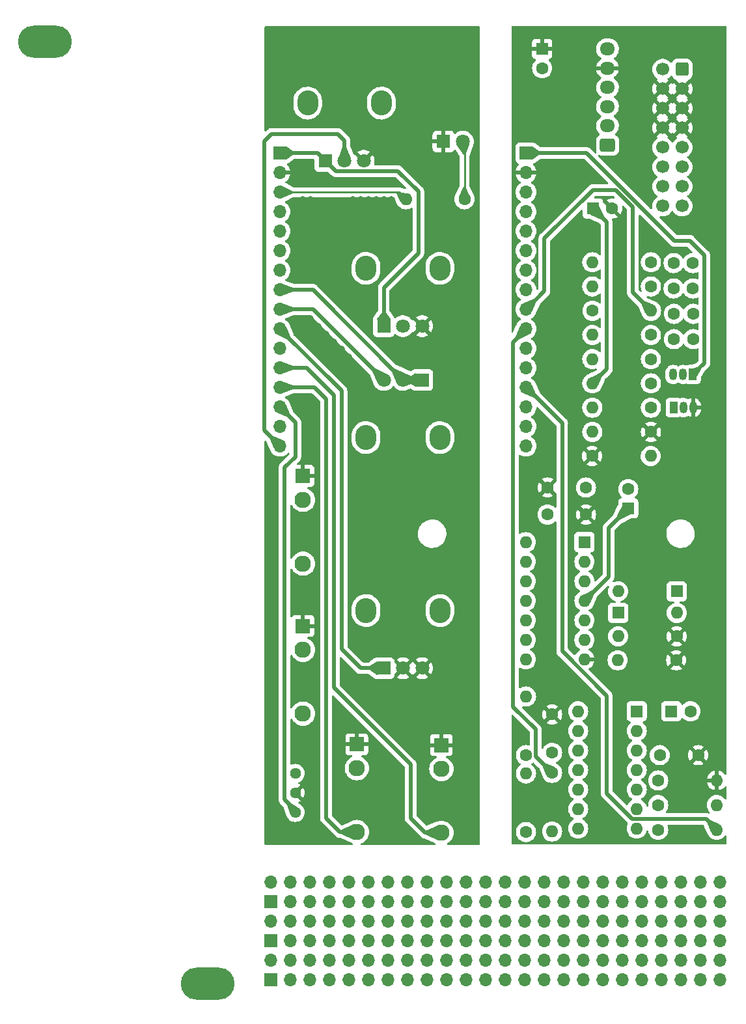
<source format=gbr>
%TF.GenerationSoftware,KiCad,Pcbnew,7.0.9*%
%TF.CreationDate,2023-12-20T21:33:15+01:00*%
%TF.ProjectId,MiniOSC,4d696e69-4f53-4432-9e6b-696361645f70,rev?*%
%TF.SameCoordinates,Original*%
%TF.FileFunction,Copper,L1,Top*%
%TF.FilePolarity,Positive*%
%FSLAX46Y46*%
G04 Gerber Fmt 4.6, Leading zero omitted, Abs format (unit mm)*
G04 Created by KiCad (PCBNEW 7.0.9) date 2023-12-20 21:33:15*
%MOMM*%
%LPD*%
G01*
G04 APERTURE LIST*
G04 Aperture macros list*
%AMRoundRect*
0 Rectangle with rounded corners*
0 $1 Rounding radius*
0 $2 $3 $4 $5 $6 $7 $8 $9 X,Y pos of 4 corners*
0 Add a 4 corners polygon primitive as box body*
4,1,4,$2,$3,$4,$5,$6,$7,$8,$9,$2,$3,0*
0 Add four circle primitives for the rounded corners*
1,1,$1+$1,$2,$3*
1,1,$1+$1,$4,$5*
1,1,$1+$1,$6,$7*
1,1,$1+$1,$8,$9*
0 Add four rect primitives between the rounded corners*
20,1,$1+$1,$2,$3,$4,$5,0*
20,1,$1+$1,$4,$5,$6,$7,0*
20,1,$1+$1,$6,$7,$8,$9,0*
20,1,$1+$1,$8,$9,$2,$3,0*%
G04 Aperture macros list end*
%TA.AperFunction,ComponentPad*%
%ADD10O,2.720000X3.240000*%
%TD*%
%TA.AperFunction,ComponentPad*%
%ADD11R,1.800000X1.800000*%
%TD*%
%TA.AperFunction,ComponentPad*%
%ADD12C,1.800000*%
%TD*%
%TA.AperFunction,ComponentPad*%
%ADD13C,1.440000*%
%TD*%
%TA.AperFunction,ComponentPad*%
%ADD14R,1.930000X1.830000*%
%TD*%
%TA.AperFunction,ComponentPad*%
%ADD15C,2.130000*%
%TD*%
%TA.AperFunction,ComponentPad*%
%ADD16C,1.600000*%
%TD*%
%TA.AperFunction,ComponentPad*%
%ADD17O,1.600000X1.600000*%
%TD*%
%TA.AperFunction,ComponentPad*%
%ADD18R,1.700000X1.700000*%
%TD*%
%TA.AperFunction,ComponentPad*%
%ADD19O,1.700000X1.700000*%
%TD*%
%TA.AperFunction,ComponentPad*%
%ADD20O,7.000000X4.200000*%
%TD*%
%TA.AperFunction,ComponentPad*%
%ADD21RoundRect,0.250000X0.600000X0.600000X-0.600000X0.600000X-0.600000X-0.600000X0.600000X-0.600000X0*%
%TD*%
%TA.AperFunction,ComponentPad*%
%ADD22C,1.700000*%
%TD*%
%TA.AperFunction,ComponentPad*%
%ADD23R,1.600000X1.600000*%
%TD*%
%TA.AperFunction,ComponentPad*%
%ADD24RoundRect,0.250000X0.725000X-0.600000X0.725000X0.600000X-0.725000X0.600000X-0.725000X-0.600000X0*%
%TD*%
%TA.AperFunction,ComponentPad*%
%ADD25O,1.950000X1.700000*%
%TD*%
%TA.AperFunction,ComponentPad*%
%ADD26R,1.050000X1.500000*%
%TD*%
%TA.AperFunction,ComponentPad*%
%ADD27O,1.050000X1.500000*%
%TD*%
%TA.AperFunction,ViaPad*%
%ADD28C,0.800000*%
%TD*%
%TA.AperFunction,Conductor*%
%ADD29C,0.500000*%
%TD*%
%TA.AperFunction,Conductor*%
%ADD30C,0.250000*%
%TD*%
G04 APERTURE END LIST*
D10*
%TO.P,TUNING_FINE1,*%
%TO.N,*%
X86200000Y-77500000D03*
X95800000Y-77500000D03*
D11*
%TO.P,TUNING_FINE1,1*%
%TO.N,FP_12V_NEG*%
X88500000Y-85000000D03*
D12*
%TO.P,TUNING_FINE1,2*%
%TO.N,/FrontPanel/FP_FINE*%
X91000000Y-85000000D03*
%TO.P,TUNING_FINE1,3*%
%TO.N,GND1*%
X93500000Y-85000000D03*
%TD*%
D10*
%TO.P,TUNING_COARSE1,*%
%TO.N,*%
X78600000Y-56000000D03*
X88200000Y-56000000D03*
D11*
%TO.P,TUNING_COARSE1,1*%
%TO.N,FP_12V_NEG*%
X80900000Y-63500000D03*
D12*
%TO.P,TUNING_COARSE1,2*%
%TO.N,/FrontPanel/FP_COARSE*%
X83400000Y-63500000D03*
%TO.P,TUNING_COARSE1,3*%
%TO.N,GND1*%
X85900000Y-63500000D03*
%TD*%
D13*
%TO.P,SCALE1,1*%
%TO.N,/FrontPanel/FP_SCALE*%
X77000000Y-148250000D03*
%TO.P,SCALE1,2*%
%TO.N,GND1*%
X77000000Y-145710000D03*
%TO.P,SCALE1,3*%
%TO.N,N/C*%
X77000000Y-143170000D03*
%TD*%
D14*
%TO.P,J6,S*%
%TO.N,GND1*%
X85000000Y-139400000D03*
D15*
%TO.P,J6,T*%
%TO.N,/FrontPanel/FP_SAW_OUT*%
X85000000Y-150800000D03*
%TO.P,J6,TN*%
%TO.N,N/C*%
X85000000Y-142500000D03*
%TD*%
D14*
%TO.P,J5,S*%
%TO.N,GND1*%
X96000000Y-139500000D03*
D15*
%TO.P,J5,T*%
%TO.N,/FrontPanel/FP_PULSE_OUT*%
X96000000Y-150900000D03*
%TO.P,J5,TN*%
%TO.N,N/C*%
X96000000Y-142600000D03*
%TD*%
D14*
%TO.P,J4,S*%
%TO.N,GND1*%
X78000000Y-104500000D03*
D15*
%TO.P,J4,T*%
%TO.N,/FrontPanel/FP_FM_IN*%
X78000000Y-115900000D03*
%TO.P,J4,TN*%
%TO.N,N/C*%
X78000000Y-107600000D03*
%TD*%
D14*
%TO.P,J3,S*%
%TO.N,GND1*%
X78000000Y-124000000D03*
D15*
%TO.P,J3,T*%
%TO.N,/FrontPanel/FP_V_OCT_IN*%
X78000000Y-135400000D03*
%TO.P,J3,TN*%
%TO.N,N/C*%
X78000000Y-127100000D03*
%TD*%
D10*
%TO.P,FM_AMOUNT1,*%
%TO.N,*%
X95800000Y-99500000D03*
X86200000Y-99500000D03*
D11*
%TO.P,FM_AMOUNT1,1*%
%TO.N,/FrontPanel/FP_FM_AMT_P2*%
X93500000Y-92000000D03*
D12*
%TO.P,FM_AMOUNT1,2*%
X91000000Y-92000000D03*
%TO.P,FM_AMOUNT1,3*%
%TO.N,/FrontPanel/FP_FM_AMT_P3*%
X88500000Y-92000000D03*
%TD*%
D10*
%TO.P,PULSE_WIDTH1,*%
%TO.N,*%
X86200000Y-122000000D03*
X95800000Y-122000000D03*
D11*
%TO.P,PULSE_WIDTH1,1*%
%TO.N,/FrontPanel/FP_PULSE_WIDTH*%
X88500000Y-129500000D03*
D12*
%TO.P,PULSE_WIDTH1,2*%
%TO.N,GND1*%
X91000000Y-129500000D03*
%TO.P,PULSE_WIDTH1,3*%
X93500000Y-129500000D03*
%TD*%
D11*
%TO.P,D3,1*%
%TO.N,GND1*%
X96250000Y-61000000D03*
D12*
%TO.P,D3,2*%
%TO.N,Net-(D3-Pad2)*%
X98790000Y-61000000D03*
%TD*%
D16*
%TO.P,R18,1*%
%TO.N,Net-(D3-Pad2)*%
X99000000Y-68500000D03*
D17*
%TO.P,R18,2*%
%TO.N,/FrontPanel/FP_12V_POS*%
X91380000Y-68500000D03*
%TD*%
D18*
%TO.P,J1,1*%
%TO.N,-12V*%
X107000000Y-62500000D03*
D19*
%TO.P,J1,2*%
%TO.N,Earth*%
X107000000Y-65040000D03*
%TO.P,J1,3*%
%TO.N,+12V*%
X107000000Y-67580000D03*
%TO.P,J1,4*%
%TO.N,N/C*%
X107000000Y-70120000D03*
%TO.P,J1,5*%
%TO.N,Net-(J1-Pad5)*%
X107000000Y-72660000D03*
%TO.P,J1,6*%
%TO.N,Net-(J1-Pad6)*%
X107000000Y-75200000D03*
%TO.P,J1,7*%
%TO.N,N/C*%
X107000000Y-77740000D03*
%TO.P,J1,8*%
%TO.N,FM_AMT_P2*%
X107000000Y-80280000D03*
%TO.P,J1,9*%
%TO.N,FM_AMT_P3*%
X107000000Y-82820000D03*
%TO.P,J1,10*%
%TO.N,PULSE_WIDTH*%
X107000000Y-85360000D03*
%TO.P,J1,11*%
%TO.N,N/C*%
X107000000Y-87900000D03*
%TO.P,J1,12*%
%TO.N,PULSE_OUT*%
X107000000Y-90440000D03*
%TO.P,J1,13*%
%TO.N,SAW_OUT*%
X107000000Y-92980000D03*
%TO.P,J1,14*%
%TO.N,SCALE*%
X107000000Y-95520000D03*
%TO.P,J1,15*%
%TO.N,Net-(J1-Pad15)*%
X107000000Y-98060000D03*
%TO.P,J1,16*%
%TO.N,Net-(J1-Pad16)*%
X107000000Y-100600000D03*
%TD*%
D20*
%TO.P,REF\u002A\u002A,1*%
%TO.N,N/C*%
X44400000Y-48000000D03*
%TD*%
%TO.P,REF\u002A\u002A,1*%
%TO.N,N/C*%
X65600000Y-170500000D03*
%TD*%
D18*
%TO.P,REF\u002A\u002A,1*%
%TO.N,N/C*%
X73837800Y-164896800D03*
D19*
%TO.P,REF\u002A\u002A,2*%
X73837800Y-162356800D03*
%TO.P,REF\u002A\u002A,3*%
X76377800Y-164896800D03*
%TO.P,REF\u002A\u002A,4*%
X76377800Y-162356800D03*
%TO.P,REF\u002A\u002A,5*%
X78917800Y-164896800D03*
%TO.P,REF\u002A\u002A,6*%
X78917800Y-162356800D03*
%TO.P,REF\u002A\u002A,7*%
X81457800Y-164896800D03*
%TO.P,REF\u002A\u002A,8*%
X81457800Y-162356800D03*
%TO.P,REF\u002A\u002A,9*%
X83997800Y-164896800D03*
%TO.P,REF\u002A\u002A,10*%
X83997800Y-162356800D03*
%TO.P,REF\u002A\u002A,11*%
X86537800Y-164896800D03*
%TO.P,REF\u002A\u002A,12*%
X86537800Y-162356800D03*
%TO.P,REF\u002A\u002A,13*%
X89077800Y-164896800D03*
%TO.P,REF\u002A\u002A,14*%
X89077800Y-162356800D03*
%TO.P,REF\u002A\u002A,15*%
X91617800Y-164896800D03*
%TO.P,REF\u002A\u002A,16*%
X91617800Y-162356800D03*
%TO.P,REF\u002A\u002A,17*%
X94157800Y-164896800D03*
%TO.P,REF\u002A\u002A,18*%
X94157800Y-162356800D03*
%TO.P,REF\u002A\u002A,19*%
X96697800Y-164896800D03*
%TO.P,REF\u002A\u002A,20*%
X96697800Y-162356800D03*
%TO.P,REF\u002A\u002A,21*%
X99237800Y-164896800D03*
%TO.P,REF\u002A\u002A,22*%
X99237800Y-162356800D03*
%TO.P,REF\u002A\u002A,23*%
X101777800Y-164896800D03*
%TO.P,REF\u002A\u002A,24*%
X101777800Y-162356800D03*
%TO.P,REF\u002A\u002A,25*%
X104317800Y-164896800D03*
%TO.P,REF\u002A\u002A,26*%
X104317800Y-162356800D03*
%TO.P,REF\u002A\u002A,27*%
X106857800Y-164896800D03*
%TO.P,REF\u002A\u002A,28*%
X106857800Y-162356800D03*
%TO.P,REF\u002A\u002A,29*%
X109397800Y-164896800D03*
%TO.P,REF\u002A\u002A,30*%
X109397800Y-162356800D03*
%TO.P,REF\u002A\u002A,31*%
X111937800Y-164896800D03*
%TO.P,REF\u002A\u002A,32*%
X111937800Y-162356800D03*
%TO.P,REF\u002A\u002A,33*%
X114477800Y-164896800D03*
%TO.P,REF\u002A\u002A,34*%
X114477800Y-162356800D03*
%TO.P,REF\u002A\u002A,35*%
X117017800Y-164896800D03*
%TO.P,REF\u002A\u002A,36*%
X117017800Y-162356800D03*
%TO.P,REF\u002A\u002A,37*%
X119557800Y-164896800D03*
%TO.P,REF\u002A\u002A,38*%
X119557800Y-162356800D03*
%TO.P,REF\u002A\u002A,39*%
X122097800Y-164896800D03*
%TO.P,REF\u002A\u002A,40*%
X122097800Y-162356800D03*
%TO.P,REF\u002A\u002A,41*%
X124637800Y-164896800D03*
%TO.P,REF\u002A\u002A,42*%
X124637800Y-162356800D03*
%TO.P,REF\u002A\u002A,43*%
X127177800Y-164896800D03*
%TO.P,REF\u002A\u002A,44*%
X127177800Y-162356800D03*
%TO.P,REF\u002A\u002A,45*%
X129717800Y-164896800D03*
%TO.P,REF\u002A\u002A,46*%
X129717800Y-162356800D03*
%TO.P,REF\u002A\u002A,47*%
X132257800Y-164896800D03*
%TO.P,REF\u002A\u002A,48*%
X132257800Y-162356800D03*
%TD*%
D18*
%TO.P,REF\u002A\u002A,1*%
%TO.N,N/C*%
X73837800Y-159816800D03*
D19*
%TO.P,REF\u002A\u002A,2*%
X73837800Y-157276800D03*
%TO.P,REF\u002A\u002A,3*%
X76377800Y-159816800D03*
%TO.P,REF\u002A\u002A,4*%
X76377800Y-157276800D03*
%TO.P,REF\u002A\u002A,5*%
X78917800Y-159816800D03*
%TO.P,REF\u002A\u002A,6*%
X78917800Y-157276800D03*
%TO.P,REF\u002A\u002A,7*%
X81457800Y-159816800D03*
%TO.P,REF\u002A\u002A,8*%
X81457800Y-157276800D03*
%TO.P,REF\u002A\u002A,9*%
X83997800Y-159816800D03*
%TO.P,REF\u002A\u002A,10*%
X83997800Y-157276800D03*
%TO.P,REF\u002A\u002A,11*%
X86537800Y-159816800D03*
%TO.P,REF\u002A\u002A,12*%
X86537800Y-157276800D03*
%TO.P,REF\u002A\u002A,13*%
X89077800Y-159816800D03*
%TO.P,REF\u002A\u002A,14*%
X89077800Y-157276800D03*
%TO.P,REF\u002A\u002A,15*%
X91617800Y-159816800D03*
%TO.P,REF\u002A\u002A,16*%
X91617800Y-157276800D03*
%TO.P,REF\u002A\u002A,17*%
X94157800Y-159816800D03*
%TO.P,REF\u002A\u002A,18*%
X94157800Y-157276800D03*
%TO.P,REF\u002A\u002A,19*%
X96697800Y-159816800D03*
%TO.P,REF\u002A\u002A,20*%
X96697800Y-157276800D03*
%TO.P,REF\u002A\u002A,21*%
X99237800Y-159816800D03*
%TO.P,REF\u002A\u002A,22*%
X99237800Y-157276800D03*
%TO.P,REF\u002A\u002A,23*%
X101777800Y-159816800D03*
%TO.P,REF\u002A\u002A,24*%
X101777800Y-157276800D03*
%TO.P,REF\u002A\u002A,25*%
X104317800Y-159816800D03*
%TO.P,REF\u002A\u002A,26*%
X104317800Y-157276800D03*
%TO.P,REF\u002A\u002A,27*%
X106857800Y-159816800D03*
%TO.P,REF\u002A\u002A,28*%
X106857800Y-157276800D03*
%TO.P,REF\u002A\u002A,29*%
X109397800Y-159816800D03*
%TO.P,REF\u002A\u002A,30*%
X109397800Y-157276800D03*
%TO.P,REF\u002A\u002A,31*%
X111937800Y-159816800D03*
%TO.P,REF\u002A\u002A,32*%
X111937800Y-157276800D03*
%TO.P,REF\u002A\u002A,33*%
X114477800Y-159816800D03*
%TO.P,REF\u002A\u002A,34*%
X114477800Y-157276800D03*
%TO.P,REF\u002A\u002A,35*%
X117017800Y-159816800D03*
%TO.P,REF\u002A\u002A,36*%
X117017800Y-157276800D03*
%TO.P,REF\u002A\u002A,37*%
X119557800Y-159816800D03*
%TO.P,REF\u002A\u002A,38*%
X119557800Y-157276800D03*
%TO.P,REF\u002A\u002A,39*%
X122097800Y-159816800D03*
%TO.P,REF\u002A\u002A,40*%
X122097800Y-157276800D03*
%TO.P,REF\u002A\u002A,41*%
X124637800Y-159816800D03*
%TO.P,REF\u002A\u002A,42*%
X124637800Y-157276800D03*
%TO.P,REF\u002A\u002A,43*%
X127177800Y-159816800D03*
%TO.P,REF\u002A\u002A,44*%
X127177800Y-157276800D03*
%TO.P,REF\u002A\u002A,45*%
X129717800Y-159816800D03*
%TO.P,REF\u002A\u002A,46*%
X129717800Y-157276800D03*
%TO.P,REF\u002A\u002A,47*%
X132257800Y-159816800D03*
%TO.P,REF\u002A\u002A,48*%
X132257800Y-157276800D03*
%TD*%
D18*
%TO.P,REF\u002A\u002A,1*%
%TO.N,N/C*%
X73837800Y-169976800D03*
D19*
%TO.P,REF\u002A\u002A,2*%
X73837800Y-167436800D03*
%TO.P,REF\u002A\u002A,3*%
X76377800Y-169976800D03*
%TO.P,REF\u002A\u002A,4*%
X76377800Y-167436800D03*
%TO.P,REF\u002A\u002A,5*%
X78917800Y-169976800D03*
%TO.P,REF\u002A\u002A,6*%
X78917800Y-167436800D03*
%TO.P,REF\u002A\u002A,7*%
X81457800Y-169976800D03*
%TO.P,REF\u002A\u002A,8*%
X81457800Y-167436800D03*
%TO.P,REF\u002A\u002A,9*%
X83997800Y-169976800D03*
%TO.P,REF\u002A\u002A,10*%
X83997800Y-167436800D03*
%TO.P,REF\u002A\u002A,11*%
X86537800Y-169976800D03*
%TO.P,REF\u002A\u002A,12*%
X86537800Y-167436800D03*
%TO.P,REF\u002A\u002A,13*%
X89077800Y-169976800D03*
%TO.P,REF\u002A\u002A,14*%
X89077800Y-167436800D03*
%TO.P,REF\u002A\u002A,15*%
X91617800Y-169976800D03*
%TO.P,REF\u002A\u002A,16*%
X91617800Y-167436800D03*
%TO.P,REF\u002A\u002A,17*%
X94157800Y-169976800D03*
%TO.P,REF\u002A\u002A,18*%
X94157800Y-167436800D03*
%TO.P,REF\u002A\u002A,19*%
X96697800Y-169976800D03*
%TO.P,REF\u002A\u002A,20*%
X96697800Y-167436800D03*
%TO.P,REF\u002A\u002A,21*%
X99237800Y-169976800D03*
%TO.P,REF\u002A\u002A,22*%
X99237800Y-167436800D03*
%TO.P,REF\u002A\u002A,23*%
X101777800Y-169976800D03*
%TO.P,REF\u002A\u002A,24*%
X101777800Y-167436800D03*
%TO.P,REF\u002A\u002A,25*%
X104317800Y-169976800D03*
%TO.P,REF\u002A\u002A,26*%
X104317800Y-167436800D03*
%TO.P,REF\u002A\u002A,27*%
X106857800Y-169976800D03*
%TO.P,REF\u002A\u002A,28*%
X106857800Y-167436800D03*
%TO.P,REF\u002A\u002A,29*%
X109397800Y-169976800D03*
%TO.P,REF\u002A\u002A,30*%
X109397800Y-167436800D03*
%TO.P,REF\u002A\u002A,31*%
X111937800Y-169976800D03*
%TO.P,REF\u002A\u002A,32*%
X111937800Y-167436800D03*
%TO.P,REF\u002A\u002A,33*%
X114477800Y-169976800D03*
%TO.P,REF\u002A\u002A,34*%
X114477800Y-167436800D03*
%TO.P,REF\u002A\u002A,35*%
X117017800Y-169976800D03*
%TO.P,REF\u002A\u002A,36*%
X117017800Y-167436800D03*
%TO.P,REF\u002A\u002A,37*%
X119557800Y-169976800D03*
%TO.P,REF\u002A\u002A,38*%
X119557800Y-167436800D03*
%TO.P,REF\u002A\u002A,39*%
X122097800Y-169976800D03*
%TO.P,REF\u002A\u002A,40*%
X122097800Y-167436800D03*
%TO.P,REF\u002A\u002A,41*%
X124637800Y-169976800D03*
%TO.P,REF\u002A\u002A,42*%
X124637800Y-167436800D03*
%TO.P,REF\u002A\u002A,43*%
X127177800Y-169976800D03*
%TO.P,REF\u002A\u002A,44*%
X127177800Y-167436800D03*
%TO.P,REF\u002A\u002A,45*%
X129717800Y-169976800D03*
%TO.P,REF\u002A\u002A,46*%
X129717800Y-167436800D03*
%TO.P,REF\u002A\u002A,47*%
X132257800Y-169976800D03*
%TO.P,REF\u002A\u002A,48*%
X132257800Y-167436800D03*
%TD*%
D16*
%TO.P,C7,1*%
%TO.N,+12V*%
X124400000Y-140800000D03*
%TO.P,C7,2*%
%TO.N,Earth*%
X129400000Y-140800000D03*
%TD*%
D18*
%TO.P,J2,1*%
%TO.N,FP_12V_NEG*%
X75000000Y-62500000D03*
D19*
%TO.P,J2,2*%
%TO.N,GND1*%
X75000000Y-65040000D03*
%TO.P,J2,3*%
%TO.N,/FrontPanel/FP_12V_POS*%
X75000000Y-67580000D03*
%TO.P,J2,4*%
%TO.N,N/C*%
X75000000Y-70120000D03*
%TO.P,J2,5*%
%TO.N,/FrontPanel/FP_FM_IN*%
X75000000Y-72660000D03*
%TO.P,J2,6*%
%TO.N,/FrontPanel/FP_V_OCT_IN*%
X75000000Y-75200000D03*
%TO.P,J2,7*%
%TO.N,N/C*%
X75000000Y-77740000D03*
%TO.P,J2,8*%
%TO.N,/FrontPanel/FP_FM_AMT_P2*%
X75000000Y-80280000D03*
%TO.P,J2,9*%
%TO.N,/FrontPanel/FP_FM_AMT_P3*%
X75000000Y-82820000D03*
%TO.P,J2,10*%
%TO.N,/FrontPanel/FP_PULSE_WIDTH*%
X75000000Y-85360000D03*
%TO.P,J2,11*%
%TO.N,N/C*%
X75000000Y-87900000D03*
%TO.P,J2,12*%
%TO.N,/FrontPanel/FP_PULSE_OUT*%
X75000000Y-90440000D03*
%TO.P,J2,13*%
%TO.N,/FrontPanel/FP_SAW_OUT*%
X75000000Y-92980000D03*
%TO.P,J2,14*%
%TO.N,/FrontPanel/FP_SCALE*%
X75000000Y-95520000D03*
%TO.P,J2,15*%
%TO.N,/FrontPanel/FP_FINE*%
X75000000Y-98060000D03*
%TO.P,J2,16*%
%TO.N,/FrontPanel/FP_COARSE*%
X75000000Y-100600000D03*
%TD*%
D16*
%TO.P,C6,1*%
%TO.N,+12V*%
X109800000Y-109500000D03*
%TO.P,C6,2*%
%TO.N,Earth*%
X114800000Y-109500000D03*
%TD*%
%TO.P,R7,1*%
%TO.N,PULSE_WIDTH*%
X110400000Y-143100000D03*
D17*
%TO.P,R7,2*%
%TO.N,Net-(D2-Pad2)*%
X110400000Y-150720000D03*
%TD*%
D16*
%TO.P,TH4,1*%
%TO.N,FM_AMT_P2*%
X128700000Y-76800000D03*
%TO.P,TH4,2*%
%TO.N,Net-(R4-Pad1)*%
X126200000Y-76800000D03*
%TD*%
D21*
%TO.P,J8,1*%
%TO.N,-12V*%
X127300000Y-51600000D03*
D22*
%TO.P,J8,2*%
X124760000Y-51600000D03*
%TO.P,J8,3*%
%TO.N,Earth*%
X127300000Y-54140000D03*
%TO.P,J8,4*%
X124760000Y-54140000D03*
%TO.P,J8,5*%
X127300000Y-56680000D03*
%TO.P,J8,6*%
X124760000Y-56680000D03*
%TO.P,J8,7*%
X127300000Y-59220000D03*
%TO.P,J8,8*%
X124760000Y-59220000D03*
%TO.P,J8,9*%
%TO.N,+12V*%
X127300000Y-61760000D03*
%TO.P,J8,10*%
X124760000Y-61760000D03*
%TO.P,J8,11*%
%TO.N,Net-(J8-Pad11)*%
X127300000Y-64300000D03*
%TO.P,J8,12*%
X124760000Y-64300000D03*
%TO.P,J8,13*%
%TO.N,Net-(J8-Pad13)*%
X127300000Y-66840000D03*
%TO.P,J8,14*%
X124760000Y-66840000D03*
%TO.P,J8,15*%
%TO.N,Net-(J8-Pad15)*%
X127300000Y-69380000D03*
%TO.P,J8,16*%
X124760000Y-69380000D03*
%TD*%
D16*
%TO.P,R11,1*%
%TO.N,Net-(C3-Pad2)*%
X123250000Y-95600000D03*
D17*
%TO.P,R11,2*%
%TO.N,PULSE_OUT*%
X115630000Y-95600000D03*
%TD*%
D23*
%TO.P,C2,1*%
%TO.N,Net-(C2-Pad1)*%
X125900000Y-135100000D03*
D16*
%TO.P,C2,2*%
%TO.N,Net-(C2-Pad2)*%
X128400000Y-135100000D03*
%TD*%
%TO.P,R1,1*%
%TO.N,Net-(R1-Pad1)*%
X123250000Y-89300000D03*
D17*
%TO.P,R1,2*%
%TO.N,Net-(J1-Pad16)*%
X115630000Y-89300000D03*
%TD*%
D16*
%TO.P,R14,1*%
%TO.N,Net-(R13-Pad1)*%
X124200000Y-147300000D03*
D17*
%TO.P,R14,2*%
%TO.N,Net-(R14-Pad2)*%
X131820000Y-147300000D03*
%TD*%
D16*
%TO.P,TH3,1*%
%TO.N,FM_AMT_P3*%
X126200000Y-80100000D03*
%TO.P,TH3,2*%
%TO.N,Net-(R3-Pad1)*%
X128700000Y-80100000D03*
%TD*%
D24*
%TO.P,J7,1*%
%TO.N,N/C*%
X117600000Y-61450000D03*
D25*
%TO.P,J7,2*%
X117600000Y-58950000D03*
%TO.P,J7,3*%
X117600000Y-56450000D03*
%TO.P,J7,4*%
%TO.N,+12V*%
X117600000Y-53950000D03*
%TO.P,J7,5*%
%TO.N,Earth*%
X117600000Y-51450000D03*
%TO.P,J7,6*%
%TO.N,-12V*%
X117600000Y-48950000D03*
%TD*%
D16*
%TO.P,R2,1*%
%TO.N,Net-(R2-Pad1)*%
X123250000Y-86150000D03*
D17*
%TO.P,R2,2*%
%TO.N,Net-(J1-Pad15)*%
X115630000Y-86150000D03*
%TD*%
D23*
%TO.P,U1,1*%
%TO.N,Net-(C2-Pad1)*%
X121400000Y-135100000D03*
D17*
%TO.P,U1,2*%
X121400000Y-137640000D03*
%TO.P,U1,3*%
%TO.N,Net-(C1-Pad1)*%
X121400000Y-140180000D03*
%TO.P,U1,4*%
%TO.N,+12V*%
X121400000Y-142720000D03*
%TO.P,U1,5*%
%TO.N,Net-(C2-Pad2)*%
X121400000Y-145260000D03*
%TO.P,U1,6*%
%TO.N,Net-(R13-Pad1)*%
X121400000Y-147800000D03*
%TO.P,U1,7*%
%TO.N,Net-(R14-Pad2)*%
X121400000Y-150340000D03*
%TO.P,U1,8*%
%TO.N,Net-(D2-Pad2)*%
X113780000Y-150340000D03*
%TO.P,U1,9*%
%TO.N,PULSE_WIDTH*%
X113780000Y-147800000D03*
%TO.P,U1,10*%
%TO.N,Net-(C2-Pad2)*%
X113780000Y-145260000D03*
%TO.P,U1,11*%
%TO.N,-12V*%
X113780000Y-142720000D03*
%TO.P,U1,12*%
%TO.N,Net-(R16-Pad1)*%
X113780000Y-140180000D03*
%TO.P,U1,13*%
%TO.N,Net-(U1-Pad13)*%
X113780000Y-137640000D03*
%TO.P,U1,14*%
X113780000Y-135100000D03*
%TD*%
D16*
%TO.P,C1,1*%
%TO.N,Net-(C1-Pad1)*%
X114800000Y-106000000D03*
%TO.P,C1,2*%
%TO.N,Earth*%
X109800000Y-106000000D03*
%TD*%
%TO.P,R8,1*%
%TO.N,Earth*%
X126600000Y-125350000D03*
D17*
%TO.P,R8,2*%
%TO.N,Net-(D2-Pad1)*%
X118980000Y-125350000D03*
%TD*%
D16*
%TO.P,R6,1*%
%TO.N,Net-(Q1-Pad3)*%
X123250000Y-92450000D03*
D17*
%TO.P,R6,2*%
%TO.N,+12V*%
X115630000Y-92450000D03*
%TD*%
D23*
%TO.P,C3,1*%
%TO.N,Net-(C3-Pad1)*%
X120300000Y-108700000D03*
D16*
%TO.P,C3,2*%
%TO.N,Net-(C3-Pad2)*%
X120300000Y-106200000D03*
%TD*%
D23*
%TO.P,U2,1*%
%TO.N,Net-(C1-Pad1)*%
X114600000Y-113100000D03*
D17*
%TO.P,U2,2*%
%TO.N,Net-(D1-Pad2)*%
X114600000Y-115640000D03*
%TO.P,U2,3*%
%TO.N,Net-(D2-Pad1)*%
X114600000Y-118180000D03*
%TO.P,U2,4*%
%TO.N,Net-(C3-Pad1)*%
X114600000Y-120720000D03*
%TO.P,U2,5*%
%TO.N,N/C*%
X114600000Y-123260000D03*
%TO.P,U2,6*%
X114600000Y-125800000D03*
%TO.P,U2,7*%
%TO.N,Earth*%
X114600000Y-128340000D03*
%TO.P,U2,8*%
%TO.N,N/C*%
X106980000Y-128340000D03*
%TO.P,U2,9*%
X106980000Y-125800000D03*
%TO.P,U2,10*%
X106980000Y-123260000D03*
%TO.P,U2,11*%
X106980000Y-120720000D03*
%TO.P,U2,12*%
X106980000Y-118180000D03*
%TO.P,U2,13*%
X106980000Y-115640000D03*
%TO.P,U2,14*%
%TO.N,+12V*%
X106980000Y-113100000D03*
%TD*%
D16*
%TO.P,R5,1*%
%TO.N,SCALE*%
X115650000Y-83000000D03*
D17*
%TO.P,R5,2*%
%TO.N,FM_AMT_P3*%
X123270000Y-83000000D03*
%TD*%
D16*
%TO.P,R16,1*%
%TO.N,Net-(R16-Pad1)*%
X107000000Y-140800000D03*
D17*
%TO.P,R16,2*%
%TO.N,+12V*%
X107000000Y-133180000D03*
%TD*%
D26*
%TO.P,Q1,1*%
%TO.N,-12V*%
X128700000Y-91300000D03*
D27*
%TO.P,Q1,2*%
%TO.N,FM_AMT_P3*%
X127430000Y-91300000D03*
%TO.P,Q1,3*%
%TO.N,Net-(Q1-Pad3)*%
X126160000Y-91300000D03*
%TD*%
D16*
%TO.P,R3,1*%
%TO.N,Net-(R3-Pad1)*%
X123250000Y-79850000D03*
D17*
%TO.P,R3,2*%
%TO.N,Net-(J1-Pad6)*%
X115630000Y-79850000D03*
%TD*%
D16*
%TO.P,R13,1*%
%TO.N,Net-(R13-Pad1)*%
X124200000Y-144100000D03*
D17*
%TO.P,R13,2*%
%TO.N,Earth*%
X131820000Y-144100000D03*
%TD*%
D16*
%TO.P,TH1,1*%
%TO.N,FM_AMT_P3*%
X128750000Y-86700000D03*
%TO.P,TH1,2*%
%TO.N,Net-(R1-Pad1)*%
X126250000Y-86700000D03*
%TD*%
%TO.P,R4,1*%
%TO.N,Net-(R4-Pad1)*%
X123250000Y-76700000D03*
D17*
%TO.P,R4,2*%
%TO.N,Net-(J1-Pad5)*%
X115630000Y-76700000D03*
%TD*%
D16*
%TO.P,TH2,1*%
%TO.N,FM_AMT_P3*%
X128750000Y-83400000D03*
%TO.P,TH2,2*%
%TO.N,Net-(R2-Pad1)*%
X126250000Y-83400000D03*
%TD*%
D26*
%TO.P,Q2,1*%
%TO.N,Net-(C1-Pad1)*%
X126200000Y-95600000D03*
D27*
%TO.P,Q2,2*%
%TO.N,Net-(Q1-Pad3)*%
X127470000Y-95600000D03*
%TO.P,Q2,3*%
%TO.N,Earth*%
X128740000Y-95600000D03*
%TD*%
D23*
%TO.P,C4,1*%
%TO.N,+12V*%
X115700000Y-69700000D03*
D16*
%TO.P,C4,2*%
%TO.N,Earth*%
X118200000Y-69700000D03*
%TD*%
D23*
%TO.P,C5,1*%
%TO.N,Earth*%
X109100000Y-48950000D03*
D16*
%TO.P,C5,2*%
%TO.N,-12V*%
X109100000Y-51450000D03*
%TD*%
%TO.P,R10,1*%
%TO.N,Earth*%
X115600000Y-101900000D03*
D17*
%TO.P,R10,2*%
%TO.N,Net-(C3-Pad2)*%
X123220000Y-101900000D03*
%TD*%
D16*
%TO.P,R9,1*%
%TO.N,Earth*%
X126550000Y-128450000D03*
D17*
%TO.P,R9,2*%
%TO.N,Net-(C2-Pad2)*%
X118930000Y-128450000D03*
%TD*%
D23*
%TO.P,D2,1*%
%TO.N,Net-(D2-Pad1)*%
X119000000Y-122300000D03*
D17*
%TO.P,D2,2*%
%TO.N,Net-(D2-Pad2)*%
X126620000Y-122300000D03*
%TD*%
D16*
%TO.P,R12,1*%
%TO.N,Earth*%
X123250000Y-98750000D03*
D17*
%TO.P,R12,2*%
%TO.N,PULSE_OUT*%
X115630000Y-98750000D03*
%TD*%
D16*
%TO.P,C8,1*%
%TO.N,Earth*%
X110400000Y-135500000D03*
%TO.P,C8,2*%
%TO.N,-12V*%
X110400000Y-140500000D03*
%TD*%
%TO.P,R17,1*%
%TO.N,-12V*%
X107000000Y-150800000D03*
D17*
%TO.P,R17,2*%
%TO.N,Net-(R16-Pad1)*%
X107000000Y-143180000D03*
%TD*%
D16*
%TO.P,R15,1*%
%TO.N,Net-(R14-Pad2)*%
X124200000Y-150500000D03*
D17*
%TO.P,R15,2*%
%TO.N,SAW_OUT*%
X131820000Y-150500000D03*
%TD*%
D23*
%TO.P,D1,1*%
%TO.N,Net-(C1-Pad1)*%
X126600000Y-119500000D03*
D17*
%TO.P,D1,2*%
%TO.N,Net-(D1-Pad2)*%
X118980000Y-119500000D03*
%TD*%
D28*
%TO.N,Earth*%
X128500000Y-103500000D03*
X126500000Y-105500000D03*
X109500000Y-85500000D03*
X110500000Y-83500000D03*
X120500000Y-113500000D03*
X127500000Y-102500000D03*
X129500000Y-104500000D03*
X125500000Y-107500000D03*
X128500000Y-105500000D03*
X128500000Y-100500000D03*
X126500000Y-103500000D03*
X128500000Y-107500000D03*
X128500000Y-106500000D03*
X125500000Y-104500000D03*
X127500000Y-104500000D03*
X129500000Y-101500000D03*
X127500000Y-107500000D03*
X113000000Y-94000000D03*
X122500000Y-114500000D03*
X113000000Y-93000000D03*
X109500000Y-84500000D03*
X127500000Y-100500000D03*
X113000000Y-97000000D03*
X129500000Y-105500000D03*
X109500000Y-83500000D03*
X129500000Y-100500000D03*
X121500000Y-114500000D03*
X110500000Y-82500000D03*
X129500000Y-102500000D03*
X113500000Y-82500000D03*
X122500000Y-115500000D03*
X122500000Y-116500000D03*
X127500000Y-106500000D03*
X129500000Y-107500000D03*
X113000000Y-95000000D03*
X129500000Y-103500000D03*
X121500000Y-112500000D03*
X112500000Y-83500000D03*
X126500000Y-102500000D03*
X109500000Y-86500000D03*
X125500000Y-101500000D03*
X125500000Y-103500000D03*
X126500000Y-101500000D03*
X126500000Y-104500000D03*
X112500000Y-82500000D03*
X126500000Y-100500000D03*
X111500000Y-83500000D03*
X113000000Y-91000000D03*
X125500000Y-105500000D03*
X126500000Y-107500000D03*
X120500000Y-112500000D03*
X127500000Y-103500000D03*
X122500000Y-113500000D03*
X127500000Y-105500000D03*
X113000000Y-98000000D03*
X125500000Y-102500000D03*
X128500000Y-102500000D03*
X110500000Y-84500000D03*
X111500000Y-84500000D03*
X121500000Y-115500000D03*
X113000000Y-92000000D03*
X111500000Y-82500000D03*
X126500000Y-106500000D03*
X128500000Y-104500000D03*
X110500000Y-85500000D03*
X127500000Y-101500000D03*
X114000000Y-98000000D03*
X121500000Y-113500000D03*
X109500000Y-82500000D03*
X122500000Y-112500000D03*
X119500000Y-112500000D03*
X119500000Y-113500000D03*
X128500000Y-101500000D03*
X125500000Y-106500000D03*
X129500000Y-106500000D03*
X113000000Y-96000000D03*
X125500000Y-100500000D03*
X120500000Y-114500000D03*
%TO.N,GND1*%
X89500000Y-111000000D03*
X78000000Y-71500000D03*
X80000000Y-87000000D03*
X86500000Y-68500000D03*
X95500000Y-134000000D03*
X89000000Y-61500000D03*
X79000000Y-76500000D03*
X89500000Y-115000000D03*
X91500000Y-133000000D03*
X89500000Y-134000000D03*
X93500000Y-63000000D03*
X80000000Y-86000000D03*
X95500000Y-133000000D03*
X87500000Y-135000000D03*
X97500000Y-134000000D03*
X94500000Y-63000000D03*
X79000000Y-73500000D03*
X85500000Y-111000000D03*
X92500000Y-137000000D03*
X78000000Y-74500000D03*
X88500000Y-136000000D03*
X78000000Y-85000000D03*
X86500000Y-109000000D03*
X97500000Y-106000000D03*
X78000000Y-72500000D03*
X84500000Y-68500000D03*
X83000000Y-88000000D03*
X84500000Y-132000000D03*
X79000000Y-69500000D03*
X81000000Y-89000000D03*
X88500000Y-114000000D03*
X94500000Y-65000000D03*
X87500000Y-114000000D03*
X86500000Y-107000000D03*
X89500000Y-137000000D03*
X92500000Y-63000000D03*
X93500000Y-65000000D03*
X93500000Y-132000000D03*
X97500000Y-136000000D03*
X87500000Y-134000000D03*
X94500000Y-132000000D03*
X92500000Y-64000000D03*
X84500000Y-69500000D03*
X86500000Y-112000000D03*
X87500000Y-108000000D03*
X87500000Y-115000000D03*
X93500000Y-61000000D03*
X93500000Y-58000000D03*
X95500000Y-132000000D03*
X79000000Y-68500000D03*
X87500000Y-133000000D03*
X89500000Y-112000000D03*
X85500000Y-107000000D03*
X91500000Y-137000000D03*
X85500000Y-115000000D03*
X85500000Y-108000000D03*
X78000000Y-73500000D03*
X90500000Y-133000000D03*
X87500000Y-111000000D03*
X82000000Y-89000000D03*
X85500000Y-113000000D03*
X92500000Y-132000000D03*
X87500000Y-107000000D03*
X91500000Y-136000000D03*
X93500000Y-107000000D03*
X96500000Y-136000000D03*
X89500000Y-69500000D03*
X89000000Y-62500000D03*
X91500000Y-132000000D03*
X85500000Y-69500000D03*
X86500000Y-69500000D03*
X93500000Y-106000000D03*
X89500000Y-136000000D03*
X89500000Y-108000000D03*
X87500000Y-69500000D03*
X88000000Y-63500000D03*
X87500000Y-109000000D03*
X94500000Y-61000000D03*
X94500000Y-62000000D03*
X92500000Y-133000000D03*
X85500000Y-133000000D03*
X88500000Y-115000000D03*
X86500000Y-133000000D03*
X78000000Y-68500000D03*
X95500000Y-137000000D03*
X94500000Y-136000000D03*
X83000000Y-91000000D03*
X96500000Y-133000000D03*
X84000000Y-91000000D03*
X89000000Y-60500000D03*
X85500000Y-114000000D03*
X96500000Y-134000000D03*
X85500000Y-112000000D03*
X95500000Y-107000000D03*
X88500000Y-112000000D03*
X90500000Y-135000000D03*
X85500000Y-68500000D03*
X82000000Y-88000000D03*
X86500000Y-134000000D03*
X88500000Y-69500000D03*
X86500000Y-106000000D03*
X79000000Y-84000000D03*
X91500000Y-134000000D03*
X97500000Y-107000000D03*
X94500000Y-59000000D03*
X88000000Y-62500000D03*
X88500000Y-135000000D03*
X78000000Y-69500000D03*
X82000000Y-90000000D03*
X87500000Y-106000000D03*
X81000000Y-88000000D03*
X88000000Y-60500000D03*
X90500000Y-107000000D03*
X86500000Y-115000000D03*
X94500000Y-137000000D03*
X89000000Y-63500000D03*
X89500000Y-110000000D03*
X93500000Y-134000000D03*
X90500000Y-137000000D03*
X79000000Y-71500000D03*
X89500000Y-107000000D03*
X91500000Y-135000000D03*
X89500000Y-109000000D03*
X92500000Y-61000000D03*
X90500000Y-136000000D03*
X90500000Y-106000000D03*
X87500000Y-132000000D03*
X85500000Y-132000000D03*
X92500000Y-106000000D03*
X92500000Y-62000000D03*
X89500000Y-68500000D03*
X95500000Y-57000000D03*
X78000000Y-75500000D03*
X88500000Y-113000000D03*
X92500000Y-134000000D03*
X92500000Y-65000000D03*
X94500000Y-106000000D03*
X83000000Y-90000000D03*
X92500000Y-60000000D03*
X86500000Y-114000000D03*
X90500000Y-134000000D03*
X82000000Y-87000000D03*
X96500000Y-107000000D03*
X90500000Y-132000000D03*
X88500000Y-108000000D03*
X78000000Y-70500000D03*
X93500000Y-133000000D03*
X89500000Y-114000000D03*
X92500000Y-135000000D03*
X87500000Y-68500000D03*
X96500000Y-106000000D03*
X87500000Y-110000000D03*
X86500000Y-113000000D03*
X93500000Y-60000000D03*
X91500000Y-107000000D03*
X95500000Y-58000000D03*
X97500000Y-132000000D03*
X93500000Y-59000000D03*
X95500000Y-65000000D03*
X78000000Y-86000000D03*
X78000000Y-76500000D03*
X81000000Y-86000000D03*
X95500000Y-106000000D03*
X92500000Y-57000000D03*
X85500000Y-110000000D03*
X94500000Y-60000000D03*
X95500000Y-136000000D03*
X85500000Y-106000000D03*
X88500000Y-132000000D03*
X94500000Y-64000000D03*
X84000000Y-90000000D03*
X94500000Y-133000000D03*
X91500000Y-106000000D03*
X88500000Y-68500000D03*
X79000000Y-75500000D03*
X80000000Y-88000000D03*
X86500000Y-108000000D03*
X94500000Y-107000000D03*
X88500000Y-133000000D03*
X89500000Y-113000000D03*
X88500000Y-110000000D03*
X83000000Y-89000000D03*
X88500000Y-109000000D03*
X95500000Y-135000000D03*
X78000000Y-84000000D03*
X80000000Y-85000000D03*
X88000000Y-61500000D03*
X88500000Y-111000000D03*
X79000000Y-72500000D03*
X81000000Y-87000000D03*
X93500000Y-57000000D03*
X79000000Y-85000000D03*
X86500000Y-110000000D03*
X93500000Y-64000000D03*
X96500000Y-132000000D03*
X79000000Y-70500000D03*
X89500000Y-132000000D03*
X92500000Y-107000000D03*
X89500000Y-106000000D03*
X89500000Y-133000000D03*
X94500000Y-134000000D03*
X88500000Y-107000000D03*
X87500000Y-113000000D03*
X88500000Y-106000000D03*
X87500000Y-112000000D03*
X86500000Y-111000000D03*
X93500000Y-136000000D03*
X92500000Y-59000000D03*
X97500000Y-133000000D03*
X92500000Y-136000000D03*
X92500000Y-58000000D03*
X97500000Y-137000000D03*
X79000000Y-87000000D03*
X93500000Y-137000000D03*
X94500000Y-57000000D03*
X97500000Y-135000000D03*
X86500000Y-132000000D03*
X89500000Y-135000000D03*
X88500000Y-134000000D03*
X93500000Y-62000000D03*
X96500000Y-135000000D03*
X94500000Y-135000000D03*
X79000000Y-86000000D03*
X79000000Y-74500000D03*
X84000000Y-89000000D03*
X94500000Y-58000000D03*
X93500000Y-135000000D03*
X85500000Y-109000000D03*
X96500000Y-137000000D03*
%TD*%
D29*
%TO.N,Net-(C3-Pad1)*%
X117729999Y-117590001D02*
X114600000Y-120720000D01*
X114680000Y-120720000D02*
X114600000Y-120720000D01*
X117729999Y-111270001D02*
X117729999Y-117590001D01*
X120300000Y-108700000D02*
X117729999Y-111270001D01*
%TO.N,+12V*%
X115700000Y-69700000D02*
X117500000Y-71500000D01*
X117500000Y-71500000D02*
X117500000Y-90580000D01*
X117500000Y-90580000D02*
X115630000Y-92450000D01*
%TO.N,-12V*%
X130200000Y-89800000D02*
X130200000Y-75800000D01*
X130200000Y-75800000D02*
X128300000Y-73900000D01*
X128700000Y-91300000D02*
X130200000Y-89800000D01*
X114889962Y-62500000D02*
X107050000Y-62500000D01*
X128300000Y-73900000D02*
X126289962Y-73900000D01*
X126289962Y-73900000D02*
X114889962Y-62500000D01*
D30*
%TO.N,Net-(D3-Pad2)*%
X99000000Y-61210000D02*
X99000000Y-68500000D01*
X98790000Y-61000000D02*
X99000000Y-61210000D01*
D29*
%TO.N,/FrontPanel/FP_FM_AMT_P2*%
X79280000Y-80280000D02*
X91000000Y-92000000D01*
X75000000Y-80280000D02*
X79280000Y-80280000D01*
X91000000Y-92000000D02*
X93500000Y-92000000D01*
%TO.N,/FrontPanel/FP_FM_AMT_P3*%
X79320000Y-82820000D02*
X88500000Y-92000000D01*
X75000000Y-82820000D02*
X79320000Y-82820000D01*
%TO.N,FP_12V_NEG*%
X88500000Y-80000000D02*
X88500000Y-85000000D01*
X75000000Y-62500000D02*
X79900000Y-62500000D01*
X82250001Y-64850001D02*
X90350001Y-64850001D01*
X93000000Y-75500000D02*
X88500000Y-80000000D01*
X90350001Y-64850001D02*
X93000000Y-67500000D01*
X79900000Y-62500000D02*
X82250001Y-64850001D01*
X93000000Y-67500000D02*
X93000000Y-75500000D01*
D30*
%TO.N,/FrontPanel/FP_12V_POS*%
X75000000Y-67580000D02*
X90460000Y-67580000D01*
X90460000Y-67580000D02*
X91380000Y-68500000D01*
D29*
%TO.N,/FrontPanel/FP_SCALE*%
X75600000Y-103400000D02*
X75600000Y-146600000D01*
X76079999Y-147079999D02*
X77250000Y-148250000D01*
X75600000Y-146600000D02*
X77250000Y-148250000D01*
X77000000Y-97520000D02*
X77000000Y-102000000D01*
X77000000Y-102000000D02*
X75600000Y-103400000D01*
X75000000Y-95520000D02*
X77000000Y-97520000D01*
X75000000Y-95520000D02*
X75020000Y-95520000D01*
%TO.N,/FrontPanel/FP_COARSE*%
X73925000Y-60000000D02*
X72950000Y-60975000D01*
X83400000Y-60900000D02*
X82500000Y-60000000D01*
X82500000Y-60000000D02*
X73925000Y-60000000D01*
X83400000Y-63500000D02*
X83400000Y-60900000D01*
X72950000Y-60975000D02*
X72950000Y-98550000D01*
X72950000Y-98550000D02*
X75000000Y-100600000D01*
%TO.N,SAW_OUT*%
X120799999Y-149089999D02*
X130409999Y-149089999D01*
X130409999Y-149089999D02*
X131820000Y-150500000D01*
X117500000Y-133090002D02*
X117500000Y-145790000D01*
X111700000Y-127290002D02*
X117500000Y-133090002D01*
X111700000Y-97630000D02*
X111700000Y-127290002D01*
X107050000Y-92980000D02*
X111700000Y-97630000D01*
X117500000Y-145790000D02*
X120799999Y-149089999D01*
%TO.N,/FrontPanel/FP_PULSE_WIDTH*%
X75000000Y-85430000D02*
X83000000Y-93430000D01*
X85500000Y-129500000D02*
X88750000Y-129500000D01*
X83000000Y-127000000D02*
X85500000Y-129500000D01*
X75000000Y-85360000D02*
X75000000Y-85430000D01*
X83000000Y-93430000D02*
X83000000Y-127000000D01*
%TO.N,FM_AMT_P3*%
X109400000Y-80470000D02*
X107050000Y-82820000D01*
X123270000Y-83000000D02*
X120900000Y-80630000D01*
X118700000Y-67300000D02*
X115689998Y-67300000D01*
X115689998Y-67300000D02*
X109400000Y-73589998D01*
X120900000Y-69500000D02*
X118700000Y-67300000D01*
X120900000Y-80630000D02*
X120900000Y-69500000D01*
X109400000Y-73589998D02*
X109400000Y-80470000D01*
%TO.N,PULSE_WIDTH*%
X105300000Y-134500000D02*
X105300000Y-87110000D01*
X105300000Y-87110000D02*
X107050000Y-85360000D01*
X108250001Y-140950001D02*
X108250001Y-137450001D01*
X108250001Y-137450001D02*
X105300000Y-134500000D01*
X110400000Y-143100000D02*
X108250001Y-140950001D01*
%TO.N,/FrontPanel/FP_SAW_OUT*%
X81000000Y-94500000D02*
X81000000Y-149000000D01*
X79480000Y-92980000D02*
X81000000Y-94500000D01*
X81000000Y-149000000D02*
X82800000Y-150800000D01*
X75000000Y-92980000D02*
X79480000Y-92980000D01*
X82800000Y-150800000D02*
X85000000Y-150800000D01*
%TO.N,/FrontPanel/FP_PULSE_OUT*%
X75000000Y-90440000D02*
X78440000Y-90440000D01*
X78440000Y-90440000D02*
X82000000Y-94000000D01*
X92000000Y-149000000D02*
X93900000Y-150900000D01*
X82000000Y-132000000D02*
X92000000Y-142000000D01*
X93900000Y-150900000D02*
X96250000Y-150900000D01*
X92000000Y-142000000D02*
X92000000Y-149000000D01*
X82000000Y-94000000D02*
X82000000Y-132000000D01*
%TD*%
%TA.AperFunction,Conductor*%
%TO.N,Earth*%
G36*
X108567169Y-95569850D02*
G01*
X110904595Y-97907276D01*
X110938621Y-97969588D01*
X110941500Y-97996371D01*
X110941500Y-105165518D01*
X110921498Y-105233639D01*
X110904596Y-105254613D01*
X110198727Y-105960481D01*
X110185165Y-105874852D01*
X110127641Y-105761955D01*
X110038045Y-105672359D01*
X109925148Y-105614835D01*
X109839517Y-105601272D01*
X110527888Y-104912899D01*
X110527888Y-104912898D01*
X110456501Y-104862913D01*
X110249073Y-104766188D01*
X110249068Y-104766186D01*
X110028000Y-104706951D01*
X110028004Y-104706951D01*
X109800000Y-104687004D01*
X109571997Y-104706951D01*
X109350931Y-104766186D01*
X109350926Y-104766188D01*
X109143500Y-104862913D01*
X109072109Y-104912900D01*
X109760481Y-105601272D01*
X109674852Y-105614835D01*
X109561955Y-105672359D01*
X109472359Y-105761955D01*
X109414835Y-105874852D01*
X109401272Y-105960481D01*
X108712900Y-105272109D01*
X108662913Y-105343500D01*
X108566188Y-105550926D01*
X108566186Y-105550931D01*
X108506951Y-105771997D01*
X108487004Y-106000000D01*
X108506951Y-106228002D01*
X108566186Y-106449068D01*
X108566188Y-106449073D01*
X108662913Y-106656501D01*
X108712899Y-106727888D01*
X109401272Y-106039516D01*
X109414835Y-106125148D01*
X109472359Y-106238045D01*
X109561955Y-106327641D01*
X109674852Y-106385165D01*
X109760482Y-106398727D01*
X109072110Y-107087098D01*
X109072110Y-107087100D01*
X109143498Y-107137086D01*
X109350926Y-107233811D01*
X109350931Y-107233813D01*
X109571999Y-107293048D01*
X109571995Y-107293048D01*
X109800000Y-107312995D01*
X110028002Y-107293048D01*
X110249068Y-107233813D01*
X110249073Y-107233811D01*
X110456497Y-107137088D01*
X110527888Y-107087099D01*
X110527888Y-107087097D01*
X109839518Y-106398727D01*
X109925148Y-106385165D01*
X110038045Y-106327641D01*
X110127641Y-106238045D01*
X110185165Y-106125148D01*
X110198727Y-106039518D01*
X110904595Y-106745386D01*
X110938621Y-106807698D01*
X110941500Y-106834481D01*
X110941500Y-108486812D01*
X110921498Y-108554933D01*
X110867842Y-108601426D01*
X110797568Y-108611530D01*
X110732988Y-108582036D01*
X110726405Y-108575907D01*
X110644302Y-108493804D01*
X110644296Y-108493799D01*
X110456749Y-108362477D01*
X110249246Y-108265717D01*
X110249240Y-108265715D01*
X110152151Y-108239700D01*
X110028087Y-108206457D01*
X109800000Y-108186502D01*
X109571913Y-108206457D01*
X109350759Y-108265715D01*
X109350753Y-108265717D01*
X109143250Y-108362477D01*
X108955703Y-108493799D01*
X108955697Y-108493804D01*
X108793804Y-108655697D01*
X108793799Y-108655703D01*
X108662477Y-108843250D01*
X108565717Y-109050753D01*
X108565715Y-109050759D01*
X108509125Y-109261955D01*
X108506457Y-109271913D01*
X108486502Y-109500000D01*
X108506457Y-109728087D01*
X108533133Y-109827641D01*
X108565715Y-109949240D01*
X108565717Y-109949246D01*
X108662477Y-110156749D01*
X108709018Y-110223217D01*
X108793802Y-110344300D01*
X108955700Y-110506198D01*
X109143251Y-110637523D01*
X109350757Y-110734284D01*
X109571913Y-110793543D01*
X109800000Y-110813498D01*
X110028087Y-110793543D01*
X110249243Y-110734284D01*
X110456749Y-110637523D01*
X110644300Y-110506198D01*
X110726405Y-110424093D01*
X110788717Y-110390067D01*
X110859532Y-110395132D01*
X110916368Y-110437679D01*
X110941179Y-110504199D01*
X110941500Y-110513188D01*
X110941500Y-127225561D01*
X110940170Y-127243821D01*
X110936659Y-127267788D01*
X110936659Y-127267796D01*
X110941260Y-127320374D01*
X110941500Y-127325868D01*
X110941500Y-127334182D01*
X110944856Y-127362900D01*
X110945347Y-127367096D01*
X110952112Y-127444421D01*
X110953596Y-127451608D01*
X110953531Y-127451621D01*
X110955165Y-127458991D01*
X110955229Y-127458977D01*
X110956921Y-127466118D01*
X110983473Y-127539066D01*
X111007885Y-127612738D01*
X111010987Y-127619390D01*
X111010926Y-127619418D01*
X111014211Y-127626204D01*
X111014270Y-127626175D01*
X111017560Y-127632726D01*
X111060233Y-127697607D01*
X111100967Y-127763650D01*
X111105522Y-127769410D01*
X111105468Y-127769452D01*
X111110228Y-127775294D01*
X111110279Y-127775252D01*
X111114993Y-127780870D01*
X111171482Y-127834165D01*
X116704595Y-133367278D01*
X116738621Y-133429590D01*
X116741500Y-133456373D01*
X116741500Y-145725559D01*
X116740170Y-145743819D01*
X116736659Y-145767786D01*
X116736659Y-145767794D01*
X116741260Y-145820372D01*
X116741500Y-145825866D01*
X116741500Y-145834182D01*
X116745347Y-145867094D01*
X116752112Y-145944419D01*
X116753596Y-145951606D01*
X116753531Y-145951619D01*
X116755165Y-145958989D01*
X116755229Y-145958975D01*
X116756921Y-145966116D01*
X116783473Y-146039064D01*
X116807885Y-146112736D01*
X116810987Y-146119388D01*
X116810926Y-146119416D01*
X116814211Y-146126202D01*
X116814270Y-146126173D01*
X116817560Y-146132724D01*
X116860233Y-146197605D01*
X116900967Y-146263648D01*
X116905522Y-146269408D01*
X116905468Y-146269450D01*
X116910228Y-146275292D01*
X116910279Y-146275250D01*
X116914993Y-146280868D01*
X116971482Y-146334163D01*
X120218091Y-149580772D01*
X120230064Y-149594627D01*
X120230498Y-149595209D01*
X120255127Y-149661796D01*
X120243619Y-149723692D01*
X120165717Y-149890753D01*
X120165715Y-149890759D01*
X120106457Y-150111913D01*
X120086502Y-150340000D01*
X120106457Y-150568086D01*
X120165715Y-150789240D01*
X120165717Y-150789246D01*
X120262477Y-150996749D01*
X120374510Y-151156749D01*
X120393802Y-151184300D01*
X120555700Y-151346198D01*
X120743251Y-151477523D01*
X120950757Y-151574284D01*
X121171913Y-151633543D01*
X121400000Y-151653498D01*
X121628087Y-151633543D01*
X121849243Y-151574284D01*
X122056749Y-151477523D01*
X122244300Y-151346198D01*
X122406198Y-151184300D01*
X122537523Y-150996749D01*
X122634284Y-150789243D01*
X122658550Y-150698681D01*
X122695500Y-150638060D01*
X122759361Y-150607038D01*
X122829855Y-150615466D01*
X122884602Y-150660668D01*
X122905776Y-150720309D01*
X122906456Y-150728081D01*
X122906457Y-150728087D01*
X122951255Y-150895275D01*
X122965715Y-150949240D01*
X122965717Y-150949246D01*
X123062477Y-151156749D01*
X123193795Y-151344291D01*
X123193802Y-151344300D01*
X123355700Y-151506198D01*
X123543251Y-151637523D01*
X123750757Y-151734284D01*
X123971913Y-151793543D01*
X124200000Y-151813498D01*
X124428087Y-151793543D01*
X124649243Y-151734284D01*
X124856749Y-151637523D01*
X125044300Y-151506198D01*
X125206198Y-151344300D01*
X125337523Y-151156749D01*
X125434284Y-150949243D01*
X125493543Y-150728087D01*
X125513498Y-150500000D01*
X125493543Y-150271913D01*
X125434284Y-150050757D01*
X125423556Y-150027750D01*
X125412894Y-149957558D01*
X125441874Y-149892745D01*
X125501293Y-149853889D01*
X125537750Y-149848499D01*
X130003904Y-149848499D01*
X130072025Y-149868501D01*
X130118518Y-149922157D01*
X130118713Y-149922587D01*
X130307115Y-150340000D01*
X130608200Y-151007068D01*
X130629300Y-151048668D01*
X130632468Y-151053682D01*
X130632148Y-151053883D01*
X130642226Y-151070431D01*
X130682476Y-151156747D01*
X130682477Y-151156749D01*
X130813795Y-151344291D01*
X130813799Y-151344296D01*
X130813802Y-151344300D01*
X130975700Y-151506198D01*
X131163251Y-151637523D01*
X131370757Y-151734284D01*
X131591913Y-151793543D01*
X131820000Y-151813498D01*
X132048087Y-151793543D01*
X132269243Y-151734284D01*
X132476749Y-151637523D01*
X132664300Y-151506198D01*
X132826198Y-151344300D01*
X132870787Y-151280621D01*
X132926244Y-151236292D01*
X132996863Y-151228983D01*
X133060223Y-151261013D01*
X133096209Y-151322214D01*
X133100000Y-151352891D01*
X133100000Y-152274000D01*
X133079998Y-152342121D01*
X133026342Y-152388614D01*
X132974000Y-152400000D01*
X105226000Y-152400000D01*
X105157879Y-152379998D01*
X105111386Y-152326342D01*
X105100000Y-152274000D01*
X105100000Y-150800000D01*
X105686502Y-150800000D01*
X105704618Y-151007072D01*
X105706457Y-151028086D01*
X105765715Y-151249240D01*
X105765717Y-151249246D01*
X105862477Y-151456749D01*
X105989056Y-151637523D01*
X105993802Y-151644300D01*
X106155700Y-151806198D01*
X106343251Y-151937523D01*
X106550757Y-152034284D01*
X106771913Y-152093543D01*
X107000000Y-152113498D01*
X107228087Y-152093543D01*
X107449243Y-152034284D01*
X107656749Y-151937523D01*
X107844300Y-151806198D01*
X108006198Y-151644300D01*
X108137523Y-151456749D01*
X108234284Y-151249243D01*
X108293543Y-151028087D01*
X108313498Y-150800000D01*
X108306499Y-150720000D01*
X109086502Y-150720000D01*
X109106457Y-150948086D01*
X109165715Y-151169240D01*
X109165717Y-151169246D01*
X109248231Y-151346198D01*
X109262477Y-151376749D01*
X109393802Y-151564300D01*
X109555700Y-151726198D01*
X109743251Y-151857523D01*
X109950757Y-151954284D01*
X110171913Y-152013543D01*
X110400000Y-152033498D01*
X110628087Y-152013543D01*
X110849243Y-151954284D01*
X111056749Y-151857523D01*
X111244300Y-151726198D01*
X111406198Y-151564300D01*
X111537523Y-151376749D01*
X111634284Y-151169243D01*
X111693543Y-150948087D01*
X111713498Y-150720000D01*
X111693543Y-150491913D01*
X111652838Y-150340000D01*
X112466502Y-150340000D01*
X112486457Y-150568086D01*
X112545715Y-150789240D01*
X112545717Y-150789246D01*
X112642477Y-150996749D01*
X112754510Y-151156749D01*
X112773802Y-151184300D01*
X112935700Y-151346198D01*
X113123251Y-151477523D01*
X113330757Y-151574284D01*
X113551913Y-151633543D01*
X113780000Y-151653498D01*
X114008087Y-151633543D01*
X114229243Y-151574284D01*
X114436749Y-151477523D01*
X114624300Y-151346198D01*
X114786198Y-151184300D01*
X114917523Y-150996749D01*
X115014284Y-150789243D01*
X115073543Y-150568087D01*
X115093498Y-150340000D01*
X115073543Y-150111913D01*
X115014284Y-149890757D01*
X114917523Y-149683251D01*
X114786198Y-149495700D01*
X114624300Y-149333802D01*
X114585594Y-149306700D01*
X114559177Y-149288202D01*
X114436749Y-149202477D01*
X114397543Y-149184195D01*
X114344258Y-149137279D01*
X114324796Y-149069002D01*
X114345337Y-149001042D01*
X114397543Y-148955805D01*
X114399997Y-148954660D01*
X114436749Y-148937523D01*
X114624300Y-148806198D01*
X114786198Y-148644300D01*
X114917523Y-148456749D01*
X115014284Y-148249243D01*
X115073543Y-148028087D01*
X115093498Y-147800000D01*
X115073543Y-147571913D01*
X115014284Y-147350757D01*
X114917523Y-147143251D01*
X114786198Y-146955700D01*
X114624300Y-146793802D01*
X114436749Y-146662477D01*
X114397543Y-146644195D01*
X114344258Y-146597279D01*
X114324796Y-146529002D01*
X114345337Y-146461042D01*
X114397543Y-146415805D01*
X114399997Y-146414660D01*
X114436749Y-146397523D01*
X114624300Y-146266198D01*
X114786198Y-146104300D01*
X114917523Y-145916749D01*
X115014284Y-145709243D01*
X115073543Y-145488087D01*
X115093498Y-145260000D01*
X115073543Y-145031913D01*
X115014284Y-144810757D01*
X114917523Y-144603251D01*
X114786198Y-144415700D01*
X114624300Y-144253802D01*
X114436749Y-144122477D01*
X114397543Y-144104195D01*
X114344258Y-144057279D01*
X114324796Y-143989002D01*
X114345337Y-143921042D01*
X114397543Y-143875805D01*
X114405889Y-143871913D01*
X114436749Y-143857523D01*
X114624300Y-143726198D01*
X114786198Y-143564300D01*
X114917523Y-143376749D01*
X115014284Y-143169243D01*
X115073543Y-142948087D01*
X115093498Y-142720000D01*
X115073543Y-142491913D01*
X115014284Y-142270757D01*
X114917523Y-142063251D01*
X114786198Y-141875700D01*
X114624300Y-141713802D01*
X114436749Y-141582477D01*
X114397543Y-141564195D01*
X114344258Y-141517279D01*
X114324796Y-141449002D01*
X114345337Y-141381042D01*
X114397543Y-141335805D01*
X114399997Y-141334660D01*
X114436749Y-141317523D01*
X114624300Y-141186198D01*
X114786198Y-141024300D01*
X114917523Y-140836749D01*
X115014284Y-140629243D01*
X115073543Y-140408087D01*
X115093498Y-140180000D01*
X115073543Y-139951913D01*
X115014284Y-139730757D01*
X114917523Y-139523251D01*
X114786198Y-139335700D01*
X114624300Y-139173802D01*
X114436749Y-139042477D01*
X114397543Y-139024195D01*
X114344258Y-138977279D01*
X114324796Y-138909002D01*
X114345337Y-138841042D01*
X114397543Y-138795805D01*
X114399997Y-138794660D01*
X114436749Y-138777523D01*
X114624300Y-138646198D01*
X114786198Y-138484300D01*
X114917523Y-138296749D01*
X115014284Y-138089243D01*
X115073543Y-137868087D01*
X115093498Y-137640000D01*
X115073543Y-137411913D01*
X115014284Y-137190757D01*
X114917523Y-136983251D01*
X114786198Y-136795700D01*
X114624300Y-136633802D01*
X114624291Y-136633796D01*
X114440936Y-136505409D01*
X114436749Y-136502477D01*
X114397543Y-136484195D01*
X114344258Y-136437279D01*
X114324796Y-136369002D01*
X114345337Y-136301042D01*
X114397543Y-136255805D01*
X114399997Y-136254660D01*
X114436749Y-136237523D01*
X114624300Y-136106198D01*
X114786198Y-135944300D01*
X114917523Y-135756749D01*
X115014284Y-135549243D01*
X115073543Y-135328087D01*
X115093498Y-135100000D01*
X115073543Y-134871913D01*
X115014284Y-134650757D01*
X114917523Y-134443251D01*
X114786198Y-134255700D01*
X114624300Y-134093802D01*
X114525035Y-134024296D01*
X114436749Y-133962477D01*
X114229246Y-133865717D01*
X114229240Y-133865715D01*
X114121137Y-133836749D01*
X114008087Y-133806457D01*
X113780000Y-133786502D01*
X113551913Y-133806457D01*
X113330759Y-133865715D01*
X113330753Y-133865717D01*
X113123250Y-133962477D01*
X112935703Y-134093799D01*
X112935697Y-134093804D01*
X112773804Y-134255697D01*
X112773799Y-134255703D01*
X112642477Y-134443250D01*
X112545717Y-134650753D01*
X112545715Y-134650759D01*
X112486457Y-134871913D01*
X112466502Y-135100000D01*
X112486457Y-135328086D01*
X112545715Y-135549240D01*
X112545717Y-135549246D01*
X112642477Y-135756749D01*
X112770348Y-135939368D01*
X112773802Y-135944300D01*
X112935700Y-136106198D01*
X113123251Y-136237523D01*
X113158359Y-136253894D01*
X113162457Y-136255805D01*
X113215742Y-136302722D01*
X113235203Y-136370999D01*
X113214661Y-136438959D01*
X113162457Y-136484195D01*
X113123250Y-136502477D01*
X112935703Y-136633799D01*
X112935697Y-136633804D01*
X112773804Y-136795697D01*
X112773799Y-136795703D01*
X112642477Y-136983250D01*
X112545717Y-137190753D01*
X112545715Y-137190759D01*
X112517630Y-137295574D01*
X112486457Y-137411913D01*
X112466502Y-137640000D01*
X112486457Y-137868087D01*
X112545716Y-138089243D01*
X112642477Y-138296749D01*
X112773802Y-138484300D01*
X112935700Y-138646198D01*
X113123251Y-138777523D01*
X113158359Y-138793894D01*
X113162457Y-138795805D01*
X113215742Y-138842722D01*
X113235203Y-138910999D01*
X113214661Y-138978959D01*
X113162457Y-139024195D01*
X113123250Y-139042477D01*
X112935703Y-139173799D01*
X112935697Y-139173804D01*
X112773804Y-139335697D01*
X112773799Y-139335703D01*
X112642477Y-139523250D01*
X112545717Y-139730753D01*
X112545715Y-139730759D01*
X112515573Y-139843250D01*
X112486457Y-139951913D01*
X112466502Y-140180000D01*
X112485749Y-140400000D01*
X112486457Y-140408086D01*
X112545715Y-140629240D01*
X112545717Y-140629246D01*
X112591807Y-140728086D01*
X112642477Y-140836749D01*
X112773802Y-141024300D01*
X112935700Y-141186198D01*
X113123251Y-141317523D01*
X113158359Y-141333894D01*
X113162457Y-141335805D01*
X113215742Y-141382722D01*
X113235203Y-141450999D01*
X113214661Y-141518959D01*
X113162457Y-141564195D01*
X113123250Y-141582477D01*
X112935703Y-141713799D01*
X112935697Y-141713804D01*
X112773804Y-141875697D01*
X112773799Y-141875703D01*
X112642477Y-142063250D01*
X112545717Y-142270753D01*
X112545715Y-142270759D01*
X112507602Y-142412998D01*
X112486457Y-142491913D01*
X112466502Y-142720000D01*
X112486457Y-142948087D01*
X112520670Y-143075771D01*
X112545715Y-143169240D01*
X112545717Y-143169246D01*
X112616132Y-143320251D01*
X112642477Y-143376749D01*
X112773802Y-143564300D01*
X112935700Y-143726198D01*
X113123251Y-143857523D01*
X113132756Y-143861955D01*
X113162457Y-143875805D01*
X113215742Y-143922722D01*
X113235203Y-143990999D01*
X113214661Y-144058959D01*
X113162457Y-144104195D01*
X113123250Y-144122477D01*
X112935703Y-144253799D01*
X112935697Y-144253804D01*
X112773804Y-144415697D01*
X112773799Y-144415703D01*
X112642477Y-144603250D01*
X112545717Y-144810753D01*
X112545715Y-144810759D01*
X112510022Y-144943969D01*
X112486457Y-145031913D01*
X112466502Y-145260000D01*
X112478185Y-145393543D01*
X112486457Y-145488086D01*
X112545715Y-145709240D01*
X112545717Y-145709246D01*
X112642477Y-145916749D01*
X112669277Y-145955024D01*
X112773802Y-146104300D01*
X112935700Y-146266198D01*
X113123251Y-146397523D01*
X113158359Y-146413894D01*
X113162457Y-146415805D01*
X113215742Y-146462722D01*
X113235203Y-146530999D01*
X113214661Y-146598959D01*
X113162457Y-146644195D01*
X113123250Y-146662477D01*
X112935703Y-146793799D01*
X112935697Y-146793804D01*
X112773804Y-146955697D01*
X112773799Y-146955703D01*
X112642477Y-147143250D01*
X112545717Y-147350753D01*
X112545715Y-147350759D01*
X112498200Y-147528086D01*
X112486457Y-147571913D01*
X112466502Y-147800000D01*
X112486457Y-148028087D01*
X112514630Y-148133228D01*
X112545715Y-148249240D01*
X112545717Y-148249246D01*
X112642477Y-148456749D01*
X112737693Y-148592732D01*
X112773802Y-148644300D01*
X112935700Y-148806198D01*
X113123251Y-148937523D01*
X113158359Y-148953894D01*
X113162457Y-148955805D01*
X113215742Y-149002722D01*
X113235203Y-149070999D01*
X113214661Y-149138959D01*
X113162457Y-149184195D01*
X113123250Y-149202477D01*
X112935703Y-149333799D01*
X112935697Y-149333804D01*
X112773804Y-149495697D01*
X112773799Y-149495703D01*
X112642477Y-149683250D01*
X112545717Y-149890753D01*
X112545715Y-149890759D01*
X112486457Y-150111913D01*
X112466502Y-150340000D01*
X111652838Y-150340000D01*
X111634284Y-150270757D01*
X111537523Y-150063251D01*
X111406198Y-149875700D01*
X111244300Y-149713802D01*
X111200667Y-149683250D01*
X111056749Y-149582477D01*
X110849246Y-149485717D01*
X110849240Y-149485715D01*
X110755771Y-149460670D01*
X110628087Y-149426457D01*
X110400000Y-149406502D01*
X110171913Y-149426457D01*
X109950759Y-149485715D01*
X109950753Y-149485717D01*
X109743250Y-149582477D01*
X109555703Y-149713799D01*
X109555697Y-149713804D01*
X109393804Y-149875697D01*
X109393799Y-149875703D01*
X109262477Y-150063250D01*
X109165717Y-150270753D01*
X109165715Y-150270759D01*
X109106457Y-150491913D01*
X109086502Y-150720000D01*
X108306499Y-150720000D01*
X108293543Y-150571913D01*
X108234284Y-150350757D01*
X108137523Y-150143251D01*
X108006198Y-149955700D01*
X107844300Y-149793802D01*
X107770793Y-149742332D01*
X107656749Y-149662477D01*
X107449246Y-149565717D01*
X107449240Y-149565715D01*
X107355771Y-149540670D01*
X107228087Y-149506457D01*
X107000000Y-149486502D01*
X106771913Y-149506457D01*
X106550759Y-149565715D01*
X106550753Y-149565717D01*
X106343250Y-149662477D01*
X106155703Y-149793799D01*
X106155697Y-149793804D01*
X105993804Y-149955697D01*
X105993799Y-149955703D01*
X105862477Y-150143250D01*
X105765717Y-150350753D01*
X105765716Y-150350757D01*
X105706457Y-150571913D01*
X105686502Y-150800000D01*
X105100000Y-150800000D01*
X105100000Y-135676871D01*
X105120002Y-135608750D01*
X105173658Y-135562257D01*
X105243932Y-135552153D01*
X105308512Y-135581647D01*
X105315095Y-135587776D01*
X107454596Y-137727277D01*
X107488622Y-137789589D01*
X107491501Y-137816372D01*
X107491501Y-139412832D01*
X107471499Y-139480953D01*
X107417843Y-139527446D01*
X107347569Y-139537550D01*
X107332890Y-139534539D01*
X107306418Y-139527446D01*
X107228087Y-139506457D01*
X107000000Y-139486502D01*
X106771913Y-139506457D01*
X106550759Y-139565715D01*
X106550753Y-139565717D01*
X106343250Y-139662477D01*
X106155703Y-139793799D01*
X106155697Y-139793804D01*
X105993804Y-139955697D01*
X105993799Y-139955703D01*
X105862477Y-140143250D01*
X105765717Y-140350753D01*
X105765715Y-140350759D01*
X105725726Y-140500000D01*
X105706457Y-140571913D01*
X105686502Y-140800000D01*
X105706457Y-141028087D01*
X105733133Y-141127641D01*
X105765715Y-141249240D01*
X105765717Y-141249246D01*
X105862477Y-141456749D01*
X105989056Y-141637523D01*
X105993802Y-141644300D01*
X106155700Y-141806198D01*
X106155703Y-141806200D01*
X106270792Y-141886787D01*
X106315120Y-141942244D01*
X106322429Y-142012864D01*
X106290398Y-142076224D01*
X106270792Y-142093213D01*
X106155703Y-142173799D01*
X106155697Y-142173804D01*
X105993804Y-142335697D01*
X105993799Y-142335703D01*
X105862477Y-142523250D01*
X105765717Y-142730753D01*
X105765715Y-142730759D01*
X105729553Y-142865717D01*
X105706457Y-142951913D01*
X105686502Y-143180000D01*
X105700780Y-143343204D01*
X105706457Y-143408086D01*
X105765715Y-143629240D01*
X105765717Y-143629246D01*
X105832452Y-143772359D01*
X105862477Y-143836749D01*
X105993802Y-144024300D01*
X106155700Y-144186198D01*
X106343251Y-144317523D01*
X106550757Y-144414284D01*
X106771913Y-144473543D01*
X107000000Y-144493498D01*
X107228087Y-144473543D01*
X107449243Y-144414284D01*
X107656749Y-144317523D01*
X107844300Y-144186198D01*
X108006198Y-144024300D01*
X108137523Y-143836749D01*
X108234284Y-143629243D01*
X108293543Y-143408087D01*
X108313498Y-143180000D01*
X108293543Y-142951913D01*
X108234284Y-142730757D01*
X108137523Y-142523251D01*
X108006198Y-142335700D01*
X107844300Y-142173802D01*
X107729206Y-142093212D01*
X107684879Y-142037756D01*
X107677570Y-141967137D01*
X107709601Y-141903776D01*
X107729207Y-141886787D01*
X107844300Y-141806198D01*
X107849807Y-141800690D01*
X107912112Y-141766661D01*
X107982928Y-141771719D01*
X108028003Y-141800684D01*
X108640317Y-142412998D01*
X108666066Y-142450257D01*
X109188200Y-143607068D01*
X109209300Y-143648668D01*
X109212468Y-143653682D01*
X109212148Y-143653883D01*
X109222226Y-143670431D01*
X109262476Y-143756747D01*
X109262477Y-143756749D01*
X109393795Y-143944291D01*
X109393799Y-143944296D01*
X109393802Y-143944300D01*
X109555700Y-144106198D01*
X109743251Y-144237523D01*
X109950757Y-144334284D01*
X110171913Y-144393543D01*
X110400000Y-144413498D01*
X110628087Y-144393543D01*
X110849243Y-144334284D01*
X111056749Y-144237523D01*
X111244300Y-144106198D01*
X111406198Y-143944300D01*
X111537523Y-143756749D01*
X111634284Y-143549243D01*
X111693543Y-143328087D01*
X111713498Y-143100000D01*
X111693543Y-142871913D01*
X111634284Y-142650757D01*
X111537523Y-142443251D01*
X111406198Y-142255700D01*
X111244300Y-142093802D01*
X111200667Y-142063250D01*
X111056749Y-141962477D01*
X110953207Y-141914194D01*
X110899922Y-141867276D01*
X110880461Y-141798999D01*
X110901003Y-141731039D01*
X110953206Y-141685805D01*
X111056749Y-141637523D01*
X111244300Y-141506198D01*
X111406198Y-141344300D01*
X111537523Y-141156749D01*
X111634284Y-140949243D01*
X111693543Y-140728087D01*
X111713498Y-140500000D01*
X111693543Y-140271913D01*
X111634284Y-140050757D01*
X111537523Y-139843251D01*
X111406198Y-139655700D01*
X111244300Y-139493802D01*
X111234591Y-139487004D01*
X111056749Y-139362477D01*
X110849246Y-139265717D01*
X110849240Y-139265715D01*
X110755771Y-139240670D01*
X110628087Y-139206457D01*
X110400000Y-139186502D01*
X110171913Y-139206457D01*
X109950759Y-139265715D01*
X109950753Y-139265717D01*
X109743250Y-139362477D01*
X109555703Y-139493799D01*
X109555697Y-139493804D01*
X109393804Y-139655697D01*
X109393799Y-139655703D01*
X109262477Y-139843250D01*
X109248696Y-139872804D01*
X109201778Y-139926089D01*
X109133501Y-139945550D01*
X109065541Y-139925008D01*
X109019475Y-139870985D01*
X109008501Y-139819554D01*
X109008501Y-137514436D01*
X109009832Y-137496173D01*
X109013341Y-137472217D01*
X109013342Y-137472212D01*
X109010883Y-137444106D01*
X109008741Y-137419614D01*
X109008501Y-137414121D01*
X109008501Y-137405825D01*
X109004653Y-137372905D01*
X109003742Y-137362498D01*
X108997888Y-137295574D01*
X108997887Y-137295571D01*
X108997887Y-137295569D01*
X108996404Y-137288388D01*
X108996470Y-137288374D01*
X108994840Y-137281020D01*
X108994774Y-137281036D01*
X108993080Y-137273894D01*
X108993080Y-137273888D01*
X108966531Y-137200945D01*
X108942115Y-137127262D01*
X108942111Y-137127256D01*
X108939015Y-137120616D01*
X108939077Y-137120587D01*
X108935792Y-137113801D01*
X108935732Y-137113832D01*
X108932438Y-137107273D01*
X108932436Y-137107271D01*
X108932436Y-137107269D01*
X108889768Y-137042396D01*
X108849030Y-136976349D01*
X108849029Y-136976348D01*
X108844477Y-136970591D01*
X108844530Y-136970548D01*
X108839767Y-136964701D01*
X108839716Y-136964745D01*
X108834999Y-136959123D01*
X108778519Y-136905838D01*
X107372681Y-135500000D01*
X109087004Y-135500000D01*
X109106951Y-135728002D01*
X109166186Y-135949068D01*
X109166188Y-135949073D01*
X109262913Y-136156501D01*
X109312899Y-136227888D01*
X110001272Y-135539516D01*
X110014835Y-135625148D01*
X110072359Y-135738045D01*
X110161955Y-135827641D01*
X110274852Y-135885165D01*
X110360482Y-135898727D01*
X109672110Y-136587098D01*
X109672110Y-136587100D01*
X109743498Y-136637086D01*
X109950926Y-136733811D01*
X109950931Y-136733813D01*
X110171999Y-136793048D01*
X110171995Y-136793048D01*
X110400000Y-136812995D01*
X110628002Y-136793048D01*
X110849068Y-136733813D01*
X110849073Y-136733811D01*
X111056497Y-136637088D01*
X111127888Y-136587099D01*
X111127888Y-136587097D01*
X110439518Y-135898727D01*
X110525148Y-135885165D01*
X110638045Y-135827641D01*
X110727641Y-135738045D01*
X110785165Y-135625148D01*
X110798727Y-135539518D01*
X111487097Y-136227888D01*
X111487099Y-136227888D01*
X111537088Y-136156497D01*
X111633811Y-135949073D01*
X111633813Y-135949068D01*
X111693048Y-135728002D01*
X111712995Y-135500000D01*
X111693048Y-135271997D01*
X111633813Y-135050931D01*
X111633811Y-135050926D01*
X111537086Y-134843498D01*
X111487100Y-134772110D01*
X111487098Y-134772110D01*
X110798727Y-135460481D01*
X110785165Y-135374852D01*
X110727641Y-135261955D01*
X110638045Y-135172359D01*
X110525148Y-135114835D01*
X110439517Y-135101272D01*
X111127888Y-134412899D01*
X111127888Y-134412898D01*
X111056501Y-134362913D01*
X110849073Y-134266188D01*
X110849068Y-134266186D01*
X110628000Y-134206951D01*
X110628004Y-134206951D01*
X110400000Y-134187004D01*
X110171997Y-134206951D01*
X109950931Y-134266186D01*
X109950926Y-134266188D01*
X109743500Y-134362913D01*
X109672109Y-134412900D01*
X110360481Y-135101272D01*
X110274852Y-135114835D01*
X110161955Y-135172359D01*
X110072359Y-135261955D01*
X110014835Y-135374852D01*
X110001272Y-135460481D01*
X109312900Y-134772109D01*
X109262913Y-134843500D01*
X109166188Y-135050926D01*
X109166186Y-135050931D01*
X109106951Y-135271997D01*
X109087004Y-135500000D01*
X107372681Y-135500000D01*
X106522918Y-134650237D01*
X106488893Y-134587925D01*
X106493957Y-134517110D01*
X106536504Y-134460274D01*
X106603024Y-134435463D01*
X106644618Y-134439434D01*
X106771913Y-134473543D01*
X107000000Y-134493498D01*
X107228087Y-134473543D01*
X107449243Y-134414284D01*
X107656749Y-134317523D01*
X107844300Y-134186198D01*
X108006198Y-134024300D01*
X108137523Y-133836749D01*
X108234284Y-133629243D01*
X108293543Y-133408087D01*
X108313498Y-133180000D01*
X108293543Y-132951913D01*
X108234284Y-132730757D01*
X108137523Y-132523251D01*
X108006198Y-132335700D01*
X107844300Y-132173802D01*
X107656749Y-132042477D01*
X107565264Y-131999817D01*
X107449246Y-131945717D01*
X107449240Y-131945715D01*
X107355771Y-131920670D01*
X107228087Y-131886457D01*
X107000000Y-131866502D01*
X106771913Y-131886457D01*
X106550759Y-131945715D01*
X106550753Y-131945717D01*
X106343251Y-132042476D01*
X106256770Y-132103031D01*
X106189496Y-132125718D01*
X106120636Y-132108433D01*
X106072052Y-132056663D01*
X106058500Y-131999817D01*
X106058500Y-129534186D01*
X106078502Y-129466065D01*
X106132158Y-129419572D01*
X106202432Y-129409468D01*
X106256770Y-129430972D01*
X106323251Y-129477523D01*
X106530757Y-129574284D01*
X106751913Y-129633543D01*
X106980000Y-129653498D01*
X107208087Y-129633543D01*
X107429243Y-129574284D01*
X107636749Y-129477523D01*
X107824300Y-129346198D01*
X107986198Y-129184300D01*
X108117523Y-128996749D01*
X108214284Y-128789243D01*
X108273543Y-128568087D01*
X108293498Y-128340000D01*
X108273543Y-128111913D01*
X108214284Y-127890757D01*
X108117523Y-127683251D01*
X107986198Y-127495700D01*
X107824300Y-127333802D01*
X107809047Y-127323122D01*
X107730027Y-127267791D01*
X107636749Y-127202477D01*
X107598130Y-127184469D01*
X107597543Y-127184195D01*
X107544258Y-127137279D01*
X107524796Y-127069002D01*
X107545337Y-127001042D01*
X107597543Y-126955805D01*
X107599997Y-126954660D01*
X107636749Y-126937523D01*
X107824300Y-126806198D01*
X107986198Y-126644300D01*
X108117523Y-126456749D01*
X108214284Y-126249243D01*
X108273543Y-126028087D01*
X108293498Y-125800000D01*
X108273543Y-125571913D01*
X108214284Y-125350757D01*
X108117523Y-125143251D01*
X107986198Y-124955700D01*
X107824300Y-124793802D01*
X107636749Y-124662477D01*
X107597543Y-124644195D01*
X107544258Y-124597279D01*
X107524796Y-124529002D01*
X107545337Y-124461042D01*
X107597543Y-124415805D01*
X107599997Y-124414660D01*
X107636749Y-124397523D01*
X107824300Y-124266198D01*
X107986198Y-124104300D01*
X108117523Y-123916749D01*
X108214284Y-123709243D01*
X108273543Y-123488087D01*
X108293498Y-123260000D01*
X108273543Y-123031913D01*
X108214284Y-122810757D01*
X108117523Y-122603251D01*
X107986198Y-122415700D01*
X107824300Y-122253802D01*
X107636749Y-122122477D01*
X107597543Y-122104195D01*
X107544258Y-122057279D01*
X107524796Y-121989002D01*
X107545337Y-121921042D01*
X107597543Y-121875805D01*
X107599997Y-121874660D01*
X107636749Y-121857523D01*
X107824300Y-121726198D01*
X107986198Y-121564300D01*
X108117523Y-121376749D01*
X108214284Y-121169243D01*
X108273543Y-120948087D01*
X108293498Y-120720000D01*
X108273543Y-120491913D01*
X108214284Y-120270757D01*
X108117523Y-120063251D01*
X107986198Y-119875700D01*
X107824300Y-119713802D01*
X107636749Y-119582477D01*
X107597543Y-119564195D01*
X107544258Y-119517279D01*
X107524796Y-119449002D01*
X107545337Y-119381042D01*
X107597543Y-119335805D01*
X107599997Y-119334660D01*
X107636749Y-119317523D01*
X107824300Y-119186198D01*
X107986198Y-119024300D01*
X108117523Y-118836749D01*
X108214284Y-118629243D01*
X108273543Y-118408087D01*
X108293498Y-118180000D01*
X108273543Y-117951913D01*
X108214284Y-117730757D01*
X108117523Y-117523251D01*
X107986198Y-117335700D01*
X107824300Y-117173802D01*
X107636749Y-117042477D01*
X107597543Y-117024195D01*
X107544258Y-116977279D01*
X107524796Y-116909002D01*
X107545337Y-116841042D01*
X107597543Y-116795805D01*
X107599997Y-116794660D01*
X107636749Y-116777523D01*
X107824300Y-116646198D01*
X107986198Y-116484300D01*
X108117523Y-116296749D01*
X108214284Y-116089243D01*
X108273543Y-115868087D01*
X108293498Y-115640000D01*
X108273543Y-115411913D01*
X108214284Y-115190757D01*
X108117523Y-114983251D01*
X107986198Y-114795700D01*
X107824300Y-114633802D01*
X107824291Y-114633796D01*
X107640936Y-114505409D01*
X107636749Y-114502477D01*
X107597543Y-114484195D01*
X107544258Y-114437279D01*
X107524796Y-114369002D01*
X107545337Y-114301042D01*
X107597543Y-114255805D01*
X107599997Y-114254660D01*
X107636749Y-114237523D01*
X107824300Y-114106198D01*
X107986198Y-113944300D01*
X108117523Y-113756749D01*
X108214284Y-113549243D01*
X108273543Y-113328087D01*
X108293498Y-113100000D01*
X108273543Y-112871913D01*
X108214284Y-112650757D01*
X108117523Y-112443251D01*
X107986198Y-112255700D01*
X107824300Y-112093802D01*
X107787115Y-112067765D01*
X107636749Y-111962477D01*
X107429246Y-111865717D01*
X107429240Y-111865715D01*
X107335771Y-111840670D01*
X107208087Y-111806457D01*
X106980000Y-111786502D01*
X106751913Y-111806457D01*
X106530759Y-111865715D01*
X106530753Y-111865717D01*
X106323251Y-111962476D01*
X106256770Y-112009027D01*
X106189496Y-112031714D01*
X106120636Y-112014429D01*
X106072052Y-111962659D01*
X106058500Y-111905813D01*
X106058500Y-101846012D01*
X106078502Y-101777891D01*
X106132158Y-101731398D01*
X106202432Y-101721294D01*
X106249626Y-101739103D01*
X106249840Y-101738708D01*
X106252743Y-101740279D01*
X106253429Y-101740538D01*
X106254419Y-101741185D01*
X106254424Y-101741189D01*
X106452426Y-101848342D01*
X106452427Y-101848342D01*
X106452428Y-101848343D01*
X106564227Y-101886723D01*
X106665365Y-101921444D01*
X106887431Y-101958500D01*
X106887435Y-101958500D01*
X107112565Y-101958500D01*
X107112569Y-101958500D01*
X107334635Y-101921444D01*
X107547574Y-101848342D01*
X107745576Y-101741189D01*
X107923240Y-101602906D01*
X108075722Y-101437268D01*
X108198860Y-101248791D01*
X108289296Y-101042616D01*
X108344564Y-100824368D01*
X108363156Y-100600000D01*
X108344564Y-100375632D01*
X108289296Y-100157384D01*
X108198860Y-99951209D01*
X108156968Y-99887088D01*
X108075724Y-99762734D01*
X108075720Y-99762729D01*
X107959570Y-99636559D01*
X107923240Y-99597094D01*
X107923239Y-99597093D01*
X107923237Y-99597091D01*
X107841382Y-99533381D01*
X107745576Y-99458811D01*
X107712319Y-99440813D01*
X107661929Y-99390802D01*
X107646576Y-99321485D01*
X107671136Y-99254872D01*
X107712320Y-99219186D01*
X107745576Y-99201189D01*
X107923240Y-99062906D01*
X108075722Y-98897268D01*
X108198860Y-98708791D01*
X108289296Y-98502616D01*
X108344564Y-98284368D01*
X108363156Y-98060000D01*
X108344564Y-97835632D01*
X108321310Y-97743804D01*
X108289297Y-97617387D01*
X108289296Y-97617386D01*
X108289296Y-97617384D01*
X108198860Y-97411209D01*
X108130948Y-97307262D01*
X108075724Y-97222734D01*
X108075720Y-97222729D01*
X107949699Y-97085836D01*
X107923240Y-97057094D01*
X107923239Y-97057093D01*
X107923237Y-97057091D01*
X107841382Y-96993381D01*
X107745576Y-96918811D01*
X107735758Y-96913498D01*
X107712320Y-96900814D01*
X107661929Y-96850802D01*
X107646576Y-96781485D01*
X107671136Y-96714872D01*
X107712320Y-96679186D01*
X107745576Y-96661189D01*
X107923240Y-96522906D01*
X108075722Y-96357268D01*
X108198860Y-96168791D01*
X108289296Y-95962616D01*
X108344564Y-95744368D01*
X108352504Y-95648537D01*
X108378064Y-95582304D01*
X108435375Y-95540400D01*
X108506244Y-95536134D01*
X108567169Y-95569850D01*
G37*
%TD.AperFunction*%
%TA.AperFunction,Conductor*%
G36*
X133042121Y-46020002D02*
G01*
X133088614Y-46073658D01*
X133100000Y-46126000D01*
X133100000Y-143247980D01*
X133079998Y-143316101D01*
X133026342Y-143362594D01*
X132956068Y-143372698D01*
X132891488Y-143343204D01*
X132870787Y-143320251D01*
X132825815Y-143256025D01*
X132825810Y-143256019D01*
X132663980Y-143094189D01*
X132663974Y-143094184D01*
X132476498Y-142962912D01*
X132269073Y-142866188D01*
X132269071Y-142866187D01*
X132074000Y-142813917D01*
X132074000Y-143788314D01*
X132058045Y-143772359D01*
X131945148Y-143714835D01*
X131851481Y-143700000D01*
X131788519Y-143700000D01*
X131694852Y-143714835D01*
X131581955Y-143772359D01*
X131566000Y-143788314D01*
X131566000Y-142813917D01*
X131565999Y-142813917D01*
X131370928Y-142866187D01*
X131370926Y-142866188D01*
X131163501Y-142962912D01*
X130976025Y-143094184D01*
X130976019Y-143094189D01*
X130814189Y-143256019D01*
X130814184Y-143256025D01*
X130682912Y-143443501D01*
X130586188Y-143650926D01*
X130586186Y-143650931D01*
X130533917Y-143846000D01*
X131508314Y-143846000D01*
X131492359Y-143861955D01*
X131434835Y-143974852D01*
X131415014Y-144100000D01*
X131434835Y-144225148D01*
X131492359Y-144338045D01*
X131508314Y-144354000D01*
X130533918Y-144354000D01*
X130586186Y-144549068D01*
X130586188Y-144549073D01*
X130682912Y-144756498D01*
X130814184Y-144943974D01*
X130814189Y-144943980D01*
X130976019Y-145105810D01*
X130976025Y-145105815D01*
X131163501Y-145237087D01*
X131370926Y-145333811D01*
X131370931Y-145333813D01*
X131566000Y-145386081D01*
X131566000Y-144411686D01*
X131581955Y-144427641D01*
X131694852Y-144485165D01*
X131788519Y-144500000D01*
X131851481Y-144500000D01*
X131945148Y-144485165D01*
X132058045Y-144427641D01*
X132074000Y-144411686D01*
X132074000Y-145386081D01*
X132269068Y-145333813D01*
X132269073Y-145333811D01*
X132476498Y-145237087D01*
X132663974Y-145105815D01*
X132663980Y-145105810D01*
X132825810Y-144943980D01*
X132825819Y-144943969D01*
X132870787Y-144879749D01*
X132926243Y-144835420D01*
X132996863Y-144828111D01*
X133060223Y-144860141D01*
X133096209Y-144921342D01*
X133100000Y-144952019D01*
X133100000Y-146447108D01*
X133079998Y-146515229D01*
X133026342Y-146561722D01*
X132956068Y-146571826D01*
X132891488Y-146542332D01*
X132870787Y-146519379D01*
X132831115Y-146462722D01*
X132826198Y-146455700D01*
X132664300Y-146293802D01*
X132645828Y-146280868D01*
X132476749Y-146162477D01*
X132269246Y-146065717D01*
X132269240Y-146065715D01*
X132169777Y-146039064D01*
X132048087Y-146006457D01*
X131820000Y-145986502D01*
X131591913Y-146006457D01*
X131370759Y-146065715D01*
X131370753Y-146065717D01*
X131163250Y-146162477D01*
X130975703Y-146293799D01*
X130975697Y-146293804D01*
X130813804Y-146455697D01*
X130813799Y-146455703D01*
X130682477Y-146643250D01*
X130585717Y-146850753D01*
X130585715Y-146850759D01*
X130526457Y-147071913D01*
X130506502Y-147300000D01*
X130521819Y-147475080D01*
X130526457Y-147528086D01*
X130585715Y-147749240D01*
X130585717Y-147749246D01*
X130682477Y-147956749D01*
X130813799Y-148144296D01*
X130813804Y-148144302D01*
X130863775Y-148194273D01*
X130897801Y-148256585D01*
X130892736Y-148327400D01*
X130850189Y-148384236D01*
X130783669Y-148409047D01*
X130718134Y-148395967D01*
X130671187Y-148372390D01*
X130671185Y-148372389D01*
X130671182Y-148372388D01*
X130664288Y-148369879D01*
X130664310Y-148369816D01*
X130657188Y-148367340D01*
X130657168Y-148367403D01*
X130650208Y-148365096D01*
X130574149Y-148349391D01*
X130498651Y-148331498D01*
X130491366Y-148330647D01*
X130491373Y-148330579D01*
X130483876Y-148329813D01*
X130483871Y-148329880D01*
X130476558Y-148329240D01*
X130476557Y-148329240D01*
X130398919Y-148331499D01*
X125317164Y-148331499D01*
X125249043Y-148311497D01*
X125202550Y-148257841D01*
X125192446Y-148187567D01*
X125213951Y-148133228D01*
X125287572Y-148028086D01*
X125337523Y-147956749D01*
X125434284Y-147749243D01*
X125493543Y-147528087D01*
X125513498Y-147300000D01*
X125493543Y-147071913D01*
X125434284Y-146850757D01*
X125337523Y-146643251D01*
X125206198Y-146455700D01*
X125044300Y-146293802D01*
X125025828Y-146280868D01*
X124856749Y-146162477D01*
X124649246Y-146065717D01*
X124649240Y-146065715D01*
X124549777Y-146039064D01*
X124428087Y-146006457D01*
X124200000Y-145986502D01*
X123971913Y-146006457D01*
X123750759Y-146065715D01*
X123750753Y-146065717D01*
X123543250Y-146162477D01*
X123355703Y-146293799D01*
X123355697Y-146293804D01*
X123193804Y-146455697D01*
X123193799Y-146455703D01*
X123062477Y-146643250D01*
X122965717Y-146850753D01*
X122965715Y-146850759D01*
X122906457Y-147071913D01*
X122889837Y-147261887D01*
X122886502Y-147300001D01*
X122889852Y-147338294D01*
X122875862Y-147407899D01*
X122826462Y-147458890D01*
X122757336Y-147475080D01*
X122690430Y-147451326D01*
X122646988Y-147395172D01*
X122642624Y-147381883D01*
X122634286Y-147350763D01*
X122634284Y-147350760D01*
X122634284Y-147350757D01*
X122537523Y-147143251D01*
X122406198Y-146955700D01*
X122244300Y-146793802D01*
X122056749Y-146662477D01*
X122017543Y-146644195D01*
X121964258Y-146597279D01*
X121944796Y-146529002D01*
X121965337Y-146461042D01*
X122017543Y-146415805D01*
X122019997Y-146414660D01*
X122056749Y-146397523D01*
X122244300Y-146266198D01*
X122406198Y-146104300D01*
X122537523Y-145916749D01*
X122634284Y-145709243D01*
X122693543Y-145488087D01*
X122713498Y-145260000D01*
X122693543Y-145031913D01*
X122634284Y-144810757D01*
X122537523Y-144603251D01*
X122406198Y-144415700D01*
X122244300Y-144253802D01*
X122056749Y-144122477D01*
X122017543Y-144104195D01*
X122012779Y-144100000D01*
X122886502Y-144100000D01*
X122906457Y-144328087D01*
X122923996Y-144393542D01*
X122965715Y-144549240D01*
X122965717Y-144549246D01*
X123062477Y-144756749D01*
X123177726Y-144921342D01*
X123193802Y-144944300D01*
X123355700Y-145106198D01*
X123543251Y-145237523D01*
X123750757Y-145334284D01*
X123971913Y-145393543D01*
X124200000Y-145413498D01*
X124428087Y-145393543D01*
X124649243Y-145334284D01*
X124856749Y-145237523D01*
X125044300Y-145106198D01*
X125206198Y-144944300D01*
X125337523Y-144756749D01*
X125434284Y-144549243D01*
X125493543Y-144328087D01*
X125513498Y-144100000D01*
X125493543Y-143871913D01*
X125434284Y-143650757D01*
X125337523Y-143443251D01*
X125206198Y-143255700D01*
X125044300Y-143093802D01*
X124856749Y-142962477D01*
X124662533Y-142871913D01*
X124649246Y-142865717D01*
X124649240Y-142865715D01*
X124555771Y-142840670D01*
X124428087Y-142806457D01*
X124200000Y-142786502D01*
X123971913Y-142806457D01*
X123750759Y-142865715D01*
X123750753Y-142865717D01*
X123543250Y-142962477D01*
X123355703Y-143093799D01*
X123355697Y-143093804D01*
X123193804Y-143255697D01*
X123193799Y-143255703D01*
X123062477Y-143443250D01*
X122965717Y-143650753D01*
X122965715Y-143650759D01*
X122915879Y-143836749D01*
X122906457Y-143871913D01*
X122886502Y-144100000D01*
X122012779Y-144100000D01*
X121964258Y-144057279D01*
X121944796Y-143989002D01*
X121965337Y-143921042D01*
X122017543Y-143875805D01*
X122025889Y-143871913D01*
X122056749Y-143857523D01*
X122244300Y-143726198D01*
X122406198Y-143564300D01*
X122537523Y-143376749D01*
X122634284Y-143169243D01*
X122693543Y-142948087D01*
X122713498Y-142720000D01*
X122693543Y-142491913D01*
X122634284Y-142270757D01*
X122537523Y-142063251D01*
X122406198Y-141875700D01*
X122244300Y-141713802D01*
X122056749Y-141582477D01*
X122017543Y-141564195D01*
X121964258Y-141517279D01*
X121944796Y-141449002D01*
X121965337Y-141381042D01*
X122017543Y-141335805D01*
X122019997Y-141334660D01*
X122056749Y-141317523D01*
X122244300Y-141186198D01*
X122406198Y-141024300D01*
X122537523Y-140836749D01*
X122554659Y-140800000D01*
X123086502Y-140800000D01*
X123106457Y-141028087D01*
X123133133Y-141127641D01*
X123165715Y-141249240D01*
X123165717Y-141249246D01*
X123262477Y-141456749D01*
X123389056Y-141637523D01*
X123393802Y-141644300D01*
X123555700Y-141806198D01*
X123743251Y-141937523D01*
X123950757Y-142034284D01*
X124171913Y-142093543D01*
X124400000Y-142113498D01*
X124628087Y-142093543D01*
X124849243Y-142034284D01*
X125056749Y-141937523D01*
X125244300Y-141806198D01*
X125406198Y-141644300D01*
X125537523Y-141456749D01*
X125634284Y-141249243D01*
X125693543Y-141028087D01*
X125713498Y-140800000D01*
X128087004Y-140800000D01*
X128106951Y-141028002D01*
X128166186Y-141249068D01*
X128166188Y-141249073D01*
X128262913Y-141456501D01*
X128312899Y-141527888D01*
X129001272Y-140839516D01*
X129014835Y-140925148D01*
X129072359Y-141038045D01*
X129161955Y-141127641D01*
X129274852Y-141185165D01*
X129360482Y-141198727D01*
X128672110Y-141887098D01*
X128672110Y-141887100D01*
X128743498Y-141937086D01*
X128950926Y-142033811D01*
X128950931Y-142033813D01*
X129171999Y-142093048D01*
X129171995Y-142093048D01*
X129400000Y-142112995D01*
X129628002Y-142093048D01*
X129849068Y-142033813D01*
X129849073Y-142033811D01*
X130056497Y-141937088D01*
X130127888Y-141887099D01*
X130127888Y-141887097D01*
X129439518Y-141198727D01*
X129525148Y-141185165D01*
X129638045Y-141127641D01*
X129727641Y-141038045D01*
X129785165Y-140925148D01*
X129798727Y-140839518D01*
X130487097Y-141527888D01*
X130487099Y-141527888D01*
X130537088Y-141456497D01*
X130633811Y-141249073D01*
X130633813Y-141249068D01*
X130693048Y-141028002D01*
X130712995Y-140800000D01*
X130693048Y-140571997D01*
X130633813Y-140350931D01*
X130633811Y-140350926D01*
X130537086Y-140143498D01*
X130487100Y-140072110D01*
X130487098Y-140072110D01*
X129798727Y-140760481D01*
X129785165Y-140674852D01*
X129727641Y-140561955D01*
X129638045Y-140472359D01*
X129525148Y-140414835D01*
X129439517Y-140401272D01*
X130127888Y-139712899D01*
X130127888Y-139712898D01*
X130056501Y-139662913D01*
X129849073Y-139566188D01*
X129849068Y-139566186D01*
X129628000Y-139506951D01*
X129628004Y-139506951D01*
X129400000Y-139487004D01*
X129171997Y-139506951D01*
X128950931Y-139566186D01*
X128950926Y-139566188D01*
X128743500Y-139662913D01*
X128672109Y-139712900D01*
X129360481Y-140401272D01*
X129274852Y-140414835D01*
X129161955Y-140472359D01*
X129072359Y-140561955D01*
X129014835Y-140674852D01*
X129001272Y-140760481D01*
X128312900Y-140072109D01*
X128262913Y-140143500D01*
X128166188Y-140350926D01*
X128166186Y-140350931D01*
X128106951Y-140571997D01*
X128087004Y-140800000D01*
X125713498Y-140800000D01*
X125693543Y-140571913D01*
X125634284Y-140350757D01*
X125537523Y-140143251D01*
X125406198Y-139955700D01*
X125244300Y-139793802D01*
X125128757Y-139712898D01*
X125056749Y-139662477D01*
X124849246Y-139565717D01*
X124849240Y-139565715D01*
X124706418Y-139527446D01*
X124628087Y-139506457D01*
X124400000Y-139486502D01*
X124171913Y-139506457D01*
X123950759Y-139565715D01*
X123950753Y-139565717D01*
X123743250Y-139662477D01*
X123555703Y-139793799D01*
X123555697Y-139793804D01*
X123393804Y-139955697D01*
X123393799Y-139955703D01*
X123262477Y-140143250D01*
X123165717Y-140350753D01*
X123165715Y-140350759D01*
X123125726Y-140500000D01*
X123106457Y-140571913D01*
X123086502Y-140800000D01*
X122554659Y-140800000D01*
X122634284Y-140629243D01*
X122693543Y-140408087D01*
X122713498Y-140180000D01*
X122693543Y-139951913D01*
X122634284Y-139730757D01*
X122537523Y-139523251D01*
X122406198Y-139335700D01*
X122244300Y-139173802D01*
X122056749Y-139042477D01*
X122017543Y-139024195D01*
X121964258Y-138977279D01*
X121944796Y-138909002D01*
X121965337Y-138841042D01*
X122017543Y-138795805D01*
X122019997Y-138794660D01*
X122056749Y-138777523D01*
X122244300Y-138646198D01*
X122406198Y-138484300D01*
X122537523Y-138296749D01*
X122634284Y-138089243D01*
X122693543Y-137868087D01*
X122713498Y-137640000D01*
X122693543Y-137411913D01*
X122634284Y-137190757D01*
X122537523Y-136983251D01*
X122406198Y-136795700D01*
X122244300Y-136633802D01*
X122244295Y-136633799D01*
X122244292Y-136633796D01*
X122240995Y-136631487D01*
X122196669Y-136576028D01*
X122189363Y-136505409D01*
X122221396Y-136442049D01*
X122282599Y-136406067D01*
X122299801Y-136402999D01*
X122309201Y-136401989D01*
X122446204Y-136350889D01*
X122468389Y-136334282D01*
X122563261Y-136263261D01*
X122650887Y-136146207D01*
X122650887Y-136146206D01*
X122650889Y-136146204D01*
X122701989Y-136009201D01*
X122708499Y-135948649D01*
X124591500Y-135948649D01*
X124598009Y-136009196D01*
X124598011Y-136009204D01*
X124649110Y-136146202D01*
X124649112Y-136146207D01*
X124736738Y-136263261D01*
X124853792Y-136350887D01*
X124853794Y-136350888D01*
X124853796Y-136350889D01*
X124912875Y-136372924D01*
X124990795Y-136401988D01*
X124990803Y-136401990D01*
X125051350Y-136408499D01*
X125051355Y-136408499D01*
X125051362Y-136408500D01*
X125051368Y-136408500D01*
X126748632Y-136408500D01*
X126748638Y-136408500D01*
X126748645Y-136408499D01*
X126748649Y-136408499D01*
X126809196Y-136401990D01*
X126809199Y-136401989D01*
X126809201Y-136401989D01*
X126946204Y-136350889D01*
X126968389Y-136334282D01*
X127063261Y-136263261D01*
X127150886Y-136146208D01*
X127150885Y-136146208D01*
X127150889Y-136146204D01*
X127201989Y-136009201D01*
X127201990Y-136009196D01*
X127203211Y-136005922D01*
X127245758Y-135949087D01*
X127312279Y-135924276D01*
X127381653Y-135939368D01*
X127410362Y-135960860D01*
X127555700Y-136106198D01*
X127743251Y-136237523D01*
X127950757Y-136334284D01*
X128171913Y-136393543D01*
X128400000Y-136413498D01*
X128628087Y-136393543D01*
X128849243Y-136334284D01*
X129056749Y-136237523D01*
X129244300Y-136106198D01*
X129406198Y-135944300D01*
X129537523Y-135756749D01*
X129634284Y-135549243D01*
X129693543Y-135328087D01*
X129713498Y-135100000D01*
X129693543Y-134871913D01*
X129634284Y-134650757D01*
X129537523Y-134443251D01*
X129406198Y-134255700D01*
X129244300Y-134093802D01*
X129145035Y-134024296D01*
X129056749Y-133962477D01*
X128849246Y-133865717D01*
X128849240Y-133865715D01*
X128741137Y-133836749D01*
X128628087Y-133806457D01*
X128400000Y-133786502D01*
X128171913Y-133806457D01*
X127950759Y-133865715D01*
X127950753Y-133865717D01*
X127743250Y-133962477D01*
X127555703Y-134093799D01*
X127410362Y-134239140D01*
X127348050Y-134273165D01*
X127277234Y-134268100D01*
X127220399Y-134225553D01*
X127203212Y-134194077D01*
X127150889Y-134053796D01*
X127150887Y-134053792D01*
X127063261Y-133936738D01*
X126946207Y-133849112D01*
X126946202Y-133849110D01*
X126809204Y-133798011D01*
X126809196Y-133798009D01*
X126748649Y-133791500D01*
X126748638Y-133791500D01*
X125051362Y-133791500D01*
X125051350Y-133791500D01*
X124990803Y-133798009D01*
X124990795Y-133798011D01*
X124853797Y-133849110D01*
X124853792Y-133849112D01*
X124736738Y-133936738D01*
X124649112Y-134053792D01*
X124649110Y-134053797D01*
X124598011Y-134190795D01*
X124598009Y-134190803D01*
X124591500Y-134251350D01*
X124591500Y-135948649D01*
X122708499Y-135948649D01*
X122708500Y-135948638D01*
X122708500Y-134251362D01*
X122707186Y-134239140D01*
X122701990Y-134190803D01*
X122701988Y-134190795D01*
X122665811Y-134093804D01*
X122650889Y-134053796D01*
X122650888Y-134053794D01*
X122650887Y-134053792D01*
X122563261Y-133936738D01*
X122446207Y-133849112D01*
X122446202Y-133849110D01*
X122309204Y-133798011D01*
X122309196Y-133798009D01*
X122248649Y-133791500D01*
X122248638Y-133791500D01*
X120551362Y-133791500D01*
X120551350Y-133791500D01*
X120490803Y-133798009D01*
X120490795Y-133798011D01*
X120353797Y-133849110D01*
X120353792Y-133849112D01*
X120236738Y-133936738D01*
X120149112Y-134053792D01*
X120149110Y-134053797D01*
X120098011Y-134190795D01*
X120098009Y-134190803D01*
X120091500Y-134251350D01*
X120091500Y-135948649D01*
X120098009Y-136009196D01*
X120098011Y-136009204D01*
X120149110Y-136146202D01*
X120149112Y-136146207D01*
X120236738Y-136263261D01*
X120353792Y-136350887D01*
X120353794Y-136350888D01*
X120353796Y-136350889D01*
X120490799Y-136401989D01*
X120500191Y-136402998D01*
X120565784Y-136430163D01*
X120606279Y-136488479D01*
X120608817Y-136559430D01*
X120572593Y-136620490D01*
X120559010Y-136631483D01*
X120555708Y-136633795D01*
X120555697Y-136633804D01*
X120393804Y-136795697D01*
X120393799Y-136795703D01*
X120262477Y-136983250D01*
X120165717Y-137190753D01*
X120165715Y-137190759D01*
X120137630Y-137295574D01*
X120106457Y-137411913D01*
X120086502Y-137640000D01*
X120106457Y-137868087D01*
X120165716Y-138089243D01*
X120262477Y-138296749D01*
X120393802Y-138484300D01*
X120555700Y-138646198D01*
X120743251Y-138777523D01*
X120778359Y-138793894D01*
X120782457Y-138795805D01*
X120835742Y-138842722D01*
X120855203Y-138910999D01*
X120834661Y-138978959D01*
X120782457Y-139024195D01*
X120743250Y-139042477D01*
X120555703Y-139173799D01*
X120555697Y-139173804D01*
X120393804Y-139335697D01*
X120393799Y-139335703D01*
X120262477Y-139523250D01*
X120165717Y-139730753D01*
X120165715Y-139730759D01*
X120135573Y-139843250D01*
X120106457Y-139951913D01*
X120086502Y-140180000D01*
X120105749Y-140400000D01*
X120106457Y-140408086D01*
X120165715Y-140629240D01*
X120165717Y-140629246D01*
X120211807Y-140728086D01*
X120262477Y-140836749D01*
X120393802Y-141024300D01*
X120555700Y-141186198D01*
X120743251Y-141317523D01*
X120778359Y-141333894D01*
X120782457Y-141335805D01*
X120835742Y-141382722D01*
X120855203Y-141450999D01*
X120834661Y-141518959D01*
X120782457Y-141564195D01*
X120743250Y-141582477D01*
X120555703Y-141713799D01*
X120555697Y-141713804D01*
X120393804Y-141875697D01*
X120393799Y-141875703D01*
X120262477Y-142063250D01*
X120165717Y-142270753D01*
X120165715Y-142270759D01*
X120127602Y-142412998D01*
X120106457Y-142491913D01*
X120086502Y-142720000D01*
X120106457Y-142948087D01*
X120140670Y-143075771D01*
X120165715Y-143169240D01*
X120165717Y-143169246D01*
X120236132Y-143320251D01*
X120262477Y-143376749D01*
X120393802Y-143564300D01*
X120555700Y-143726198D01*
X120743251Y-143857523D01*
X120752756Y-143861955D01*
X120782457Y-143875805D01*
X120835742Y-143922722D01*
X120855203Y-143990999D01*
X120834661Y-144058959D01*
X120782457Y-144104195D01*
X120743250Y-144122477D01*
X120555703Y-144253799D01*
X120555697Y-144253804D01*
X120393804Y-144415697D01*
X120393799Y-144415703D01*
X120262477Y-144603250D01*
X120165717Y-144810753D01*
X120165715Y-144810759D01*
X120130022Y-144943969D01*
X120106457Y-145031913D01*
X120086502Y-145260000D01*
X120098185Y-145393543D01*
X120106457Y-145488086D01*
X120165715Y-145709240D01*
X120165717Y-145709246D01*
X120262477Y-145916749D01*
X120289277Y-145955024D01*
X120393802Y-146104300D01*
X120555700Y-146266198D01*
X120743251Y-146397523D01*
X120778359Y-146413894D01*
X120782457Y-146415805D01*
X120835742Y-146462722D01*
X120855203Y-146530999D01*
X120834661Y-146598959D01*
X120782457Y-146644195D01*
X120743250Y-146662477D01*
X120555703Y-146793799D01*
X120555697Y-146793804D01*
X120393804Y-146955697D01*
X120393799Y-146955703D01*
X120262477Y-147143250D01*
X120231499Y-147209683D01*
X120184581Y-147262968D01*
X120116304Y-147282429D01*
X120048344Y-147261887D01*
X120028209Y-147245528D01*
X118295405Y-145512724D01*
X118261379Y-145450412D01*
X118258500Y-145423629D01*
X118258500Y-133154443D01*
X118259830Y-133136184D01*
X118260940Y-133128602D01*
X118263341Y-133112213D01*
X118260875Y-133084029D01*
X118258740Y-133059616D01*
X118258500Y-133054123D01*
X118258500Y-133045821D01*
X118254652Y-133012907D01*
X118249316Y-132951913D01*
X118247887Y-132935576D01*
X118247885Y-132935572D01*
X118246403Y-132928390D01*
X118246469Y-132928376D01*
X118244837Y-132921014D01*
X118244772Y-132921030D01*
X118243080Y-132913892D01*
X118216526Y-132840936D01*
X118192114Y-132767264D01*
X118192109Y-132767257D01*
X118189012Y-132760613D01*
X118189074Y-132760583D01*
X118185788Y-132753797D01*
X118185728Y-132753828D01*
X118182433Y-132747267D01*
X118139766Y-132682396D01*
X118099031Y-132616353D01*
X118099030Y-132616351D01*
X118099027Y-132616348D01*
X118094478Y-132610594D01*
X118094531Y-132610551D01*
X118089766Y-132604702D01*
X118089715Y-132604746D01*
X118084998Y-132599124D01*
X118028518Y-132545839D01*
X115181373Y-129698694D01*
X115147347Y-129636382D01*
X115152412Y-129565567D01*
X115194959Y-129508731D01*
X115217219Y-129495404D01*
X115256496Y-129477088D01*
X115443974Y-129345815D01*
X115443980Y-129345810D01*
X115605810Y-129183980D01*
X115605815Y-129183974D01*
X115737087Y-128996498D01*
X115833811Y-128789073D01*
X115833813Y-128789068D01*
X115886082Y-128594000D01*
X114911686Y-128594000D01*
X114927641Y-128578045D01*
X114985165Y-128465148D01*
X114987564Y-128450000D01*
X117616502Y-128450000D01*
X117636457Y-128678087D01*
X117695716Y-128899243D01*
X117792477Y-129106749D01*
X117923802Y-129294300D01*
X118085700Y-129456198D01*
X118273251Y-129587523D01*
X118480757Y-129684284D01*
X118701913Y-129743543D01*
X118930000Y-129763498D01*
X119158087Y-129743543D01*
X119379243Y-129684284D01*
X119586749Y-129587523D01*
X119774300Y-129456198D01*
X119936198Y-129294300D01*
X120067523Y-129106749D01*
X120164284Y-128899243D01*
X120223543Y-128678087D01*
X120243498Y-128450000D01*
X125237004Y-128450000D01*
X125256951Y-128678002D01*
X125316186Y-128899068D01*
X125316188Y-128899073D01*
X125412913Y-129106501D01*
X125462899Y-129177888D01*
X126151272Y-128489516D01*
X126164835Y-128575148D01*
X126222359Y-128688045D01*
X126311955Y-128777641D01*
X126424852Y-128835165D01*
X126510482Y-128848727D01*
X125822110Y-129537098D01*
X125822110Y-129537100D01*
X125893498Y-129587086D01*
X126100926Y-129683811D01*
X126100931Y-129683813D01*
X126321999Y-129743048D01*
X126321995Y-129743048D01*
X126550000Y-129762995D01*
X126778002Y-129743048D01*
X126999068Y-129683813D01*
X126999073Y-129683811D01*
X127206497Y-129587088D01*
X127277888Y-129537099D01*
X127277888Y-129537097D01*
X126589518Y-128848727D01*
X126675148Y-128835165D01*
X126788045Y-128777641D01*
X126877641Y-128688045D01*
X126935165Y-128575148D01*
X126948727Y-128489518D01*
X127637097Y-129177888D01*
X127637099Y-129177888D01*
X127687088Y-129106497D01*
X127783811Y-128899073D01*
X127783813Y-128899068D01*
X127843048Y-128678002D01*
X127862995Y-128450000D01*
X127843048Y-128221997D01*
X127783813Y-128000931D01*
X127783811Y-128000926D01*
X127687086Y-127793498D01*
X127637100Y-127722110D01*
X127637098Y-127722110D01*
X126948727Y-128410481D01*
X126935165Y-128324852D01*
X126877641Y-128211955D01*
X126788045Y-128122359D01*
X126675148Y-128064835D01*
X126589517Y-128051272D01*
X127277888Y-127362899D01*
X127277888Y-127362898D01*
X127206501Y-127312913D01*
X126999073Y-127216188D01*
X126999068Y-127216186D01*
X126778000Y-127156951D01*
X126778004Y-127156951D01*
X126550000Y-127137004D01*
X126321997Y-127156951D01*
X126100931Y-127216186D01*
X126100926Y-127216188D01*
X125893500Y-127312913D01*
X125822109Y-127362900D01*
X126510481Y-128051272D01*
X126424852Y-128064835D01*
X126311955Y-128122359D01*
X126222359Y-128211955D01*
X126164835Y-128324852D01*
X126151272Y-128410481D01*
X125462900Y-127722109D01*
X125412913Y-127793500D01*
X125316188Y-128000926D01*
X125316186Y-128000931D01*
X125256951Y-128221997D01*
X125237004Y-128450000D01*
X120243498Y-128450000D01*
X120223543Y-128221913D01*
X120164284Y-128000757D01*
X120067523Y-127793251D01*
X119936198Y-127605700D01*
X119774300Y-127443802D01*
X119658757Y-127362898D01*
X119586749Y-127312477D01*
X119379246Y-127215717D01*
X119379240Y-127215715D01*
X119261606Y-127184195D01*
X119158087Y-127156457D01*
X118930000Y-127136502D01*
X118701913Y-127156457D01*
X118480759Y-127215715D01*
X118480753Y-127215717D01*
X118273250Y-127312477D01*
X118085703Y-127443799D01*
X118085697Y-127443804D01*
X117923804Y-127605697D01*
X117923799Y-127605703D01*
X117792477Y-127793250D01*
X117695717Y-128000753D01*
X117695715Y-128000759D01*
X117657366Y-128143879D01*
X117636457Y-128221913D01*
X117616502Y-128450000D01*
X114987564Y-128450000D01*
X115004986Y-128340000D01*
X114985165Y-128214852D01*
X114927641Y-128101955D01*
X114911686Y-128086000D01*
X115886082Y-128086000D01*
X115833813Y-127890931D01*
X115833811Y-127890926D01*
X115737087Y-127683501D01*
X115605815Y-127496025D01*
X115605810Y-127496019D01*
X115443980Y-127334189D01*
X115443974Y-127334184D01*
X115256497Y-127202911D01*
X115216949Y-127184469D01*
X115163665Y-127137551D01*
X115144205Y-127069273D01*
X115164748Y-127001314D01*
X115216950Y-126956081D01*
X115256749Y-126937523D01*
X115444300Y-126806198D01*
X115606198Y-126644300D01*
X115737523Y-126456749D01*
X115834284Y-126249243D01*
X115893543Y-126028087D01*
X115913498Y-125800000D01*
X115893543Y-125571913D01*
X115834284Y-125350757D01*
X115833931Y-125350000D01*
X117666502Y-125350000D01*
X117686457Y-125578087D01*
X117745716Y-125799243D01*
X117842477Y-126006749D01*
X117973802Y-126194300D01*
X118135700Y-126356198D01*
X118323251Y-126487523D01*
X118530757Y-126584284D01*
X118751913Y-126643543D01*
X118980000Y-126663498D01*
X119208087Y-126643543D01*
X119429243Y-126584284D01*
X119636749Y-126487523D01*
X119824300Y-126356198D01*
X119986198Y-126194300D01*
X120117523Y-126006749D01*
X120214284Y-125799243D01*
X120273543Y-125578087D01*
X120293498Y-125350000D01*
X125287004Y-125350000D01*
X125306951Y-125578002D01*
X125366186Y-125799068D01*
X125366188Y-125799073D01*
X125462913Y-126006501D01*
X125512899Y-126077888D01*
X126201272Y-125389516D01*
X126214835Y-125475148D01*
X126272359Y-125588045D01*
X126361955Y-125677641D01*
X126474852Y-125735165D01*
X126560482Y-125748727D01*
X125872110Y-126437098D01*
X125872110Y-126437100D01*
X125943498Y-126487086D01*
X126150926Y-126583811D01*
X126150931Y-126583813D01*
X126371999Y-126643048D01*
X126371995Y-126643048D01*
X126600000Y-126662995D01*
X126828002Y-126643048D01*
X127049068Y-126583813D01*
X127049073Y-126583811D01*
X127256497Y-126487088D01*
X127327888Y-126437099D01*
X127327888Y-126437097D01*
X126639518Y-125748727D01*
X126725148Y-125735165D01*
X126838045Y-125677641D01*
X126927641Y-125588045D01*
X126985165Y-125475148D01*
X126998727Y-125389518D01*
X127687097Y-126077888D01*
X127687099Y-126077888D01*
X127737088Y-126006497D01*
X127833811Y-125799073D01*
X127833813Y-125799068D01*
X127893048Y-125578002D01*
X127912995Y-125350000D01*
X127893048Y-125121997D01*
X127833813Y-124900931D01*
X127833811Y-124900926D01*
X127737086Y-124693498D01*
X127687100Y-124622110D01*
X127687098Y-124622110D01*
X126998727Y-125310481D01*
X126985165Y-125224852D01*
X126927641Y-125111955D01*
X126838045Y-125022359D01*
X126725148Y-124964835D01*
X126639517Y-124951272D01*
X127327888Y-124262899D01*
X127327888Y-124262898D01*
X127256501Y-124212913D01*
X127049073Y-124116188D01*
X127049068Y-124116186D01*
X126828000Y-124056951D01*
X126828004Y-124056951D01*
X126600000Y-124037004D01*
X126371997Y-124056951D01*
X126150931Y-124116186D01*
X126150926Y-124116188D01*
X125943500Y-124212913D01*
X125872109Y-124262900D01*
X126560481Y-124951272D01*
X126474852Y-124964835D01*
X126361955Y-125022359D01*
X126272359Y-125111955D01*
X126214835Y-125224852D01*
X126201272Y-125310481D01*
X125512900Y-124622109D01*
X125462913Y-124693500D01*
X125366188Y-124900926D01*
X125366186Y-124900931D01*
X125306951Y-125121997D01*
X125287004Y-125350000D01*
X120293498Y-125350000D01*
X120273543Y-125121913D01*
X120214284Y-124900757D01*
X120117523Y-124693251D01*
X119986198Y-124505700D01*
X119824300Y-124343802D01*
X119708757Y-124262898D01*
X119636749Y-124212477D01*
X119429246Y-124115717D01*
X119429240Y-124115715D01*
X119335771Y-124090670D01*
X119208087Y-124056457D01*
X118980000Y-124036502D01*
X118751913Y-124056457D01*
X118530759Y-124115715D01*
X118530753Y-124115717D01*
X118323250Y-124212477D01*
X118135703Y-124343799D01*
X118135697Y-124343804D01*
X117973804Y-124505697D01*
X117973799Y-124505703D01*
X117842477Y-124693250D01*
X117745717Y-124900753D01*
X117745715Y-124900759D01*
X117689125Y-125111955D01*
X117686457Y-125121913D01*
X117666502Y-125350000D01*
X115833931Y-125350000D01*
X115737523Y-125143251D01*
X115606198Y-124955700D01*
X115444300Y-124793802D01*
X115256749Y-124662477D01*
X115217543Y-124644195D01*
X115164258Y-124597279D01*
X115144796Y-124529002D01*
X115165337Y-124461042D01*
X115217543Y-124415805D01*
X115219997Y-124414660D01*
X115256749Y-124397523D01*
X115444300Y-124266198D01*
X115606198Y-124104300D01*
X115737523Y-123916749D01*
X115834284Y-123709243D01*
X115893543Y-123488087D01*
X115913498Y-123260000D01*
X115893543Y-123031913D01*
X115834284Y-122810757D01*
X115737523Y-122603251D01*
X115606198Y-122415700D01*
X115444300Y-122253802D01*
X115256749Y-122122477D01*
X115217543Y-122104195D01*
X115164258Y-122057279D01*
X115144796Y-121989002D01*
X115165337Y-121921042D01*
X115217543Y-121875805D01*
X115219997Y-121874660D01*
X115256749Y-121857523D01*
X115444300Y-121726198D01*
X115606198Y-121564300D01*
X115737523Y-121376749D01*
X115793306Y-121257119D01*
X115797246Y-121249933D01*
X115811797Y-121227072D01*
X116333931Y-120070257D01*
X116359676Y-120033003D01*
X117593242Y-118799437D01*
X117655552Y-118765413D01*
X117726367Y-118770478D01*
X117783203Y-118813025D01*
X117808014Y-118879545D01*
X117796530Y-118941783D01*
X117745719Y-119050749D01*
X117745716Y-119050757D01*
X117686457Y-119271913D01*
X117666502Y-119500000D01*
X117686457Y-119728087D01*
X117745716Y-119949243D01*
X117842477Y-120156749D01*
X117973802Y-120344300D01*
X118135700Y-120506198D01*
X118323251Y-120637523D01*
X118530757Y-120734284D01*
X118566246Y-120743793D01*
X118626869Y-120780745D01*
X118657890Y-120844605D01*
X118649462Y-120915100D01*
X118604259Y-120969847D01*
X118536634Y-120991464D01*
X118533635Y-120991500D01*
X118151350Y-120991500D01*
X118090803Y-120998009D01*
X118090795Y-120998011D01*
X117953797Y-121049110D01*
X117953792Y-121049112D01*
X117836738Y-121136738D01*
X117749112Y-121253792D01*
X117749110Y-121253797D01*
X117698011Y-121390795D01*
X117698009Y-121390803D01*
X117691500Y-121451350D01*
X117691500Y-123148649D01*
X117698009Y-123209196D01*
X117698011Y-123209204D01*
X117749110Y-123346202D01*
X117749112Y-123346207D01*
X117836738Y-123463261D01*
X117953792Y-123550887D01*
X117953794Y-123550888D01*
X117953796Y-123550889D01*
X118012875Y-123572924D01*
X118090795Y-123601988D01*
X118090803Y-123601990D01*
X118151350Y-123608499D01*
X118151355Y-123608499D01*
X118151362Y-123608500D01*
X118151368Y-123608500D01*
X119848632Y-123608500D01*
X119848638Y-123608500D01*
X119848645Y-123608499D01*
X119848649Y-123608499D01*
X119909196Y-123601990D01*
X119909199Y-123601989D01*
X119909201Y-123601989D01*
X120046204Y-123550889D01*
X120068389Y-123534282D01*
X120163261Y-123463261D01*
X120250887Y-123346207D01*
X120250887Y-123346206D01*
X120250889Y-123346204D01*
X120301989Y-123209201D01*
X120308500Y-123148638D01*
X120308500Y-121451362D01*
X120308499Y-121451350D01*
X120301990Y-121390803D01*
X120301988Y-121390795D01*
X120265811Y-121293804D01*
X120250889Y-121253796D01*
X120250888Y-121253794D01*
X120250887Y-121253792D01*
X120163261Y-121136738D01*
X120046207Y-121049112D01*
X120046202Y-121049110D01*
X119909204Y-120998011D01*
X119909196Y-120998009D01*
X119848649Y-120991500D01*
X119848638Y-120991500D01*
X119426365Y-120991500D01*
X119358244Y-120971498D01*
X119311751Y-120917842D01*
X119301647Y-120847568D01*
X119331141Y-120782988D01*
X119390867Y-120744604D01*
X119393729Y-120743799D01*
X119429243Y-120734284D01*
X119636749Y-120637523D01*
X119824300Y-120506198D01*
X119981849Y-120348649D01*
X125291500Y-120348649D01*
X125298009Y-120409196D01*
X125298011Y-120409204D01*
X125349110Y-120546202D01*
X125349112Y-120546207D01*
X125436738Y-120663261D01*
X125553792Y-120750887D01*
X125553794Y-120750888D01*
X125553796Y-120750889D01*
X125612875Y-120772924D01*
X125690795Y-120801988D01*
X125690803Y-120801990D01*
X125751350Y-120808499D01*
X125751355Y-120808499D01*
X125751362Y-120808500D01*
X125751368Y-120808500D01*
X126173635Y-120808500D01*
X126241756Y-120828502D01*
X126288249Y-120882158D01*
X126298353Y-120952432D01*
X126268859Y-121017012D01*
X126209133Y-121055396D01*
X126206270Y-121056200D01*
X126195507Y-121059084D01*
X126170758Y-121065715D01*
X126170753Y-121065717D01*
X125963250Y-121162477D01*
X125775703Y-121293799D01*
X125775697Y-121293804D01*
X125613804Y-121455697D01*
X125613799Y-121455703D01*
X125482477Y-121643250D01*
X125385717Y-121850753D01*
X125385715Y-121850759D01*
X125326457Y-122071913D01*
X125306502Y-122300000D01*
X125326457Y-122528086D01*
X125385715Y-122749240D01*
X125385717Y-122749246D01*
X125482477Y-122956749D01*
X125535107Y-123031913D01*
X125613802Y-123144300D01*
X125775700Y-123306198D01*
X125963251Y-123437523D01*
X126170757Y-123534284D01*
X126391913Y-123593543D01*
X126620000Y-123613498D01*
X126848087Y-123593543D01*
X127069243Y-123534284D01*
X127276749Y-123437523D01*
X127464300Y-123306198D01*
X127626198Y-123144300D01*
X127757523Y-122956749D01*
X127854284Y-122749243D01*
X127913543Y-122528087D01*
X127933498Y-122300000D01*
X127913543Y-122071913D01*
X127854284Y-121850757D01*
X127757523Y-121643251D01*
X127626198Y-121455700D01*
X127464300Y-121293802D01*
X127401624Y-121249916D01*
X127276749Y-121162477D01*
X127069246Y-121065717D01*
X127069241Y-121065715D01*
X127048173Y-121060070D01*
X127033753Y-121056206D01*
X126973131Y-121019255D01*
X126942110Y-120955395D01*
X126950538Y-120884900D01*
X126995741Y-120830153D01*
X127063366Y-120808536D01*
X127066365Y-120808500D01*
X127448632Y-120808500D01*
X127448638Y-120808500D01*
X127448645Y-120808499D01*
X127448649Y-120808499D01*
X127509196Y-120801990D01*
X127509199Y-120801989D01*
X127509201Y-120801989D01*
X127646204Y-120750889D01*
X127668389Y-120734282D01*
X127763261Y-120663261D01*
X127850887Y-120546207D01*
X127850887Y-120546206D01*
X127850889Y-120546204D01*
X127901989Y-120409201D01*
X127908500Y-120348638D01*
X127908500Y-118651362D01*
X127908499Y-118651350D01*
X127901990Y-118590803D01*
X127901988Y-118590795D01*
X127865811Y-118493804D01*
X127850889Y-118453796D01*
X127850888Y-118453794D01*
X127850887Y-118453792D01*
X127763261Y-118336738D01*
X127646207Y-118249112D01*
X127646202Y-118249110D01*
X127509204Y-118198011D01*
X127509196Y-118198009D01*
X127448649Y-118191500D01*
X127448638Y-118191500D01*
X125751362Y-118191500D01*
X125751350Y-118191500D01*
X125690803Y-118198009D01*
X125690795Y-118198011D01*
X125553797Y-118249110D01*
X125553792Y-118249112D01*
X125436738Y-118336738D01*
X125349112Y-118453792D01*
X125349110Y-118453797D01*
X125298011Y-118590795D01*
X125298009Y-118590803D01*
X125291500Y-118651350D01*
X125291500Y-120348649D01*
X119981849Y-120348649D01*
X119986198Y-120344300D01*
X120117523Y-120156749D01*
X120214284Y-119949243D01*
X120273543Y-119728087D01*
X120293498Y-119500000D01*
X120273543Y-119271913D01*
X120214284Y-119050757D01*
X120117523Y-118843251D01*
X119986198Y-118655700D01*
X119824300Y-118493802D01*
X119636749Y-118362477D01*
X119606921Y-118348568D01*
X119429246Y-118265717D01*
X119429240Y-118265715D01*
X119322212Y-118237037D01*
X119208087Y-118206457D01*
X118980000Y-118186502D01*
X118751913Y-118206457D01*
X118530759Y-118265715D01*
X118530748Y-118265719D01*
X118425542Y-118314777D01*
X118355350Y-118325438D01*
X118290538Y-118296457D01*
X118251682Y-118237037D01*
X118251119Y-118166043D01*
X118275768Y-118119595D01*
X118278119Y-118116793D01*
X118288001Y-118105015D01*
X118291687Y-118100992D01*
X118297579Y-118095102D01*
X118318135Y-118069104D01*
X118368031Y-118009641D01*
X118368034Y-118009638D01*
X118372065Y-118003509D01*
X118372121Y-118003546D01*
X118376172Y-117997188D01*
X118376114Y-117997152D01*
X118379962Y-117990911D01*
X118379966Y-117990907D01*
X118412778Y-117920542D01*
X118424354Y-117897490D01*
X118447608Y-117851189D01*
X118447609Y-117851185D01*
X118450118Y-117844292D01*
X118450183Y-117844315D01*
X118452657Y-117837198D01*
X118452593Y-117837177D01*
X118454902Y-117830208D01*
X118470603Y-117754164D01*
X118476152Y-117730753D01*
X118488499Y-117678657D01*
X118488499Y-117678650D01*
X118489351Y-117671368D01*
X118489417Y-117671375D01*
X118490183Y-117663877D01*
X118490117Y-117663872D01*
X118490755Y-117656567D01*
X118490757Y-117656559D01*
X118488499Y-117578940D01*
X118488499Y-112067765D01*
X125245788Y-112067765D01*
X125275412Y-112337014D01*
X125343928Y-112599090D01*
X125449869Y-112848389D01*
X125449870Y-112848390D01*
X125590982Y-113079610D01*
X125764255Y-113287820D01*
X125764257Y-113287822D01*
X125764259Y-113287824D01*
X125869236Y-113381883D01*
X125965998Y-113468582D01*
X126191910Y-113618044D01*
X126437176Y-113733020D01*
X126696569Y-113811060D01*
X126696572Y-113811060D01*
X126696574Y-113811061D01*
X126964557Y-113850500D01*
X126964561Y-113850500D01*
X127167633Y-113850500D01*
X127202363Y-113847957D01*
X127370156Y-113835677D01*
X127370160Y-113835676D01*
X127370161Y-113835676D01*
X127480665Y-113811060D01*
X127634553Y-113776780D01*
X127887558Y-113680014D01*
X128123777Y-113547441D01*
X128338177Y-113381888D01*
X128526186Y-113186881D01*
X128683799Y-112966579D01*
X128807656Y-112725675D01*
X128895118Y-112469305D01*
X128944319Y-112202933D01*
X128954212Y-111932235D01*
X128938177Y-111786502D01*
X128924587Y-111662985D01*
X128856071Y-111400909D01*
X128750130Y-111151610D01*
X128609018Y-110920390D01*
X128435745Y-110712180D01*
X128435741Y-110712177D01*
X128435740Y-110712175D01*
X128234012Y-110531427D01*
X128234002Y-110531418D01*
X128008090Y-110381956D01*
X127762824Y-110266980D01*
X127605392Y-110219615D01*
X127503425Y-110188938D01*
X127235442Y-110149500D01*
X127235439Y-110149500D01*
X127032369Y-110149500D01*
X127032367Y-110149500D01*
X126829839Y-110164323D01*
X126829838Y-110164323D01*
X126565456Y-110223217D01*
X126565441Y-110223222D01*
X126312441Y-110319986D01*
X126076229Y-110452555D01*
X126076225Y-110452557D01*
X125911977Y-110579384D01*
X125901987Y-110587099D01*
X125861818Y-110618116D01*
X125673815Y-110813117D01*
X125673810Y-110813123D01*
X125516203Y-111033417D01*
X125516196Y-111033427D01*
X125392343Y-111274324D01*
X125392342Y-111274327D01*
X125304883Y-111530689D01*
X125304880Y-111530702D01*
X125255681Y-111797058D01*
X125255680Y-111797069D01*
X125245788Y-112067765D01*
X118488499Y-112067765D01*
X118488499Y-111636372D01*
X118508501Y-111568251D01*
X118525399Y-111547281D01*
X119384823Y-110687856D01*
X119418618Y-110663737D01*
X120734127Y-110021279D01*
X120789420Y-110008500D01*
X121148632Y-110008500D01*
X121148638Y-110008500D01*
X121148645Y-110008499D01*
X121148649Y-110008499D01*
X121209196Y-110001990D01*
X121209199Y-110001989D01*
X121209201Y-110001989D01*
X121346204Y-109950889D01*
X121463261Y-109863261D01*
X121550889Y-109746204D01*
X121601989Y-109609201D01*
X121602947Y-109600295D01*
X121608499Y-109548649D01*
X121608500Y-109548632D01*
X121608500Y-107851367D01*
X121608499Y-107851350D01*
X121601990Y-107790803D01*
X121601988Y-107790795D01*
X121550889Y-107653797D01*
X121550887Y-107653792D01*
X121463261Y-107536738D01*
X121346207Y-107449112D01*
X121346202Y-107449110D01*
X121205922Y-107396787D01*
X121149086Y-107354240D01*
X121124276Y-107287720D01*
X121139368Y-107218346D01*
X121160854Y-107189643D01*
X121306198Y-107044300D01*
X121437523Y-106856749D01*
X121534284Y-106649243D01*
X121593543Y-106428087D01*
X121613498Y-106200000D01*
X121593543Y-105971913D01*
X121534284Y-105750757D01*
X121437523Y-105543251D01*
X121306198Y-105355700D01*
X121144300Y-105193802D01*
X121103906Y-105165518D01*
X120956749Y-105062477D01*
X120749246Y-104965717D01*
X120749240Y-104965715D01*
X120552132Y-104912900D01*
X120528087Y-104906457D01*
X120300000Y-104886502D01*
X120071913Y-104906457D01*
X119850759Y-104965715D01*
X119850753Y-104965717D01*
X119643250Y-105062477D01*
X119455703Y-105193799D01*
X119455697Y-105193804D01*
X119293804Y-105355697D01*
X119293799Y-105355703D01*
X119162477Y-105543250D01*
X119065717Y-105750753D01*
X119065715Y-105750759D01*
X119006457Y-105971913D01*
X118986502Y-106200000D01*
X119006457Y-106428086D01*
X119065715Y-106649240D01*
X119065717Y-106649246D01*
X119162477Y-106856749D01*
X119293799Y-107044296D01*
X119293804Y-107044302D01*
X119439139Y-107189637D01*
X119473165Y-107251949D01*
X119468100Y-107322764D01*
X119425553Y-107379600D01*
X119394078Y-107396787D01*
X119253795Y-107449111D01*
X119253792Y-107449112D01*
X119136738Y-107536738D01*
X119049112Y-107653792D01*
X119049110Y-107653797D01*
X118998011Y-107790795D01*
X118998009Y-107790803D01*
X118991500Y-107851350D01*
X118991500Y-108210577D01*
X118978719Y-108265870D01*
X118336261Y-109581378D01*
X118312137Y-109615180D01*
X117239224Y-110688093D01*
X117225375Y-110700063D01*
X117205942Y-110714531D01*
X117172006Y-110754972D01*
X117168299Y-110759018D01*
X117162420Y-110764898D01*
X117162411Y-110764908D01*
X117141862Y-110790897D01*
X117091964Y-110850365D01*
X117087934Y-110856492D01*
X117087879Y-110856456D01*
X117083824Y-110862821D01*
X117083881Y-110862856D01*
X117080027Y-110869102D01*
X117047219Y-110939459D01*
X117012390Y-111008813D01*
X117009881Y-111015708D01*
X117009819Y-111015685D01*
X117007342Y-111022811D01*
X117007403Y-111022832D01*
X117005096Y-111029791D01*
X116989391Y-111105850D01*
X116971499Y-111181346D01*
X116970647Y-111188635D01*
X116970580Y-111188627D01*
X116969813Y-111196127D01*
X116969880Y-111196133D01*
X116969240Y-111203443D01*
X116971499Y-111281080D01*
X116971499Y-117223629D01*
X116951497Y-117291750D01*
X116934594Y-117312725D01*
X116116938Y-118130380D01*
X116054626Y-118164405D01*
X115983810Y-118159340D01*
X115926975Y-118116793D01*
X115902322Y-118052267D01*
X115893543Y-117951913D01*
X115834284Y-117730757D01*
X115737523Y-117523251D01*
X115606198Y-117335700D01*
X115444300Y-117173802D01*
X115256749Y-117042477D01*
X115217543Y-117024195D01*
X115164258Y-116977279D01*
X115144796Y-116909002D01*
X115165337Y-116841042D01*
X115217543Y-116795805D01*
X115219997Y-116794660D01*
X115256749Y-116777523D01*
X115444300Y-116646198D01*
X115606198Y-116484300D01*
X115737523Y-116296749D01*
X115834284Y-116089243D01*
X115893543Y-115868087D01*
X115913498Y-115640000D01*
X115893543Y-115411913D01*
X115834284Y-115190757D01*
X115737523Y-114983251D01*
X115606198Y-114795700D01*
X115444300Y-114633802D01*
X115444295Y-114633799D01*
X115444292Y-114633796D01*
X115440995Y-114631487D01*
X115396669Y-114576028D01*
X115389363Y-114505409D01*
X115421396Y-114442049D01*
X115482599Y-114406067D01*
X115499801Y-114402999D01*
X115509201Y-114401989D01*
X115646204Y-114350889D01*
X115710548Y-114302722D01*
X115763261Y-114263261D01*
X115850887Y-114146207D01*
X115850887Y-114146206D01*
X115850889Y-114146204D01*
X115901989Y-114009201D01*
X115908500Y-113948638D01*
X115908500Y-112251362D01*
X115908499Y-112251350D01*
X115901990Y-112190803D01*
X115901988Y-112190795D01*
X115865811Y-112093804D01*
X115850889Y-112053796D01*
X115850888Y-112053794D01*
X115850887Y-112053792D01*
X115763261Y-111936738D01*
X115646207Y-111849112D01*
X115646202Y-111849110D01*
X115509204Y-111798011D01*
X115509196Y-111798009D01*
X115448649Y-111791500D01*
X115448638Y-111791500D01*
X113751362Y-111791500D01*
X113751350Y-111791500D01*
X113690803Y-111798009D01*
X113690795Y-111798011D01*
X113553797Y-111849110D01*
X113553792Y-111849112D01*
X113436738Y-111936738D01*
X113349112Y-112053792D01*
X113349110Y-112053797D01*
X113298011Y-112190795D01*
X113298009Y-112190803D01*
X113291500Y-112251350D01*
X113291500Y-113948649D01*
X113298009Y-114009196D01*
X113298011Y-114009204D01*
X113349110Y-114146202D01*
X113349112Y-114146207D01*
X113436738Y-114263261D01*
X113553792Y-114350887D01*
X113553794Y-114350888D01*
X113553796Y-114350889D01*
X113690799Y-114401989D01*
X113700191Y-114402998D01*
X113765784Y-114430163D01*
X113806279Y-114488479D01*
X113808817Y-114559430D01*
X113772593Y-114620490D01*
X113759010Y-114631483D01*
X113755708Y-114633795D01*
X113755697Y-114633804D01*
X113593804Y-114795697D01*
X113593799Y-114795703D01*
X113462477Y-114983250D01*
X113365717Y-115190753D01*
X113365716Y-115190757D01*
X113306457Y-115411913D01*
X113286502Y-115640000D01*
X113306457Y-115868087D01*
X113365716Y-116089243D01*
X113462477Y-116296749D01*
X113593802Y-116484300D01*
X113755700Y-116646198D01*
X113943251Y-116777523D01*
X113978359Y-116793894D01*
X113982457Y-116795805D01*
X114035742Y-116842722D01*
X114055203Y-116910999D01*
X114034661Y-116978959D01*
X113982457Y-117024195D01*
X113943250Y-117042477D01*
X113755703Y-117173799D01*
X113755697Y-117173804D01*
X113593804Y-117335697D01*
X113593799Y-117335703D01*
X113462477Y-117523250D01*
X113365717Y-117730753D01*
X113365715Y-117730759D01*
X113337195Y-117837198D01*
X113306457Y-117951913D01*
X113286502Y-118180000D01*
X113306457Y-118408087D01*
X113329425Y-118493804D01*
X113365715Y-118629240D01*
X113365717Y-118629246D01*
X113445079Y-118799439D01*
X113462477Y-118836749D01*
X113593802Y-119024300D01*
X113755700Y-119186198D01*
X113943251Y-119317523D01*
X113978359Y-119333894D01*
X113982457Y-119335805D01*
X114035742Y-119382722D01*
X114055203Y-119450999D01*
X114034661Y-119518959D01*
X113982459Y-119564193D01*
X113943251Y-119582477D01*
X113943248Y-119582478D01*
X113943248Y-119582479D01*
X113755703Y-119713799D01*
X113755697Y-119713804D01*
X113593804Y-119875697D01*
X113593799Y-119875703D01*
X113462477Y-120063250D01*
X113365717Y-120270753D01*
X113365715Y-120270759D01*
X113328621Y-120409196D01*
X113306457Y-120491913D01*
X113286502Y-120720000D01*
X113306457Y-120948087D01*
X113333527Y-121049112D01*
X113365715Y-121169240D01*
X113365717Y-121169246D01*
X113423797Y-121293799D01*
X113462477Y-121376749D01*
X113593802Y-121564300D01*
X113755700Y-121726198D01*
X113943251Y-121857523D01*
X113978359Y-121873894D01*
X113982457Y-121875805D01*
X114035742Y-121922722D01*
X114055203Y-121990999D01*
X114034661Y-122058959D01*
X113982457Y-122104195D01*
X113943250Y-122122477D01*
X113755703Y-122253799D01*
X113755697Y-122253804D01*
X113593804Y-122415697D01*
X113593799Y-122415703D01*
X113462477Y-122603250D01*
X113365717Y-122810753D01*
X113365716Y-122810757D01*
X113306457Y-123031913D01*
X113286502Y-123260000D01*
X113306457Y-123488087D01*
X113365716Y-123709243D01*
X113462477Y-123916749D01*
X113593802Y-124104300D01*
X113755700Y-124266198D01*
X113943251Y-124397523D01*
X113978359Y-124413894D01*
X113982457Y-124415805D01*
X114035742Y-124462722D01*
X114055203Y-124530999D01*
X114034661Y-124598959D01*
X113982457Y-124644195D01*
X113943250Y-124662477D01*
X113755703Y-124793799D01*
X113755697Y-124793804D01*
X113593804Y-124955697D01*
X113593799Y-124955703D01*
X113462477Y-125143250D01*
X113365717Y-125350753D01*
X113365716Y-125350757D01*
X113306457Y-125571913D01*
X113286502Y-125800000D01*
X113304568Y-126006501D01*
X113306457Y-126028086D01*
X113365715Y-126249240D01*
X113365717Y-126249246D01*
X113453313Y-126437097D01*
X113462477Y-126456749D01*
X113593802Y-126644300D01*
X113755700Y-126806198D01*
X113943251Y-126937523D01*
X113970896Y-126950414D01*
X113983047Y-126956080D01*
X114036332Y-127002996D01*
X114055794Y-127071273D01*
X114035253Y-127139233D01*
X113983051Y-127184468D01*
X113943504Y-127202910D01*
X113756025Y-127334184D01*
X113756019Y-127334189D01*
X113594189Y-127496019D01*
X113594180Y-127496030D01*
X113462912Y-127683501D01*
X113462910Y-127683505D01*
X113444594Y-127722783D01*
X113397676Y-127776067D01*
X113329398Y-127795527D01*
X113261439Y-127774984D01*
X113241305Y-127758626D01*
X112495405Y-127012726D01*
X112461379Y-126950414D01*
X112458500Y-126923631D01*
X112458500Y-109500000D01*
X113487004Y-109500000D01*
X113506951Y-109728002D01*
X113566186Y-109949068D01*
X113566188Y-109949073D01*
X113662913Y-110156501D01*
X113712899Y-110227888D01*
X114401272Y-109539516D01*
X114414835Y-109625148D01*
X114472359Y-109738045D01*
X114561955Y-109827641D01*
X114674852Y-109885165D01*
X114760482Y-109898727D01*
X114072110Y-110587098D01*
X114072110Y-110587100D01*
X114143498Y-110637086D01*
X114350926Y-110733811D01*
X114350931Y-110733813D01*
X114571999Y-110793048D01*
X114571995Y-110793048D01*
X114800000Y-110812995D01*
X115028002Y-110793048D01*
X115249068Y-110733813D01*
X115249073Y-110733811D01*
X115456497Y-110637088D01*
X115527888Y-110587099D01*
X115527888Y-110587097D01*
X114839518Y-109898727D01*
X114925148Y-109885165D01*
X115038045Y-109827641D01*
X115127641Y-109738045D01*
X115185165Y-109625148D01*
X115198727Y-109539518D01*
X115887097Y-110227888D01*
X115887099Y-110227888D01*
X115937088Y-110156497D01*
X116033811Y-109949073D01*
X116033813Y-109949068D01*
X116093048Y-109728002D01*
X116112995Y-109500000D01*
X116093048Y-109271997D01*
X116033813Y-109050931D01*
X116033811Y-109050926D01*
X115937086Y-108843498D01*
X115887100Y-108772110D01*
X115887098Y-108772110D01*
X115198727Y-109460481D01*
X115185165Y-109374852D01*
X115127641Y-109261955D01*
X115038045Y-109172359D01*
X114925148Y-109114835D01*
X114839517Y-109101272D01*
X115527888Y-108412899D01*
X115527888Y-108412898D01*
X115456501Y-108362913D01*
X115249073Y-108266188D01*
X115249068Y-108266186D01*
X115028000Y-108206951D01*
X115028004Y-108206951D01*
X114800000Y-108187004D01*
X114571997Y-108206951D01*
X114350931Y-108266186D01*
X114350926Y-108266188D01*
X114143500Y-108362913D01*
X114072109Y-108412900D01*
X114760481Y-109101272D01*
X114674852Y-109114835D01*
X114561955Y-109172359D01*
X114472359Y-109261955D01*
X114414835Y-109374852D01*
X114401272Y-109460481D01*
X113712900Y-108772109D01*
X113662913Y-108843500D01*
X113566188Y-109050926D01*
X113566186Y-109050931D01*
X113506951Y-109271997D01*
X113487004Y-109500000D01*
X112458500Y-109500000D01*
X112458500Y-106000000D01*
X113486502Y-106000000D01*
X113506457Y-106228087D01*
X113533133Y-106327641D01*
X113565715Y-106449240D01*
X113565717Y-106449246D01*
X113662477Y-106656749D01*
X113786926Y-106834481D01*
X113793802Y-106844300D01*
X113955700Y-107006198D01*
X114143251Y-107137523D01*
X114350757Y-107234284D01*
X114571913Y-107293543D01*
X114800000Y-107313498D01*
X115028087Y-107293543D01*
X115249243Y-107234284D01*
X115456749Y-107137523D01*
X115644300Y-107006198D01*
X115806198Y-106844300D01*
X115937523Y-106656749D01*
X116034284Y-106449243D01*
X116093543Y-106228087D01*
X116113498Y-106000000D01*
X116093543Y-105771913D01*
X116034284Y-105550757D01*
X115937523Y-105343251D01*
X115806198Y-105155700D01*
X115644300Y-104993802D01*
X115528757Y-104912898D01*
X115456749Y-104862477D01*
X115249246Y-104765717D01*
X115249240Y-104765715D01*
X115155771Y-104740670D01*
X115028087Y-104706457D01*
X114800000Y-104686502D01*
X114571913Y-104706457D01*
X114350759Y-104765715D01*
X114350753Y-104765717D01*
X114143250Y-104862477D01*
X113955703Y-104993799D01*
X113955697Y-104993804D01*
X113793804Y-105155697D01*
X113793799Y-105155703D01*
X113662477Y-105343250D01*
X113565717Y-105550753D01*
X113565715Y-105550759D01*
X113512127Y-105750753D01*
X113506457Y-105771913D01*
X113486502Y-106000000D01*
X112458500Y-106000000D01*
X112458500Y-101900000D01*
X114287004Y-101900000D01*
X114306951Y-102128002D01*
X114366186Y-102349068D01*
X114366188Y-102349073D01*
X114462913Y-102556501D01*
X114512899Y-102627888D01*
X115201272Y-101939516D01*
X115214835Y-102025148D01*
X115272359Y-102138045D01*
X115361955Y-102227641D01*
X115474852Y-102285165D01*
X115560482Y-102298727D01*
X114872110Y-102987098D01*
X114872110Y-102987100D01*
X114943498Y-103037086D01*
X115150926Y-103133811D01*
X115150931Y-103133813D01*
X115371999Y-103193048D01*
X115371995Y-103193048D01*
X115600000Y-103212995D01*
X115828002Y-103193048D01*
X116049068Y-103133813D01*
X116049073Y-103133811D01*
X116256497Y-103037088D01*
X116327888Y-102987099D01*
X116327888Y-102987097D01*
X115639518Y-102298727D01*
X115725148Y-102285165D01*
X115838045Y-102227641D01*
X115927641Y-102138045D01*
X115985165Y-102025148D01*
X115998727Y-101939518D01*
X116687097Y-102627888D01*
X116687099Y-102627888D01*
X116737088Y-102556497D01*
X116833811Y-102349073D01*
X116833813Y-102349068D01*
X116893048Y-102128002D01*
X116912995Y-101900000D01*
X121906502Y-101900000D01*
X121926457Y-102128087D01*
X121985716Y-102349243D01*
X122082477Y-102556749D01*
X122213802Y-102744300D01*
X122375700Y-102906198D01*
X122563251Y-103037523D01*
X122770757Y-103134284D01*
X122991913Y-103193543D01*
X123220000Y-103213498D01*
X123448087Y-103193543D01*
X123669243Y-103134284D01*
X123876749Y-103037523D01*
X124064300Y-102906198D01*
X124226198Y-102744300D01*
X124357523Y-102556749D01*
X124454284Y-102349243D01*
X124513543Y-102128087D01*
X124533498Y-101900000D01*
X124513543Y-101671913D01*
X124454284Y-101450757D01*
X124357523Y-101243251D01*
X124226198Y-101055700D01*
X124064300Y-100893802D01*
X123948757Y-100812898D01*
X123876749Y-100762477D01*
X123669246Y-100665717D01*
X123669240Y-100665715D01*
X123575771Y-100640670D01*
X123448087Y-100606457D01*
X123220000Y-100586502D01*
X122991913Y-100606457D01*
X122770759Y-100665715D01*
X122770753Y-100665717D01*
X122563250Y-100762477D01*
X122375703Y-100893799D01*
X122375697Y-100893804D01*
X122213804Y-101055697D01*
X122213799Y-101055703D01*
X122082477Y-101243250D01*
X121985717Y-101450753D01*
X121985715Y-101450759D01*
X121944947Y-101602908D01*
X121926457Y-101671913D01*
X121906502Y-101900000D01*
X116912995Y-101900000D01*
X116893048Y-101671997D01*
X116833813Y-101450931D01*
X116833811Y-101450926D01*
X116737086Y-101243498D01*
X116687100Y-101172110D01*
X116687098Y-101172110D01*
X115998727Y-101860481D01*
X115985165Y-101774852D01*
X115927641Y-101661955D01*
X115838045Y-101572359D01*
X115725148Y-101514835D01*
X115639517Y-101501272D01*
X116327888Y-100812899D01*
X116327888Y-100812898D01*
X116256501Y-100762913D01*
X116049073Y-100666188D01*
X116049068Y-100666186D01*
X115828000Y-100606951D01*
X115828004Y-100606951D01*
X115600000Y-100587004D01*
X115371997Y-100606951D01*
X115150931Y-100666186D01*
X115150926Y-100666188D01*
X114943500Y-100762913D01*
X114872109Y-100812900D01*
X115560481Y-101501272D01*
X115474852Y-101514835D01*
X115361955Y-101572359D01*
X115272359Y-101661955D01*
X115214835Y-101774852D01*
X115201272Y-101860481D01*
X114512900Y-101172109D01*
X114462913Y-101243500D01*
X114366188Y-101450926D01*
X114366186Y-101450931D01*
X114306951Y-101671997D01*
X114287004Y-101900000D01*
X112458500Y-101900000D01*
X112458500Y-98750000D01*
X114316502Y-98750000D01*
X114336457Y-98978087D01*
X114353869Y-99043070D01*
X114395715Y-99199240D01*
X114395717Y-99199246D01*
X114492477Y-99406749D01*
X114528928Y-99458807D01*
X114623802Y-99594300D01*
X114785700Y-99756198D01*
X114973251Y-99887523D01*
X115180757Y-99984284D01*
X115401913Y-100043543D01*
X115630000Y-100063498D01*
X115858087Y-100043543D01*
X116079243Y-99984284D01*
X116286749Y-99887523D01*
X116474300Y-99756198D01*
X116636198Y-99594300D01*
X116767523Y-99406749D01*
X116864284Y-99199243D01*
X116923543Y-98978087D01*
X116943498Y-98750000D01*
X121937004Y-98750000D01*
X121956951Y-98978002D01*
X122016186Y-99199068D01*
X122016188Y-99199073D01*
X122112913Y-99406501D01*
X122162899Y-99477888D01*
X122851272Y-98789516D01*
X122864835Y-98875148D01*
X122922359Y-98988045D01*
X123011955Y-99077641D01*
X123124852Y-99135165D01*
X123210482Y-99148727D01*
X122522110Y-99837098D01*
X122522110Y-99837100D01*
X122593498Y-99887086D01*
X122800926Y-99983811D01*
X122800931Y-99983813D01*
X123021999Y-100043048D01*
X123021995Y-100043048D01*
X123250000Y-100062995D01*
X123478002Y-100043048D01*
X123699068Y-99983813D01*
X123699073Y-99983811D01*
X123906497Y-99887088D01*
X123977888Y-99837099D01*
X123977888Y-99837097D01*
X123289518Y-99148727D01*
X123375148Y-99135165D01*
X123488045Y-99077641D01*
X123577641Y-98988045D01*
X123635165Y-98875148D01*
X123648727Y-98789518D01*
X124337097Y-99477888D01*
X124337099Y-99477888D01*
X124387088Y-99406497D01*
X124483811Y-99199073D01*
X124483813Y-99199068D01*
X124543048Y-98978002D01*
X124562995Y-98750000D01*
X124543048Y-98521997D01*
X124483813Y-98300931D01*
X124483811Y-98300926D01*
X124387086Y-98093498D01*
X124337100Y-98022110D01*
X124337098Y-98022110D01*
X123648727Y-98710481D01*
X123635165Y-98624852D01*
X123577641Y-98511955D01*
X123488045Y-98422359D01*
X123375148Y-98364835D01*
X123289517Y-98351272D01*
X123977888Y-97662899D01*
X123977888Y-97662898D01*
X123906501Y-97612913D01*
X123699073Y-97516188D01*
X123699068Y-97516186D01*
X123478000Y-97456951D01*
X123478004Y-97456951D01*
X123250000Y-97437004D01*
X123021997Y-97456951D01*
X122800931Y-97516186D01*
X122800926Y-97516188D01*
X122593500Y-97612913D01*
X122522109Y-97662900D01*
X123210481Y-98351272D01*
X123124852Y-98364835D01*
X123011955Y-98422359D01*
X122922359Y-98511955D01*
X122864835Y-98624852D01*
X122851272Y-98710481D01*
X122162900Y-98022109D01*
X122112913Y-98093500D01*
X122016188Y-98300926D01*
X122016186Y-98300931D01*
X121956951Y-98521997D01*
X121937004Y-98750000D01*
X116943498Y-98750000D01*
X116923543Y-98521913D01*
X116864284Y-98300757D01*
X116767523Y-98093251D01*
X116636198Y-97905700D01*
X116474300Y-97743802D01*
X116358757Y-97662898D01*
X116286749Y-97612477D01*
X116079246Y-97515717D01*
X116079240Y-97515715D01*
X115929428Y-97475573D01*
X115858087Y-97456457D01*
X115630000Y-97436502D01*
X115401913Y-97456457D01*
X115180759Y-97515715D01*
X115180753Y-97515717D01*
X114973250Y-97612477D01*
X114785703Y-97743799D01*
X114785697Y-97743804D01*
X114623804Y-97905697D01*
X114623799Y-97905703D01*
X114492477Y-98093250D01*
X114395717Y-98300753D01*
X114395715Y-98300759D01*
X114341629Y-98502612D01*
X114336457Y-98521913D01*
X114316502Y-98750000D01*
X112458500Y-98750000D01*
X112458500Y-97694435D01*
X112459831Y-97676172D01*
X112463340Y-97652216D01*
X112463341Y-97652211D01*
X112459865Y-97612477D01*
X112458740Y-97599613D01*
X112458500Y-97594120D01*
X112458500Y-97585824D01*
X112454652Y-97552904D01*
X112451399Y-97515717D01*
X112447887Y-97475573D01*
X112447886Y-97475570D01*
X112447886Y-97475568D01*
X112446403Y-97468387D01*
X112446469Y-97468373D01*
X112444839Y-97461019D01*
X112444773Y-97461035D01*
X112443078Y-97453883D01*
X112416528Y-97380938D01*
X112392112Y-97307256D01*
X112389014Y-97300614D01*
X112389075Y-97300585D01*
X112385788Y-97293795D01*
X112385728Y-97293826D01*
X112382433Y-97287265D01*
X112339766Y-97222394D01*
X112299031Y-97156351D01*
X112299030Y-97156349D01*
X112299027Y-97156346D01*
X112294478Y-97150592D01*
X112294531Y-97150549D01*
X112289766Y-97144700D01*
X112289715Y-97144744D01*
X112284998Y-97139122D01*
X112228518Y-97085837D01*
X110742681Y-95600000D01*
X114316502Y-95600000D01*
X114336457Y-95828087D01*
X114349235Y-95875775D01*
X114395715Y-96049240D01*
X114395717Y-96049246D01*
X114451462Y-96168791D01*
X114492477Y-96256749D01*
X114623802Y-96444300D01*
X114785700Y-96606198D01*
X114973251Y-96737523D01*
X115180757Y-96834284D01*
X115401913Y-96893543D01*
X115630000Y-96913498D01*
X115858087Y-96893543D01*
X116079243Y-96834284D01*
X116286749Y-96737523D01*
X116474300Y-96606198D01*
X116636198Y-96444300D01*
X116767523Y-96256749D01*
X116864284Y-96049243D01*
X116923543Y-95828087D01*
X116943498Y-95600000D01*
X121936502Y-95600000D01*
X121956457Y-95828087D01*
X121969235Y-95875775D01*
X122015715Y-96049240D01*
X122015717Y-96049246D01*
X122071462Y-96168791D01*
X122112477Y-96256749D01*
X122243802Y-96444300D01*
X122405700Y-96606198D01*
X122593251Y-96737523D01*
X122800757Y-96834284D01*
X123021913Y-96893543D01*
X123250000Y-96913498D01*
X123478087Y-96893543D01*
X123699243Y-96834284D01*
X123906749Y-96737523D01*
X124094300Y-96606198D01*
X124256198Y-96444300D01*
X124288163Y-96398649D01*
X125166500Y-96398649D01*
X125173009Y-96459196D01*
X125173011Y-96459204D01*
X125224110Y-96596202D01*
X125224112Y-96596207D01*
X125311738Y-96713261D01*
X125428792Y-96800887D01*
X125428794Y-96800888D01*
X125428796Y-96800889D01*
X125457669Y-96811658D01*
X125565795Y-96851988D01*
X125565803Y-96851990D01*
X125626350Y-96858499D01*
X125626355Y-96858499D01*
X125626362Y-96858500D01*
X125626368Y-96858500D01*
X126773632Y-96858500D01*
X126773638Y-96858500D01*
X126773645Y-96858499D01*
X126773649Y-96858499D01*
X126834196Y-96851990D01*
X126834199Y-96851989D01*
X126834201Y-96851989D01*
X126837384Y-96850802D01*
X126971201Y-96800890D01*
X126971200Y-96800890D01*
X126971204Y-96800889D01*
X126971207Y-96800886D01*
X126979113Y-96796570D01*
X126980791Y-96799644D01*
X127031496Y-96780717D01*
X127077092Y-96785817D01*
X127267399Y-96843546D01*
X127267403Y-96843546D01*
X127267405Y-96843547D01*
X127469997Y-96863501D01*
X127470000Y-96863501D01*
X127470003Y-96863501D01*
X127672594Y-96843547D01*
X127672595Y-96843546D01*
X127672601Y-96843546D01*
X127867417Y-96784450D01*
X128046135Y-96688922D01*
X128115640Y-96674451D01*
X128164926Y-96688923D01*
X128342774Y-96783984D01*
X128486000Y-96827430D01*
X128486000Y-96052811D01*
X128488423Y-96028221D01*
X128488547Y-96027596D01*
X128502095Y-95890031D01*
X128559052Y-95934363D01*
X128677424Y-95975000D01*
X128771073Y-95975000D01*
X128863446Y-95959586D01*
X128973514Y-95900019D01*
X128994000Y-95877765D01*
X128994000Y-96827430D01*
X129137225Y-96783984D01*
X129316681Y-96688063D01*
X129473974Y-96558974D01*
X129603063Y-96401681D01*
X129698984Y-96222225D01*
X129758054Y-96027496D01*
X129772999Y-95875751D01*
X129773000Y-95875735D01*
X129773000Y-95854000D01*
X129015878Y-95854000D01*
X129058278Y-95807941D01*
X129108551Y-95693330D01*
X129118886Y-95568605D01*
X129088163Y-95447281D01*
X129021992Y-95346000D01*
X129773000Y-95346000D01*
X129773000Y-95324264D01*
X129772999Y-95324248D01*
X129758054Y-95172503D01*
X129698984Y-94977774D01*
X129603063Y-94798318D01*
X129473974Y-94641025D01*
X129316681Y-94511936D01*
X129137226Y-94416015D01*
X128994000Y-94372568D01*
X128994000Y-95322496D01*
X128920948Y-95265637D01*
X128802576Y-95225000D01*
X128708927Y-95225000D01*
X128616554Y-95240414D01*
X128506486Y-95299981D01*
X128501631Y-95305254D01*
X128493727Y-95225000D01*
X128488547Y-95172406D01*
X128488421Y-95171771D01*
X128486000Y-95147188D01*
X128486000Y-94372568D01*
X128342770Y-94416016D01*
X128164925Y-94511076D01*
X128095419Y-94525548D01*
X128046134Y-94511076D01*
X127867417Y-94415550D01*
X127703134Y-94365716D01*
X127672601Y-94356454D01*
X127672600Y-94356453D01*
X127672594Y-94356452D01*
X127470003Y-94336499D01*
X127469997Y-94336499D01*
X127267405Y-94356452D01*
X127077094Y-94414181D01*
X127006100Y-94414814D01*
X126979961Y-94401878D01*
X126979114Y-94403430D01*
X126971203Y-94399110D01*
X126834204Y-94348011D01*
X126834196Y-94348009D01*
X126773649Y-94341500D01*
X126773638Y-94341500D01*
X125626362Y-94341500D01*
X125626350Y-94341500D01*
X125565803Y-94348009D01*
X125565795Y-94348011D01*
X125428797Y-94399110D01*
X125428792Y-94399112D01*
X125311738Y-94486738D01*
X125224112Y-94603792D01*
X125224110Y-94603797D01*
X125173011Y-94740795D01*
X125173009Y-94740803D01*
X125166500Y-94801350D01*
X125166500Y-96398649D01*
X124288163Y-96398649D01*
X124387523Y-96256749D01*
X124484284Y-96049243D01*
X124543543Y-95828087D01*
X124563498Y-95600000D01*
X124543543Y-95371913D01*
X124484284Y-95150757D01*
X124387523Y-94943251D01*
X124256198Y-94755700D01*
X124094300Y-94593802D01*
X123996823Y-94525548D01*
X123906749Y-94462477D01*
X123699246Y-94365717D01*
X123699240Y-94365715D01*
X123590204Y-94336499D01*
X123478087Y-94306457D01*
X123250000Y-94286502D01*
X123021913Y-94306457D01*
X122800759Y-94365715D01*
X122800753Y-94365717D01*
X122593250Y-94462477D01*
X122405703Y-94593799D01*
X122405697Y-94593804D01*
X122243804Y-94755697D01*
X122243799Y-94755703D01*
X122112477Y-94943250D01*
X122015717Y-95150753D01*
X122015715Y-95150759D01*
X121991692Y-95240414D01*
X121956457Y-95371913D01*
X121936502Y-95600000D01*
X116943498Y-95600000D01*
X116923543Y-95371913D01*
X116864284Y-95150757D01*
X116767523Y-94943251D01*
X116636198Y-94755700D01*
X116474300Y-94593802D01*
X116376823Y-94525548D01*
X116286749Y-94462477D01*
X116079246Y-94365717D01*
X116079240Y-94365715D01*
X115970204Y-94336499D01*
X115858087Y-94306457D01*
X115630000Y-94286502D01*
X115401913Y-94306457D01*
X115180759Y-94365715D01*
X115180753Y-94365717D01*
X114973250Y-94462477D01*
X114785703Y-94593799D01*
X114785697Y-94593804D01*
X114623804Y-94755697D01*
X114623799Y-94755703D01*
X114492477Y-94943250D01*
X114395717Y-95150753D01*
X114395715Y-95150759D01*
X114371692Y-95240414D01*
X114336457Y-95371913D01*
X114316502Y-95600000D01*
X110742681Y-95600000D01*
X108848177Y-93705496D01*
X108823004Y-93669493D01*
X108784918Y-93587522D01*
X108255707Y-92448509D01*
X108235545Y-92409560D01*
X108235535Y-92409548D01*
X108233575Y-92406491D01*
X108224236Y-92389062D01*
X108223981Y-92388481D01*
X108198860Y-92331209D01*
X108086482Y-92159201D01*
X108075724Y-92142734D01*
X108075720Y-92142729D01*
X107945025Y-92000759D01*
X107923240Y-91977094D01*
X107923239Y-91977093D01*
X107923237Y-91977091D01*
X107841382Y-91913381D01*
X107745576Y-91838811D01*
X107712319Y-91820813D01*
X107661929Y-91770802D01*
X107646576Y-91701485D01*
X107671136Y-91634872D01*
X107712320Y-91599186D01*
X107745576Y-91581189D01*
X107923240Y-91442906D01*
X108075722Y-91277268D01*
X108198860Y-91088791D01*
X108289296Y-90882616D01*
X108344564Y-90664368D01*
X108363156Y-90440000D01*
X108344564Y-90215632D01*
X108344562Y-90215624D01*
X108289297Y-89997387D01*
X108289296Y-89997386D01*
X108289296Y-89997384D01*
X108198860Y-89791209D01*
X108171440Y-89749240D01*
X108075724Y-89602734D01*
X108075720Y-89602729D01*
X107959570Y-89476559D01*
X107923240Y-89437094D01*
X107923239Y-89437093D01*
X107923237Y-89437091D01*
X107841382Y-89373381D01*
X107745576Y-89298811D01*
X107712319Y-89280813D01*
X107661929Y-89230802D01*
X107646576Y-89161485D01*
X107671136Y-89094872D01*
X107712320Y-89059186D01*
X107745576Y-89041189D01*
X107923240Y-88902906D01*
X108075722Y-88737268D01*
X108198860Y-88548791D01*
X108289296Y-88342616D01*
X108344564Y-88124368D01*
X108363156Y-87900000D01*
X108344564Y-87675632D01*
X108311305Y-87544296D01*
X108289297Y-87457387D01*
X108289296Y-87457386D01*
X108289296Y-87457384D01*
X108198860Y-87251209D01*
X108136788Y-87156200D01*
X108075724Y-87062734D01*
X108075720Y-87062729D01*
X107923237Y-86897091D01*
X107772104Y-86779459D01*
X107745576Y-86758811D01*
X107712319Y-86740813D01*
X107661929Y-86690802D01*
X107646576Y-86621485D01*
X107671136Y-86554872D01*
X107712320Y-86519186D01*
X107745576Y-86501189D01*
X107923240Y-86362906D01*
X108075722Y-86197268D01*
X108198860Y-86008791D01*
X108289296Y-85802616D01*
X108344564Y-85584368D01*
X108363156Y-85360000D01*
X108344564Y-85135632D01*
X108289296Y-84917384D01*
X108198860Y-84711209D01*
X108180196Y-84682641D01*
X108075724Y-84522734D01*
X108075720Y-84522729D01*
X107923237Y-84357091D01*
X107778326Y-84244302D01*
X107745576Y-84218811D01*
X107712319Y-84200813D01*
X107661929Y-84150802D01*
X107646576Y-84081485D01*
X107671136Y-84014872D01*
X107712320Y-83979186D01*
X107721731Y-83974093D01*
X107745576Y-83961189D01*
X107923240Y-83822906D01*
X108075722Y-83657268D01*
X108198860Y-83468791D01*
X108235051Y-83386281D01*
X108244885Y-83368087D01*
X108255707Y-83351490D01*
X108823005Y-82130502D01*
X108848174Y-82094505D01*
X109890778Y-81051901D01*
X109904617Y-81039941D01*
X109924058Y-81025469D01*
X109958001Y-80985015D01*
X109961700Y-80980979D01*
X109967581Y-80975100D01*
X109985262Y-80952738D01*
X109988135Y-80949105D01*
X110010481Y-80922472D01*
X110038032Y-80889640D01*
X110038033Y-80889636D01*
X110038036Y-80889634D01*
X110042070Y-80883502D01*
X110042127Y-80883539D01*
X110046171Y-80877191D01*
X110046112Y-80877155D01*
X110049961Y-80870912D01*
X110049967Y-80870905D01*
X110082775Y-80800547D01*
X110117609Y-80731188D01*
X110117610Y-80731182D01*
X110120119Y-80724291D01*
X110120184Y-80724314D01*
X110122658Y-80717197D01*
X110122594Y-80717176D01*
X110124903Y-80710208D01*
X110140607Y-80634150D01*
X110152536Y-80583819D01*
X110158500Y-80558656D01*
X110158500Y-80558649D01*
X110159352Y-80551368D01*
X110159419Y-80551375D01*
X110160185Y-80543877D01*
X110160119Y-80543872D01*
X110160757Y-80536565D01*
X110160759Y-80536558D01*
X110158500Y-80458920D01*
X110158500Y-73956369D01*
X110178502Y-73888248D01*
X110195405Y-73867274D01*
X114176405Y-69886274D01*
X114238717Y-69852248D01*
X114309532Y-69857313D01*
X114366368Y-69899860D01*
X114391179Y-69966380D01*
X114391500Y-69975369D01*
X114391500Y-70548649D01*
X114398009Y-70609196D01*
X114398011Y-70609204D01*
X114449110Y-70746202D01*
X114449112Y-70746207D01*
X114536738Y-70863261D01*
X114653792Y-70950887D01*
X114653794Y-70950888D01*
X114653796Y-70950889D01*
X114712875Y-70972924D01*
X114790795Y-71001988D01*
X114790803Y-71001990D01*
X114851350Y-71008499D01*
X114851355Y-71008499D01*
X114851362Y-71008500D01*
X115210579Y-71008500D01*
X115265871Y-71021279D01*
X116581379Y-71663737D01*
X116615180Y-71687861D01*
X116704595Y-71777276D01*
X116738621Y-71839588D01*
X116741500Y-71866371D01*
X116741500Y-75656811D01*
X116721498Y-75724932D01*
X116667842Y-75771425D01*
X116597568Y-75781529D01*
X116532988Y-75752035D01*
X116526405Y-75745907D01*
X116503402Y-75722904D01*
X116474300Y-75693802D01*
X116429563Y-75662477D01*
X116286749Y-75562477D01*
X116079246Y-75465717D01*
X116079240Y-75465715D01*
X115924931Y-75424368D01*
X115858087Y-75406457D01*
X115630000Y-75386502D01*
X115401913Y-75406457D01*
X115180759Y-75465715D01*
X115180753Y-75465717D01*
X114973250Y-75562477D01*
X114785703Y-75693799D01*
X114785697Y-75693804D01*
X114623804Y-75855697D01*
X114623799Y-75855703D01*
X114492477Y-76043250D01*
X114395717Y-76250753D01*
X114395715Y-76250759D01*
X114371484Y-76341192D01*
X114336457Y-76471913D01*
X114316502Y-76700000D01*
X114336457Y-76928087D01*
X114395716Y-77149243D01*
X114492477Y-77356749D01*
X114623802Y-77544300D01*
X114785700Y-77706198D01*
X114973251Y-77837523D01*
X115180757Y-77934284D01*
X115401913Y-77993543D01*
X115630000Y-78013498D01*
X115858087Y-77993543D01*
X116079243Y-77934284D01*
X116286749Y-77837523D01*
X116474300Y-77706198D01*
X116526405Y-77654093D01*
X116588717Y-77620067D01*
X116659532Y-77625132D01*
X116716368Y-77667679D01*
X116741179Y-77734199D01*
X116741500Y-77743188D01*
X116741500Y-78806811D01*
X116721498Y-78874932D01*
X116667842Y-78921425D01*
X116597568Y-78931529D01*
X116532988Y-78902035D01*
X116526405Y-78895907D01*
X116502835Y-78872337D01*
X116474300Y-78843802D01*
X116417765Y-78804216D01*
X116286749Y-78712477D01*
X116079246Y-78615717D01*
X116079240Y-78615715D01*
X115985771Y-78590670D01*
X115858087Y-78556457D01*
X115630000Y-78536502D01*
X115401913Y-78556457D01*
X115180759Y-78615715D01*
X115180753Y-78615717D01*
X114973250Y-78712477D01*
X114785703Y-78843799D01*
X114785697Y-78843804D01*
X114623804Y-79005697D01*
X114623799Y-79005703D01*
X114492477Y-79193250D01*
X114395717Y-79400753D01*
X114395715Y-79400759D01*
X114336457Y-79621913D01*
X114316502Y-79850000D01*
X114336457Y-80078087D01*
X114356117Y-80151458D01*
X114395715Y-80299240D01*
X114395717Y-80299246D01*
X114492477Y-80506749D01*
X114619171Y-80687687D01*
X114623802Y-80694300D01*
X114785700Y-80856198D01*
X114973251Y-80987523D01*
X115180757Y-81084284D01*
X115401913Y-81143543D01*
X115630000Y-81163498D01*
X115858087Y-81143543D01*
X116079243Y-81084284D01*
X116286749Y-80987523D01*
X116474300Y-80856198D01*
X116526405Y-80804093D01*
X116588717Y-80770067D01*
X116659532Y-80775132D01*
X116716368Y-80817679D01*
X116741179Y-80884199D01*
X116741500Y-80893188D01*
X116741500Y-81936811D01*
X116721498Y-82004932D01*
X116667842Y-82051425D01*
X116597568Y-82061529D01*
X116532988Y-82032035D01*
X116526406Y-82025908D01*
X116494300Y-81993802D01*
X116478493Y-81982734D01*
X116306749Y-81862477D01*
X116099246Y-81765717D01*
X116099240Y-81765715D01*
X116005771Y-81740670D01*
X115878087Y-81706457D01*
X115650000Y-81686502D01*
X115421913Y-81706457D01*
X115200759Y-81765715D01*
X115200753Y-81765717D01*
X114993250Y-81862477D01*
X114805703Y-81993799D01*
X114805697Y-81993804D01*
X114643804Y-82155697D01*
X114643799Y-82155703D01*
X114512477Y-82343250D01*
X114415717Y-82550753D01*
X114415715Y-82550759D01*
X114356457Y-82771913D01*
X114336502Y-83000000D01*
X114356457Y-83228086D01*
X114415715Y-83449240D01*
X114415717Y-83449246D01*
X114512477Y-83656749D01*
X114643795Y-83844291D01*
X114643802Y-83844300D01*
X114805700Y-84006198D01*
X114993251Y-84137523D01*
X115200757Y-84234284D01*
X115421913Y-84293543D01*
X115650000Y-84313498D01*
X115878087Y-84293543D01*
X116099243Y-84234284D01*
X116306749Y-84137523D01*
X116494300Y-84006198D01*
X116526405Y-83974093D01*
X116588717Y-83940067D01*
X116659532Y-83945132D01*
X116716368Y-83987679D01*
X116741179Y-84054199D01*
X116741500Y-84063188D01*
X116741500Y-85106811D01*
X116721498Y-85174932D01*
X116667842Y-85221425D01*
X116597568Y-85231529D01*
X116532988Y-85202035D01*
X116526405Y-85195907D01*
X116505430Y-85174932D01*
X116474300Y-85143802D01*
X116286749Y-85012477D01*
X116079246Y-84915717D01*
X116079240Y-84915715D01*
X115985771Y-84890670D01*
X115858087Y-84856457D01*
X115630000Y-84836502D01*
X115401913Y-84856457D01*
X115180759Y-84915715D01*
X115180753Y-84915717D01*
X114973250Y-85012477D01*
X114785703Y-85143799D01*
X114785697Y-85143804D01*
X114623804Y-85305697D01*
X114623799Y-85305703D01*
X114492477Y-85493250D01*
X114395717Y-85700753D01*
X114395715Y-85700759D01*
X114336457Y-85921913D01*
X114316502Y-86150000D01*
X114330448Y-86309409D01*
X114336457Y-86378086D01*
X114395715Y-86599240D01*
X114395717Y-86599246D01*
X114492477Y-86806749D01*
X114623802Y-86994300D01*
X114785700Y-87156198D01*
X114973251Y-87287523D01*
X115180757Y-87384284D01*
X115401913Y-87443543D01*
X115630000Y-87463498D01*
X115858087Y-87443543D01*
X116079243Y-87384284D01*
X116286749Y-87287523D01*
X116474300Y-87156198D01*
X116526405Y-87104093D01*
X116588717Y-87070067D01*
X116659532Y-87075132D01*
X116716368Y-87117679D01*
X116741179Y-87184199D01*
X116741500Y-87193188D01*
X116741500Y-88256811D01*
X116721498Y-88324932D01*
X116667842Y-88371425D01*
X116597568Y-88381529D01*
X116532988Y-88352035D01*
X116526405Y-88345907D01*
X116505430Y-88324932D01*
X116474300Y-88293802D01*
X116286749Y-88162477D01*
X116079246Y-88065717D01*
X116079240Y-88065715D01*
X115985771Y-88040670D01*
X115858087Y-88006457D01*
X115630000Y-87986502D01*
X115401913Y-88006457D01*
X115180759Y-88065715D01*
X115180753Y-88065717D01*
X114973250Y-88162477D01*
X114785703Y-88293799D01*
X114785697Y-88293804D01*
X114623804Y-88455697D01*
X114623799Y-88455703D01*
X114492477Y-88643250D01*
X114395717Y-88850753D01*
X114395715Y-88850759D01*
X114344689Y-89041192D01*
X114336457Y-89071913D01*
X114316502Y-89300000D01*
X114336457Y-89528087D01*
X114356458Y-89602732D01*
X114395715Y-89749240D01*
X114395717Y-89749246D01*
X114492477Y-89956749D01*
X114592159Y-90099110D01*
X114623802Y-90144300D01*
X114785700Y-90306198D01*
X114973251Y-90437523D01*
X115180757Y-90534284D01*
X115401913Y-90593543D01*
X115630000Y-90613498D01*
X115858087Y-90593543D01*
X116066218Y-90537774D01*
X116137193Y-90539464D01*
X116195989Y-90579258D01*
X116223937Y-90644522D01*
X116212164Y-90714536D01*
X116164407Y-90767070D01*
X116150664Y-90774325D01*
X115172746Y-91215716D01*
X115122927Y-91238202D01*
X115081331Y-91259300D01*
X115081329Y-91259301D01*
X115081324Y-91259304D01*
X115076313Y-91262470D01*
X115076112Y-91262152D01*
X115059569Y-91272225D01*
X114973251Y-91312477D01*
X114973248Y-91312478D01*
X114973248Y-91312479D01*
X114785703Y-91443799D01*
X114785697Y-91443804D01*
X114623804Y-91605697D01*
X114623799Y-91605703D01*
X114492477Y-91793250D01*
X114395717Y-92000753D01*
X114395715Y-92000759D01*
X114336457Y-92221913D01*
X114316502Y-92450000D01*
X114336457Y-92678086D01*
X114395715Y-92899240D01*
X114395717Y-92899246D01*
X114492477Y-93106749D01*
X114623802Y-93294300D01*
X114785700Y-93456198D01*
X114973251Y-93587523D01*
X115180757Y-93684284D01*
X115401913Y-93743543D01*
X115630000Y-93763498D01*
X115858087Y-93743543D01*
X116079243Y-93684284D01*
X116286749Y-93587523D01*
X116474300Y-93456198D01*
X116636198Y-93294300D01*
X116767523Y-93106749D01*
X116823306Y-92987119D01*
X116827246Y-92979933D01*
X116841797Y-92957072D01*
X117070666Y-92450000D01*
X121936502Y-92450000D01*
X121956457Y-92678086D01*
X122015715Y-92899240D01*
X122015717Y-92899246D01*
X122112477Y-93106749D01*
X122243802Y-93294300D01*
X122405700Y-93456198D01*
X122593251Y-93587523D01*
X122800757Y-93684284D01*
X123021913Y-93743543D01*
X123250000Y-93763498D01*
X123478087Y-93743543D01*
X123699243Y-93684284D01*
X123906749Y-93587523D01*
X124094300Y-93456198D01*
X124256198Y-93294300D01*
X124387523Y-93106749D01*
X124484284Y-92899243D01*
X124543543Y-92678087D01*
X124563498Y-92450000D01*
X124543543Y-92221913D01*
X124484284Y-92000757D01*
X124387523Y-91793251D01*
X124256198Y-91605700D01*
X124094300Y-91443802D01*
X124093023Y-91442908D01*
X123906749Y-91312477D01*
X123699246Y-91215717D01*
X123699240Y-91215715D01*
X123605771Y-91190670D01*
X123478087Y-91156457D01*
X123250000Y-91136502D01*
X123021913Y-91156457D01*
X122800759Y-91215715D01*
X122800753Y-91215717D01*
X122593250Y-91312477D01*
X122405703Y-91443799D01*
X122405697Y-91443804D01*
X122243804Y-91605697D01*
X122243799Y-91605703D01*
X122112477Y-91793250D01*
X122015717Y-92000753D01*
X122015715Y-92000759D01*
X121956457Y-92221913D01*
X121936502Y-92450000D01*
X117070666Y-92450000D01*
X117363931Y-91800257D01*
X117389676Y-91763003D01*
X117990778Y-91161901D01*
X118004617Y-91149941D01*
X118024058Y-91135469D01*
X118058001Y-91095015D01*
X118061700Y-91090979D01*
X118067580Y-91085101D01*
X118088136Y-91059103D01*
X118138035Y-90999637D01*
X118142066Y-90993508D01*
X118142122Y-90993545D01*
X118146171Y-90987190D01*
X118146113Y-90987154D01*
X118149964Y-90980910D01*
X118149964Y-90980909D01*
X118149967Y-90980906D01*
X118182775Y-90910546D01*
X118217609Y-90841188D01*
X118217609Y-90841185D01*
X118220120Y-90834289D01*
X118220183Y-90834312D01*
X118222657Y-90827196D01*
X118222593Y-90827175D01*
X118224902Y-90820206D01*
X118240600Y-90744176D01*
X118247626Y-90714536D01*
X118258500Y-90668656D01*
X118258500Y-90668655D01*
X118259352Y-90661368D01*
X118259418Y-90661375D01*
X118260184Y-90653877D01*
X118260118Y-90653872D01*
X118260756Y-90646565D01*
X118260758Y-90646558D01*
X118258500Y-90568954D01*
X118258500Y-89300000D01*
X121936502Y-89300000D01*
X121956457Y-89528087D01*
X121976458Y-89602732D01*
X122015715Y-89749240D01*
X122015717Y-89749246D01*
X122112477Y-89956749D01*
X122212159Y-90099110D01*
X122243802Y-90144300D01*
X122405700Y-90306198D01*
X122593251Y-90437523D01*
X122800757Y-90534284D01*
X123021913Y-90593543D01*
X123250000Y-90613498D01*
X123478087Y-90593543D01*
X123699243Y-90534284D01*
X123906749Y-90437523D01*
X124094300Y-90306198D01*
X124256198Y-90144300D01*
X124387523Y-89956749D01*
X124484284Y-89749243D01*
X124543543Y-89528087D01*
X124563498Y-89300000D01*
X124543543Y-89071913D01*
X124484284Y-88850757D01*
X124387523Y-88643251D01*
X124256198Y-88455700D01*
X124094300Y-88293802D01*
X123906749Y-88162477D01*
X123699246Y-88065717D01*
X123699240Y-88065715D01*
X123605771Y-88040670D01*
X123478087Y-88006457D01*
X123250000Y-87986502D01*
X123021913Y-88006457D01*
X122800759Y-88065715D01*
X122800753Y-88065717D01*
X122593250Y-88162477D01*
X122405703Y-88293799D01*
X122405697Y-88293804D01*
X122243804Y-88455697D01*
X122243799Y-88455703D01*
X122112477Y-88643250D01*
X122015717Y-88850753D01*
X122015715Y-88850759D01*
X121964689Y-89041192D01*
X121956457Y-89071913D01*
X121936502Y-89300000D01*
X118258500Y-89300000D01*
X118258500Y-86150000D01*
X121936502Y-86150000D01*
X121950448Y-86309409D01*
X121956457Y-86378086D01*
X122015715Y-86599240D01*
X122015717Y-86599246D01*
X122112477Y-86806749D01*
X122243802Y-86994300D01*
X122405700Y-87156198D01*
X122593251Y-87287523D01*
X122800757Y-87384284D01*
X123021913Y-87443543D01*
X123250000Y-87463498D01*
X123478087Y-87443543D01*
X123699243Y-87384284D01*
X123906749Y-87287523D01*
X124094300Y-87156198D01*
X124256198Y-86994300D01*
X124387523Y-86806749D01*
X124484284Y-86599243D01*
X124543543Y-86378087D01*
X124563498Y-86150000D01*
X124543543Y-85921913D01*
X124484284Y-85700757D01*
X124387523Y-85493251D01*
X124256198Y-85305700D01*
X124094300Y-85143802D01*
X123906749Y-85012477D01*
X123699246Y-84915717D01*
X123699240Y-84915715D01*
X123605771Y-84890670D01*
X123478087Y-84856457D01*
X123250000Y-84836502D01*
X123021913Y-84856457D01*
X122800759Y-84915715D01*
X122800753Y-84915717D01*
X122593250Y-85012477D01*
X122405703Y-85143799D01*
X122405697Y-85143804D01*
X122243804Y-85305697D01*
X122243799Y-85305703D01*
X122112477Y-85493250D01*
X122015717Y-85700753D01*
X122015715Y-85700759D01*
X121956457Y-85921913D01*
X121936502Y-86150000D01*
X118258500Y-86150000D01*
X118258500Y-71564435D01*
X118259831Y-71546172D01*
X118263340Y-71522216D01*
X118263341Y-71522211D01*
X118260882Y-71494105D01*
X118258740Y-71469613D01*
X118258500Y-71464120D01*
X118258500Y-71455824D01*
X118254652Y-71422904D01*
X118251773Y-71390000D01*
X118247887Y-71345573D01*
X118247886Y-71345570D01*
X118247886Y-71345568D01*
X118246403Y-71338387D01*
X118246469Y-71338373D01*
X118244839Y-71331019D01*
X118244773Y-71331035D01*
X118243079Y-71323893D01*
X118243079Y-71323887D01*
X118216530Y-71250944D01*
X118192114Y-71177261D01*
X118189805Y-71170292D01*
X118192779Y-71169306D01*
X118184206Y-71113057D01*
X118213152Y-71048230D01*
X118272552Y-71009342D01*
X118298090Y-71004413D01*
X118428002Y-70993048D01*
X118649068Y-70933813D01*
X118649073Y-70933811D01*
X118856497Y-70837088D01*
X118927888Y-70787099D01*
X118927888Y-70787098D01*
X118239517Y-70098727D01*
X118325148Y-70085165D01*
X118438045Y-70027641D01*
X118527641Y-69938045D01*
X118585165Y-69825148D01*
X118598727Y-69739517D01*
X119287097Y-70427888D01*
X119287099Y-70427888D01*
X119337088Y-70356497D01*
X119433811Y-70149073D01*
X119433813Y-70149068D01*
X119493048Y-69928002D01*
X119512995Y-69700000D01*
X119493855Y-69481229D01*
X119507844Y-69411624D01*
X119557243Y-69360632D01*
X119626369Y-69344441D01*
X119693275Y-69368193D01*
X119708471Y-69381152D01*
X120104595Y-69777276D01*
X120138621Y-69839588D01*
X120141500Y-69866371D01*
X120141500Y-80565559D01*
X120140170Y-80583819D01*
X120136659Y-80607786D01*
X120136659Y-80607794D01*
X120141260Y-80660372D01*
X120141500Y-80665866D01*
X120141500Y-80674182D01*
X120145347Y-80707094D01*
X120152112Y-80784419D01*
X120153596Y-80791606D01*
X120153531Y-80791619D01*
X120155165Y-80798989D01*
X120155229Y-80798975D01*
X120156921Y-80806116D01*
X120175149Y-80856195D01*
X120183473Y-80879065D01*
X120186975Y-80889634D01*
X120207885Y-80952736D01*
X120210987Y-80959388D01*
X120210926Y-80959416D01*
X120214211Y-80966202D01*
X120214270Y-80966173D01*
X120217560Y-80972724D01*
X120217564Y-80972731D01*
X120217565Y-80972732D01*
X120225652Y-80985027D01*
X120260233Y-81037605D01*
X120300967Y-81103648D01*
X120305522Y-81109408D01*
X120305468Y-81109450D01*
X120310228Y-81115292D01*
X120310279Y-81115250D01*
X120314993Y-81120868D01*
X120371482Y-81174163D01*
X121510317Y-82312998D01*
X121536066Y-82350257D01*
X122058200Y-83507068D01*
X122079300Y-83548668D01*
X122082468Y-83553682D01*
X122082148Y-83553883D01*
X122092226Y-83570431D01*
X122132476Y-83656747D01*
X122132477Y-83656749D01*
X122263795Y-83844291D01*
X122263799Y-83844296D01*
X122263802Y-83844300D01*
X122425700Y-84006198D01*
X122613251Y-84137523D01*
X122820757Y-84234284D01*
X123041913Y-84293543D01*
X123270000Y-84313498D01*
X123498087Y-84293543D01*
X123719243Y-84234284D01*
X123926749Y-84137523D01*
X124114300Y-84006198D01*
X124276198Y-83844300D01*
X124407523Y-83656749D01*
X124504284Y-83449243D01*
X124563543Y-83228087D01*
X124583498Y-83000000D01*
X124563543Y-82771913D01*
X124504284Y-82550757D01*
X124407523Y-82343251D01*
X124276198Y-82155700D01*
X124114300Y-81993802D01*
X124098493Y-81982734D01*
X123926749Y-81862477D01*
X123807135Y-81806700D01*
X123799927Y-81802748D01*
X123777075Y-81788204D01*
X123777072Y-81788202D01*
X122778543Y-81337509D01*
X122724684Y-81291254D01*
X122704381Y-81223223D01*
X122724082Y-81155014D01*
X122777532Y-81108285D01*
X122847761Y-81097871D01*
X122862980Y-81100956D01*
X123021913Y-81143543D01*
X123250000Y-81163498D01*
X123478087Y-81143543D01*
X123699243Y-81084284D01*
X123906749Y-80987523D01*
X124094300Y-80856198D01*
X124256198Y-80694300D01*
X124387523Y-80506749D01*
X124484284Y-80299243D01*
X124543543Y-80078087D01*
X124563498Y-79850000D01*
X124543543Y-79621913D01*
X124484284Y-79400757D01*
X124387523Y-79193251D01*
X124256198Y-79005700D01*
X124094300Y-78843802D01*
X124037765Y-78804216D01*
X123906749Y-78712477D01*
X123699246Y-78615717D01*
X123699240Y-78615715D01*
X123605771Y-78590670D01*
X123478087Y-78556457D01*
X123250000Y-78536502D01*
X123021913Y-78556457D01*
X122800759Y-78615715D01*
X122800753Y-78615717D01*
X122593250Y-78712477D01*
X122405703Y-78843799D01*
X122405697Y-78843804D01*
X122243804Y-79005697D01*
X122243799Y-79005703D01*
X122112477Y-79193250D01*
X122015717Y-79400753D01*
X122015715Y-79400759D01*
X121956457Y-79621913D01*
X121936502Y-79850000D01*
X121956457Y-80078087D01*
X121976117Y-80151458D01*
X122015715Y-80299240D01*
X122015719Y-80299250D01*
X122040317Y-80352002D01*
X122050978Y-80422194D01*
X122021997Y-80487006D01*
X121962577Y-80525862D01*
X121891583Y-80526425D01*
X121837027Y-80494346D01*
X121695405Y-80352724D01*
X121661379Y-80290412D01*
X121658500Y-80263629D01*
X121658500Y-76700000D01*
X121936502Y-76700000D01*
X121956457Y-76928087D01*
X122015716Y-77149243D01*
X122112477Y-77356749D01*
X122243802Y-77544300D01*
X122405700Y-77706198D01*
X122593251Y-77837523D01*
X122800757Y-77934284D01*
X123021913Y-77993543D01*
X123250000Y-78013498D01*
X123478087Y-77993543D01*
X123699243Y-77934284D01*
X123906749Y-77837523D01*
X124094300Y-77706198D01*
X124256198Y-77544300D01*
X124387523Y-77356749D01*
X124484284Y-77149243D01*
X124543543Y-76928087D01*
X124563498Y-76700000D01*
X124543543Y-76471913D01*
X124484284Y-76250757D01*
X124387523Y-76043251D01*
X124256198Y-75855700D01*
X124094300Y-75693802D01*
X124049563Y-75662477D01*
X123906749Y-75562477D01*
X123699246Y-75465717D01*
X123699240Y-75465715D01*
X123544931Y-75424368D01*
X123478087Y-75406457D01*
X123250000Y-75386502D01*
X123021913Y-75406457D01*
X122800759Y-75465715D01*
X122800753Y-75465717D01*
X122593250Y-75562477D01*
X122405703Y-75693799D01*
X122405697Y-75693804D01*
X122243804Y-75855697D01*
X122243799Y-75855703D01*
X122112477Y-76043250D01*
X122015717Y-76250753D01*
X122015715Y-76250759D01*
X121991484Y-76341192D01*
X121956457Y-76471913D01*
X121936502Y-76700000D01*
X121658500Y-76700000D01*
X121658500Y-70645409D01*
X121678502Y-70577288D01*
X121732158Y-70530795D01*
X121802432Y-70520691D01*
X121867012Y-70550185D01*
X121873595Y-70556314D01*
X125708054Y-74390773D01*
X125720027Y-74404627D01*
X125734492Y-74424057D01*
X125774937Y-74457994D01*
X125778983Y-74461702D01*
X125784862Y-74467581D01*
X125810857Y-74488135D01*
X125870322Y-74538032D01*
X125870328Y-74538035D01*
X125876457Y-74542067D01*
X125876420Y-74542122D01*
X125882773Y-74546169D01*
X125882809Y-74546113D01*
X125889054Y-74549965D01*
X125889057Y-74549967D01*
X125959414Y-74582775D01*
X126028774Y-74617609D01*
X126028775Y-74617609D01*
X126028779Y-74617611D01*
X126035675Y-74620121D01*
X126035651Y-74620185D01*
X126042767Y-74622659D01*
X126042789Y-74622595D01*
X126049753Y-74624903D01*
X126125811Y-74640607D01*
X126159828Y-74648669D01*
X126201306Y-74658500D01*
X126201312Y-74658500D01*
X126208595Y-74659352D01*
X126208587Y-74659419D01*
X126216084Y-74660185D01*
X126216090Y-74660119D01*
X126223397Y-74660757D01*
X126223404Y-74660759D01*
X126301042Y-74658500D01*
X127933629Y-74658500D01*
X128001750Y-74678502D01*
X128022724Y-74695405D01*
X128613598Y-75286279D01*
X128647624Y-75348591D01*
X128642559Y-75419406D01*
X128600012Y-75476242D01*
X128535486Y-75500894D01*
X128471918Y-75506456D01*
X128471914Y-75506456D01*
X128471913Y-75506457D01*
X128378443Y-75531502D01*
X128250759Y-75565715D01*
X128250753Y-75565717D01*
X128043250Y-75662477D01*
X127855703Y-75793799D01*
X127855697Y-75793804D01*
X127693804Y-75955697D01*
X127693799Y-75955703D01*
X127562474Y-76143253D01*
X127559726Y-76148015D01*
X127557761Y-76146880D01*
X127517255Y-76192865D01*
X127448974Y-76212312D01*
X127381018Y-76191756D01*
X127342168Y-76146921D01*
X127340274Y-76148015D01*
X127337525Y-76143253D01*
X127206200Y-75955703D01*
X127206195Y-75955697D01*
X127044302Y-75793804D01*
X127044296Y-75793799D01*
X126856749Y-75662477D01*
X126649246Y-75565717D01*
X126649240Y-75565715D01*
X126555771Y-75540670D01*
X126428087Y-75506457D01*
X126200000Y-75486502D01*
X125971913Y-75506457D01*
X125750759Y-75565715D01*
X125750753Y-75565717D01*
X125543250Y-75662477D01*
X125355703Y-75793799D01*
X125355697Y-75793804D01*
X125193804Y-75955697D01*
X125193799Y-75955703D01*
X125062477Y-76143250D01*
X124965717Y-76350753D01*
X124965715Y-76350759D01*
X124906457Y-76571913D01*
X124886502Y-76800000D01*
X124906457Y-77028086D01*
X124965715Y-77249240D01*
X124965717Y-77249246D01*
X125030273Y-77387687D01*
X125062477Y-77456749D01*
X125193802Y-77644300D01*
X125355700Y-77806198D01*
X125543251Y-77937523D01*
X125750757Y-78034284D01*
X125971913Y-78093543D01*
X126200000Y-78113498D01*
X126428087Y-78093543D01*
X126649243Y-78034284D01*
X126856749Y-77937523D01*
X127044300Y-77806198D01*
X127206198Y-77644300D01*
X127337523Y-77456749D01*
X127337523Y-77456748D01*
X127337525Y-77456746D01*
X127340274Y-77451985D01*
X127342245Y-77453122D01*
X127382713Y-77407154D01*
X127450989Y-77387687D01*
X127518951Y-77408223D01*
X127557822Y-77453083D01*
X127559726Y-77451985D01*
X127562474Y-77456746D01*
X127623782Y-77544302D01*
X127693802Y-77644300D01*
X127855700Y-77806198D01*
X128043251Y-77937523D01*
X128250757Y-78034284D01*
X128471913Y-78093543D01*
X128700000Y-78113498D01*
X128928087Y-78093543D01*
X129149243Y-78034284D01*
X129262251Y-77981587D01*
X129332442Y-77970927D01*
X129397254Y-77999907D01*
X129436111Y-78059327D01*
X129441500Y-78095783D01*
X129441500Y-78804216D01*
X129421498Y-78872337D01*
X129367842Y-78918830D01*
X129297568Y-78928934D01*
X129262251Y-78918411D01*
X129149250Y-78865719D01*
X129149246Y-78865717D01*
X129149243Y-78865716D01*
X129149241Y-78865715D01*
X129149240Y-78865715D01*
X129055771Y-78840670D01*
X128928087Y-78806457D01*
X128700000Y-78786502D01*
X128471913Y-78806457D01*
X128250759Y-78865715D01*
X128250753Y-78865717D01*
X128043250Y-78962477D01*
X127855703Y-79093799D01*
X127855697Y-79093804D01*
X127693804Y-79255697D01*
X127693799Y-79255703D01*
X127562474Y-79443253D01*
X127559726Y-79448015D01*
X127557761Y-79446880D01*
X127517255Y-79492865D01*
X127448974Y-79512312D01*
X127381018Y-79491756D01*
X127342168Y-79446921D01*
X127340274Y-79448015D01*
X127337525Y-79443253D01*
X127206200Y-79255703D01*
X127206195Y-79255697D01*
X127044302Y-79093804D01*
X127044296Y-79093799D01*
X126856749Y-78962477D01*
X126649246Y-78865717D01*
X126649240Y-78865715D01*
X126555771Y-78840670D01*
X126428087Y-78806457D01*
X126200000Y-78786502D01*
X125971913Y-78806457D01*
X125750759Y-78865715D01*
X125750753Y-78865717D01*
X125543250Y-78962477D01*
X125355703Y-79093799D01*
X125355697Y-79093804D01*
X125193804Y-79255697D01*
X125193799Y-79255703D01*
X125062477Y-79443250D01*
X124965717Y-79650753D01*
X124965715Y-79650759D01*
X124915708Y-79837387D01*
X124906457Y-79871913D01*
X124886502Y-80100000D01*
X124903933Y-80299243D01*
X124906457Y-80328086D01*
X124965715Y-80549240D01*
X124965717Y-80549246D01*
X125062477Y-80756749D01*
X125155528Y-80889640D01*
X125193802Y-80944300D01*
X125355700Y-81106198D01*
X125543251Y-81237523D01*
X125750757Y-81334284D01*
X125971913Y-81393543D01*
X126200000Y-81413498D01*
X126428087Y-81393543D01*
X126649243Y-81334284D01*
X126856749Y-81237523D01*
X127044300Y-81106198D01*
X127206198Y-80944300D01*
X127337523Y-80756749D01*
X127337523Y-80756748D01*
X127337525Y-80756746D01*
X127340274Y-80751985D01*
X127342245Y-80753122D01*
X127382713Y-80707154D01*
X127450989Y-80687687D01*
X127518951Y-80708223D01*
X127557822Y-80753083D01*
X127559726Y-80751985D01*
X127562474Y-80756746D01*
X127682942Y-80928791D01*
X127693802Y-80944300D01*
X127855700Y-81106198D01*
X128043251Y-81237523D01*
X128250757Y-81334284D01*
X128471913Y-81393543D01*
X128700000Y-81413498D01*
X128928087Y-81393543D01*
X129149243Y-81334284D01*
X129262251Y-81281587D01*
X129332442Y-81270927D01*
X129397254Y-81299907D01*
X129436111Y-81359327D01*
X129441500Y-81395783D01*
X129441500Y-82080901D01*
X129421498Y-82149022D01*
X129367842Y-82195515D01*
X129297568Y-82205619D01*
X129262251Y-82195096D01*
X129199251Y-82165719D01*
X129199240Y-82165715D01*
X129105771Y-82140670D01*
X128978087Y-82106457D01*
X128750000Y-82086502D01*
X128521913Y-82106457D01*
X128300759Y-82165715D01*
X128300753Y-82165717D01*
X128093250Y-82262477D01*
X127905703Y-82393799D01*
X127905697Y-82393804D01*
X127743804Y-82555697D01*
X127743799Y-82555703D01*
X127612474Y-82743253D01*
X127609726Y-82748015D01*
X127607761Y-82746880D01*
X127567255Y-82792865D01*
X127498974Y-82812312D01*
X127431018Y-82791756D01*
X127392168Y-82746921D01*
X127390274Y-82748015D01*
X127387525Y-82743253D01*
X127256200Y-82555703D01*
X127256195Y-82555697D01*
X127094302Y-82393804D01*
X127094296Y-82393799D01*
X126906749Y-82262477D01*
X126699246Y-82165717D01*
X126699240Y-82165715D01*
X126605771Y-82140670D01*
X126478087Y-82106457D01*
X126250000Y-82086502D01*
X126021913Y-82106457D01*
X125800759Y-82165715D01*
X125800753Y-82165717D01*
X125593250Y-82262477D01*
X125405703Y-82393799D01*
X125405697Y-82393804D01*
X125243804Y-82555697D01*
X125243799Y-82555703D01*
X125112477Y-82743250D01*
X125015717Y-82950753D01*
X125015716Y-82950757D01*
X124956457Y-83171913D01*
X124936502Y-83400000D01*
X124956457Y-83628087D01*
X124964137Y-83656749D01*
X125015715Y-83849240D01*
X125015717Y-83849246D01*
X125112477Y-84056749D01*
X125225953Y-84218810D01*
X125243802Y-84244300D01*
X125405700Y-84406198D01*
X125593251Y-84537523D01*
X125800757Y-84634284D01*
X126021913Y-84693543D01*
X126250000Y-84713498D01*
X126478087Y-84693543D01*
X126699243Y-84634284D01*
X126906749Y-84537523D01*
X127094300Y-84406198D01*
X127256198Y-84244300D01*
X127387523Y-84056749D01*
X127387523Y-84056748D01*
X127387525Y-84056746D01*
X127390274Y-84051985D01*
X127392245Y-84053122D01*
X127432713Y-84007154D01*
X127500989Y-83987687D01*
X127568951Y-84008223D01*
X127607822Y-84053083D01*
X127609726Y-84051985D01*
X127612474Y-84056746D01*
X127743799Y-84244296D01*
X127743802Y-84244300D01*
X127905700Y-84406198D01*
X128093251Y-84537523D01*
X128300757Y-84634284D01*
X128521913Y-84693543D01*
X128750000Y-84713498D01*
X128978087Y-84693543D01*
X129199243Y-84634284D01*
X129262251Y-84604902D01*
X129332441Y-84594242D01*
X129397254Y-84623222D01*
X129436111Y-84682641D01*
X129441500Y-84719098D01*
X129441500Y-85380901D01*
X129421498Y-85449022D01*
X129367842Y-85495515D01*
X129297568Y-85505619D01*
X129262251Y-85495096D01*
X129199251Y-85465719D01*
X129199240Y-85465715D01*
X129105771Y-85440670D01*
X128978087Y-85406457D01*
X128750000Y-85386502D01*
X128521913Y-85406457D01*
X128300759Y-85465715D01*
X128300753Y-85465717D01*
X128093250Y-85562477D01*
X127905703Y-85693799D01*
X127905697Y-85693804D01*
X127743804Y-85855697D01*
X127743799Y-85855703D01*
X127612474Y-86043253D01*
X127609726Y-86048015D01*
X127607761Y-86046880D01*
X127567255Y-86092865D01*
X127498974Y-86112312D01*
X127431018Y-86091756D01*
X127392168Y-86046921D01*
X127390274Y-86048015D01*
X127387525Y-86043253D01*
X127256200Y-85855703D01*
X127256195Y-85855697D01*
X127094302Y-85693804D01*
X127094296Y-85693799D01*
X126906749Y-85562477D01*
X126699246Y-85465717D01*
X126699240Y-85465715D01*
X126605771Y-85440670D01*
X126478087Y-85406457D01*
X126250000Y-85386502D01*
X126021913Y-85406457D01*
X125800759Y-85465715D01*
X125800753Y-85465717D01*
X125593250Y-85562477D01*
X125405703Y-85693799D01*
X125405697Y-85693804D01*
X125243804Y-85855697D01*
X125243799Y-85855703D01*
X125112477Y-86043250D01*
X125015717Y-86250753D01*
X125015715Y-86250759D01*
X124985665Y-86362908D01*
X124956457Y-86471913D01*
X124936502Y-86700000D01*
X124956457Y-86928087D01*
X124981445Y-87021344D01*
X125015715Y-87149240D01*
X125015717Y-87149246D01*
X125112477Y-87356749D01*
X125182942Y-87457384D01*
X125243802Y-87544300D01*
X125405700Y-87706198D01*
X125593251Y-87837523D01*
X125800757Y-87934284D01*
X126021913Y-87993543D01*
X126250000Y-88013498D01*
X126478087Y-87993543D01*
X126699243Y-87934284D01*
X126906749Y-87837523D01*
X127094300Y-87706198D01*
X127256198Y-87544300D01*
X127387523Y-87356749D01*
X127387523Y-87356748D01*
X127387525Y-87356746D01*
X127390274Y-87351985D01*
X127392245Y-87353122D01*
X127432713Y-87307154D01*
X127500989Y-87287687D01*
X127568951Y-87308223D01*
X127607822Y-87353083D01*
X127609726Y-87351985D01*
X127612474Y-87356746D01*
X127743799Y-87544296D01*
X127743802Y-87544300D01*
X127905700Y-87706198D01*
X128093251Y-87837523D01*
X128300757Y-87934284D01*
X128521913Y-87993543D01*
X128750000Y-88013498D01*
X128978087Y-87993543D01*
X129199243Y-87934284D01*
X129262251Y-87904902D01*
X129332441Y-87894242D01*
X129397254Y-87923222D01*
X129436111Y-87982641D01*
X129441500Y-88019098D01*
X129441500Y-89433627D01*
X129421498Y-89501748D01*
X129404595Y-89522723D01*
X129151456Y-89775861D01*
X129114421Y-89801507D01*
X128610285Y-90030242D01*
X128558227Y-90041500D01*
X128126350Y-90041500D01*
X128065803Y-90048009D01*
X128065795Y-90048011D01*
X127928796Y-90099110D01*
X127920886Y-90103430D01*
X127919215Y-90100370D01*
X127868385Y-90119291D01*
X127822905Y-90114181D01*
X127632594Y-90056452D01*
X127430003Y-90036499D01*
X127429997Y-90036499D01*
X127227405Y-90056452D01*
X127032582Y-90115550D01*
X126854396Y-90210793D01*
X126784890Y-90225265D01*
X126735604Y-90210793D01*
X126557417Y-90115550D01*
X126517462Y-90103430D01*
X126362601Y-90056454D01*
X126362600Y-90056453D01*
X126362594Y-90056452D01*
X126160003Y-90036499D01*
X126159997Y-90036499D01*
X125957405Y-90056452D01*
X125762582Y-90115550D01*
X125583039Y-90211518D01*
X125425669Y-90340669D01*
X125296518Y-90498039D01*
X125200550Y-90677582D01*
X125141452Y-90872405D01*
X125126500Y-91024218D01*
X125126500Y-91575781D01*
X125141452Y-91727594D01*
X125141453Y-91727600D01*
X125141454Y-91727601D01*
X125200550Y-91922417D01*
X125296518Y-92101960D01*
X125425669Y-92259331D01*
X125583040Y-92388482D01*
X125762583Y-92484450D01*
X125957399Y-92543546D01*
X125957403Y-92543546D01*
X125957405Y-92543547D01*
X126159997Y-92563501D01*
X126160000Y-92563501D01*
X126160003Y-92563501D01*
X126362594Y-92543547D01*
X126362595Y-92543546D01*
X126362601Y-92543546D01*
X126557417Y-92484450D01*
X126735607Y-92389205D01*
X126805109Y-92374734D01*
X126854391Y-92389204D01*
X127032583Y-92484450D01*
X127227399Y-92543546D01*
X127227403Y-92543546D01*
X127227405Y-92543547D01*
X127429997Y-92563501D01*
X127430000Y-92563501D01*
X127430003Y-92563501D01*
X127632592Y-92543547D01*
X127632592Y-92543546D01*
X127632601Y-92543546D01*
X127822907Y-92485817D01*
X127893897Y-92485185D01*
X127920033Y-92498121D01*
X127920882Y-92496568D01*
X127928793Y-92500886D01*
X127928796Y-92500889D01*
X127987875Y-92522924D01*
X128065795Y-92551988D01*
X128065803Y-92551990D01*
X128126350Y-92558499D01*
X128126355Y-92558499D01*
X128126362Y-92558500D01*
X128126368Y-92558500D01*
X129273632Y-92558500D01*
X129273638Y-92558500D01*
X129273645Y-92558499D01*
X129273649Y-92558499D01*
X129334196Y-92551990D01*
X129334199Y-92551989D01*
X129334201Y-92551989D01*
X129471204Y-92500889D01*
X129491337Y-92485818D01*
X129588261Y-92413261D01*
X129675887Y-92296207D01*
X129675887Y-92296206D01*
X129675889Y-92296204D01*
X129726989Y-92159201D01*
X129728760Y-92142734D01*
X129733499Y-92098649D01*
X129733500Y-92098632D01*
X129733500Y-91699298D01*
X129750738Y-91635683D01*
X130184638Y-90893852D01*
X130204297Y-90868382D01*
X130690778Y-90381901D01*
X130704617Y-90369941D01*
X130724058Y-90355469D01*
X130758001Y-90315015D01*
X130761700Y-90310979D01*
X130767580Y-90305101D01*
X130788136Y-90279103D01*
X130838032Y-90219640D01*
X130838035Y-90219637D01*
X130842066Y-90213508D01*
X130842122Y-90213545D01*
X130846171Y-90207190D01*
X130846113Y-90207154D01*
X130849964Y-90200910D01*
X130849964Y-90200909D01*
X130849967Y-90200906D01*
X130882775Y-90130546D01*
X130917609Y-90061188D01*
X130917609Y-90061185D01*
X130920120Y-90054289D01*
X130920183Y-90054312D01*
X130922657Y-90047196D01*
X130922593Y-90047175D01*
X130924902Y-90040206D01*
X130925668Y-90036499D01*
X130940600Y-89964177D01*
X130958500Y-89888656D01*
X130958500Y-89888655D01*
X130959352Y-89881368D01*
X130959418Y-89881375D01*
X130960184Y-89873877D01*
X130960118Y-89873872D01*
X130960756Y-89866565D01*
X130960758Y-89866558D01*
X130958500Y-89788954D01*
X130958500Y-75864441D01*
X130959830Y-75846182D01*
X130960940Y-75838600D01*
X130963341Y-75822211D01*
X130960856Y-75793804D01*
X130958740Y-75769614D01*
X130958500Y-75764121D01*
X130958500Y-75755819D01*
X130954652Y-75722905D01*
X130952106Y-75693802D01*
X130947887Y-75645574D01*
X130947885Y-75645570D01*
X130946403Y-75638388D01*
X130946469Y-75638374D01*
X130944837Y-75631012D01*
X130944772Y-75631028D01*
X130943080Y-75623890D01*
X130916526Y-75550934D01*
X130892114Y-75477262D01*
X130892109Y-75477255D01*
X130889012Y-75470611D01*
X130889074Y-75470581D01*
X130885788Y-75463795D01*
X130885728Y-75463826D01*
X130882433Y-75457265D01*
X130839766Y-75392394D01*
X130799031Y-75326351D01*
X130799030Y-75326349D01*
X130799027Y-75326346D01*
X130794478Y-75320592D01*
X130794531Y-75320549D01*
X130789766Y-75314700D01*
X130789715Y-75314744D01*
X130784998Y-75309122D01*
X130728518Y-75255837D01*
X128881908Y-73409227D01*
X128869936Y-73395375D01*
X128855469Y-73375942D01*
X128855467Y-73375940D01*
X128815024Y-73342003D01*
X128810970Y-73338289D01*
X128805107Y-73332425D01*
X128800535Y-73328810D01*
X128779103Y-73311863D01*
X128719640Y-73261968D01*
X128719638Y-73261967D01*
X128719636Y-73261965D01*
X128713506Y-73257933D01*
X128713541Y-73257878D01*
X128707187Y-73253829D01*
X128707153Y-73253886D01*
X128700906Y-73250033D01*
X128630540Y-73217220D01*
X128561188Y-73182391D01*
X128561186Y-73182390D01*
X128561183Y-73182389D01*
X128554289Y-73179880D01*
X128554311Y-73179817D01*
X128547189Y-73177341D01*
X128547169Y-73177404D01*
X128540209Y-73175097D01*
X128464150Y-73159392D01*
X128388652Y-73141499D01*
X128381367Y-73140648D01*
X128381374Y-73140580D01*
X128373877Y-73139814D01*
X128373872Y-73139881D01*
X128366559Y-73139241D01*
X128366558Y-73139241D01*
X128288920Y-73141500D01*
X126656333Y-73141500D01*
X126588212Y-73121498D01*
X126567238Y-73104595D01*
X124389869Y-70927225D01*
X124355843Y-70864913D01*
X124360908Y-70794097D01*
X124403455Y-70737262D01*
X124469975Y-70712451D01*
X124499696Y-70713847D01*
X124647431Y-70738500D01*
X124647436Y-70738500D01*
X124872565Y-70738500D01*
X124872569Y-70738500D01*
X125094635Y-70701444D01*
X125307574Y-70628342D01*
X125505576Y-70521189D01*
X125683240Y-70382906D01*
X125835722Y-70217268D01*
X125924518Y-70081354D01*
X125978520Y-70035268D01*
X126048868Y-70025692D01*
X126113225Y-70055669D01*
X126135480Y-70081353D01*
X126137971Y-70085165D01*
X126224275Y-70217265D01*
X126224279Y-70217270D01*
X126376762Y-70382908D01*
X126416410Y-70413767D01*
X126554424Y-70521189D01*
X126752426Y-70628342D01*
X126752427Y-70628342D01*
X126752428Y-70628343D01*
X126864227Y-70666723D01*
X126965365Y-70701444D01*
X127187431Y-70738500D01*
X127187435Y-70738500D01*
X127412565Y-70738500D01*
X127412569Y-70738500D01*
X127634635Y-70701444D01*
X127847574Y-70628342D01*
X128045576Y-70521189D01*
X128223240Y-70382906D01*
X128375722Y-70217268D01*
X128498860Y-70028791D01*
X128589296Y-69822616D01*
X128644564Y-69604368D01*
X128663156Y-69380000D01*
X128644564Y-69155632D01*
X128599786Y-68978807D01*
X128589297Y-68937387D01*
X128589296Y-68937386D01*
X128589296Y-68937384D01*
X128498860Y-68731209D01*
X128492140Y-68720924D01*
X128375724Y-68542734D01*
X128375720Y-68542729D01*
X128223237Y-68377091D01*
X128141382Y-68313381D01*
X128045576Y-68238811D01*
X128012319Y-68220813D01*
X127961929Y-68170802D01*
X127946576Y-68101485D01*
X127971136Y-68034872D01*
X128012320Y-67999186D01*
X128045576Y-67981189D01*
X128223240Y-67842906D01*
X128375722Y-67677268D01*
X128498860Y-67488791D01*
X128589296Y-67282616D01*
X128644564Y-67064368D01*
X128663156Y-66840000D01*
X128644564Y-66615632D01*
X128644086Y-66613746D01*
X128589297Y-66397387D01*
X128589296Y-66397386D01*
X128589296Y-66397384D01*
X128498860Y-66191209D01*
X128492038Y-66180767D01*
X128375724Y-66002734D01*
X128375720Y-66002729D01*
X128223237Y-65837091D01*
X128141382Y-65773381D01*
X128045576Y-65698811D01*
X128012319Y-65680813D01*
X127961929Y-65630802D01*
X127946576Y-65561485D01*
X127971136Y-65494872D01*
X128012320Y-65459186D01*
X128045576Y-65441189D01*
X128223240Y-65302906D01*
X128375722Y-65137268D01*
X128498860Y-64948791D01*
X128589296Y-64742616D01*
X128644564Y-64524368D01*
X128663156Y-64300000D01*
X128644564Y-64075632D01*
X128613520Y-63953042D01*
X128589297Y-63857387D01*
X128589296Y-63857386D01*
X128589296Y-63857384D01*
X128498860Y-63651209D01*
X128492140Y-63640924D01*
X128375724Y-63462734D01*
X128375720Y-63462729D01*
X128223237Y-63297091D01*
X128141382Y-63233381D01*
X128045576Y-63158811D01*
X128012319Y-63140813D01*
X127961929Y-63090802D01*
X127946576Y-63021485D01*
X127971136Y-62954872D01*
X128012320Y-62919186D01*
X128045576Y-62901189D01*
X128223240Y-62762906D01*
X128375722Y-62597268D01*
X128498860Y-62408791D01*
X128589296Y-62202616D01*
X128644564Y-61984368D01*
X128663156Y-61760000D01*
X128644564Y-61535632D01*
X128589296Y-61317384D01*
X128498860Y-61111209D01*
X128492140Y-61100924D01*
X128375724Y-60922734D01*
X128375720Y-60922729D01*
X128223237Y-60757091D01*
X128141382Y-60693381D01*
X128045576Y-60618811D01*
X128011792Y-60600528D01*
X127961402Y-60550516D01*
X127946050Y-60481199D01*
X127970610Y-60414586D01*
X128011793Y-60378901D01*
X128045299Y-60360768D01*
X128045302Y-60360766D01*
X128065689Y-60344898D01*
X127427588Y-59706797D01*
X127442315Y-59704680D01*
X127573100Y-59644952D01*
X127681761Y-59550798D01*
X127759493Y-59429844D01*
X127784360Y-59345151D01*
X128423076Y-59983867D01*
X128423077Y-59983866D01*
X128498419Y-59868551D01*
X128588820Y-59662456D01*
X128588823Y-59662449D01*
X128644067Y-59444292D01*
X128662653Y-59220000D01*
X128644067Y-58995707D01*
X128588823Y-58777550D01*
X128588820Y-58777543D01*
X128498422Y-58571456D01*
X128498417Y-58571448D01*
X128423076Y-58456132D01*
X127784360Y-59094848D01*
X127759493Y-59010156D01*
X127681761Y-58889202D01*
X127573100Y-58795048D01*
X127442315Y-58735320D01*
X127427587Y-58733202D01*
X128065689Y-58095100D01*
X128065688Y-58095099D01*
X128045306Y-58079235D01*
X128045299Y-58079230D01*
X128011265Y-58060812D01*
X127960876Y-58010798D01*
X127945524Y-57941481D01*
X127970086Y-57874869D01*
X128011269Y-57839184D01*
X128045299Y-57820768D01*
X128045302Y-57820766D01*
X128065689Y-57804898D01*
X127427588Y-57166797D01*
X127442315Y-57164680D01*
X127573100Y-57104952D01*
X127681761Y-57010798D01*
X127759493Y-56889844D01*
X127784360Y-56805151D01*
X128423076Y-57443867D01*
X128423077Y-57443866D01*
X128498419Y-57328551D01*
X128588820Y-57122456D01*
X128588823Y-57122449D01*
X128644067Y-56904292D01*
X128662653Y-56680000D01*
X128644067Y-56455707D01*
X128588823Y-56237550D01*
X128588820Y-56237543D01*
X128498422Y-56031456D01*
X128498417Y-56031448D01*
X128423076Y-55916132D01*
X127784360Y-56554848D01*
X127759493Y-56470156D01*
X127681761Y-56349202D01*
X127573100Y-56255048D01*
X127442315Y-56195320D01*
X127427587Y-56193202D01*
X128065689Y-55555100D01*
X128065688Y-55555099D01*
X128045306Y-55539235D01*
X128045299Y-55539230D01*
X128011265Y-55520812D01*
X127960876Y-55470798D01*
X127945524Y-55401481D01*
X127970086Y-55334869D01*
X128011269Y-55299184D01*
X128045299Y-55280768D01*
X128045302Y-55280766D01*
X128065689Y-55264898D01*
X127427588Y-54626797D01*
X127442315Y-54624680D01*
X127573100Y-54564952D01*
X127681761Y-54470798D01*
X127759493Y-54349844D01*
X127784360Y-54265151D01*
X128423076Y-54903867D01*
X128423077Y-54903866D01*
X128498419Y-54788551D01*
X128588820Y-54582456D01*
X128588823Y-54582449D01*
X128644067Y-54364292D01*
X128662653Y-54140000D01*
X128644067Y-53915707D01*
X128588823Y-53697550D01*
X128588820Y-53697543D01*
X128498422Y-53491456D01*
X128498417Y-53491448D01*
X128423076Y-53376132D01*
X127784360Y-54014848D01*
X127759493Y-53930156D01*
X127681761Y-53809202D01*
X127573100Y-53715048D01*
X127442315Y-53655320D01*
X127427587Y-53653202D01*
X128075941Y-53004847D01*
X128083129Y-52973237D01*
X128133800Y-52923508D01*
X128153506Y-52915055D01*
X128222738Y-52892115D01*
X128373652Y-52799030D01*
X128499030Y-52673652D01*
X128592115Y-52522738D01*
X128647887Y-52354426D01*
X128658500Y-52250545D01*
X128658499Y-50949456D01*
X128656306Y-50927993D01*
X128647887Y-50845574D01*
X128619553Y-50760067D01*
X128592115Y-50677262D01*
X128499030Y-50526348D01*
X128499029Y-50526347D01*
X128499024Y-50526341D01*
X128373658Y-50400975D01*
X128373652Y-50400970D01*
X128310292Y-50361889D01*
X128222738Y-50307885D01*
X128106653Y-50269419D01*
X128054427Y-50252113D01*
X128054420Y-50252112D01*
X127950553Y-50241500D01*
X126649455Y-50241500D01*
X126545574Y-50252112D01*
X126377261Y-50307885D01*
X126226347Y-50400970D01*
X126226341Y-50400975D01*
X126100975Y-50526341D01*
X126100970Y-50526347D01*
X126086655Y-50549556D01*
X126031138Y-50639564D01*
X126007883Y-50677266D01*
X126004783Y-50683914D01*
X126002878Y-50683025D01*
X125968389Y-50732822D01*
X125902828Y-50760067D01*
X125832945Y-50747541D01*
X125796515Y-50720142D01*
X125691162Y-50605700D01*
X125683240Y-50597094D01*
X125683239Y-50597093D01*
X125683237Y-50597091D01*
X125601382Y-50533381D01*
X125505576Y-50458811D01*
X125307574Y-50351658D01*
X125307572Y-50351657D01*
X125307571Y-50351656D01*
X125094639Y-50278557D01*
X125094630Y-50278555D01*
X125043421Y-50270010D01*
X124872569Y-50241500D01*
X124647431Y-50241500D01*
X124499211Y-50266233D01*
X124425369Y-50278555D01*
X124425360Y-50278557D01*
X124212428Y-50351656D01*
X124212426Y-50351658D01*
X124065329Y-50431263D01*
X124014426Y-50458810D01*
X124014424Y-50458811D01*
X123836762Y-50597091D01*
X123684279Y-50762729D01*
X123684275Y-50762734D01*
X123561141Y-50951206D01*
X123470703Y-51157386D01*
X123470702Y-51157387D01*
X123415437Y-51375624D01*
X123415436Y-51375630D01*
X123415436Y-51375632D01*
X123396844Y-51600000D01*
X123400933Y-51649351D01*
X123415437Y-51824375D01*
X123470702Y-52042612D01*
X123470703Y-52042613D01*
X123561141Y-52248793D01*
X123684275Y-52437265D01*
X123684279Y-52437270D01*
X123836762Y-52602908D01*
X123861037Y-52621802D01*
X124014424Y-52741189D01*
X124048205Y-52759470D01*
X124098596Y-52809482D01*
X124113949Y-52878799D01*
X124089389Y-52945412D01*
X124048208Y-52981097D01*
X124014700Y-52999230D01*
X123994310Y-53015099D01*
X123994310Y-53015101D01*
X124632411Y-53653202D01*
X124617685Y-53655320D01*
X124486900Y-53715048D01*
X124378239Y-53809202D01*
X124300507Y-53930156D01*
X124275638Y-54014849D01*
X123636921Y-53376132D01*
X123561580Y-53491451D01*
X123471179Y-53697543D01*
X123471176Y-53697550D01*
X123415932Y-53915707D01*
X123397346Y-54140000D01*
X123415932Y-54364292D01*
X123471176Y-54582449D01*
X123471179Y-54582456D01*
X123561580Y-54788548D01*
X123636922Y-54903866D01*
X124275638Y-54265149D01*
X124300507Y-54349844D01*
X124378239Y-54470798D01*
X124486900Y-54564952D01*
X124617685Y-54624680D01*
X124632412Y-54626797D01*
X123994310Y-55264898D01*
X124014694Y-55280763D01*
X124014696Y-55280765D01*
X124048733Y-55299185D01*
X124099123Y-55349199D01*
X124114475Y-55418516D01*
X124089914Y-55485129D01*
X124048735Y-55520811D01*
X124014702Y-55539229D01*
X123994310Y-55555099D01*
X123994310Y-55555101D01*
X124632411Y-56193202D01*
X124617685Y-56195320D01*
X124486900Y-56255048D01*
X124378239Y-56349202D01*
X124300507Y-56470156D01*
X124275638Y-56554849D01*
X123636921Y-55916132D01*
X123561580Y-56031451D01*
X123471179Y-56237543D01*
X123471176Y-56237550D01*
X123415932Y-56455707D01*
X123397346Y-56680000D01*
X123415932Y-56904292D01*
X123471176Y-57122449D01*
X123471179Y-57122456D01*
X123561580Y-57328548D01*
X123636922Y-57443866D01*
X124275638Y-56805149D01*
X124300507Y-56889844D01*
X124378239Y-57010798D01*
X124486900Y-57104952D01*
X124617685Y-57164680D01*
X124632412Y-57166797D01*
X123994310Y-57804898D01*
X124014694Y-57820763D01*
X124014696Y-57820765D01*
X124048733Y-57839185D01*
X124099123Y-57889199D01*
X124114475Y-57958516D01*
X124089914Y-58025129D01*
X124048735Y-58060811D01*
X124014702Y-58079229D01*
X123994310Y-58095099D01*
X123994310Y-58095101D01*
X124632411Y-58733202D01*
X124617685Y-58735320D01*
X124486900Y-58795048D01*
X124378239Y-58889202D01*
X124300507Y-59010156D01*
X124275638Y-59094849D01*
X123636921Y-58456132D01*
X123561580Y-58571451D01*
X123471179Y-58777543D01*
X123471176Y-58777550D01*
X123415932Y-58995707D01*
X123397346Y-59220000D01*
X123415932Y-59444292D01*
X123471176Y-59662449D01*
X123471179Y-59662456D01*
X123561580Y-59868548D01*
X123636922Y-59983866D01*
X124275638Y-59345149D01*
X124300507Y-59429844D01*
X124378239Y-59550798D01*
X124486900Y-59644952D01*
X124617685Y-59704680D01*
X124632412Y-59706797D01*
X123994310Y-60344898D01*
X124014694Y-60360763D01*
X124014700Y-60360768D01*
X124048206Y-60378900D01*
X124098597Y-60428913D01*
X124113949Y-60498230D01*
X124089389Y-60564843D01*
X124048209Y-60600526D01*
X124014430Y-60618806D01*
X124014424Y-60618811D01*
X123836762Y-60757091D01*
X123684279Y-60922729D01*
X123684275Y-60922734D01*
X123561141Y-61111206D01*
X123470703Y-61317386D01*
X123470702Y-61317387D01*
X123415437Y-61535624D01*
X123415436Y-61535630D01*
X123415436Y-61535632D01*
X123396844Y-61760000D01*
X123411925Y-61942003D01*
X123415437Y-61984375D01*
X123470702Y-62202612D01*
X123470703Y-62202613D01*
X123470704Y-62202616D01*
X123548402Y-62379751D01*
X123561141Y-62408793D01*
X123684275Y-62597265D01*
X123684279Y-62597270D01*
X123836762Y-62762908D01*
X123881702Y-62797886D01*
X124014424Y-62901189D01*
X124047680Y-62919186D01*
X124098071Y-62969200D01*
X124113423Y-63038516D01*
X124088862Y-63105129D01*
X124047680Y-63140813D01*
X124014426Y-63158810D01*
X124014424Y-63158811D01*
X123836762Y-63297091D01*
X123684279Y-63462729D01*
X123684275Y-63462734D01*
X123561141Y-63651206D01*
X123470703Y-63857386D01*
X123470702Y-63857387D01*
X123415437Y-64075624D01*
X123415436Y-64075630D01*
X123415436Y-64075632D01*
X123396844Y-64300000D01*
X123415437Y-64524375D01*
X123470702Y-64742612D01*
X123470703Y-64742613D01*
X123470704Y-64742616D01*
X123559781Y-64945692D01*
X123561141Y-64948793D01*
X123684275Y-65137265D01*
X123684279Y-65137270D01*
X123836762Y-65302908D01*
X123891331Y-65345381D01*
X124014424Y-65441189D01*
X124047680Y-65459186D01*
X124098071Y-65509200D01*
X124113423Y-65578516D01*
X124088862Y-65645129D01*
X124047680Y-65680813D01*
X124014426Y-65698810D01*
X124014424Y-65698811D01*
X123836762Y-65837091D01*
X123684279Y-66002729D01*
X123684275Y-66002734D01*
X123561141Y-66191206D01*
X123470703Y-66397386D01*
X123470702Y-66397387D01*
X123415437Y-66615624D01*
X123415436Y-66615630D01*
X123415436Y-66615632D01*
X123407202Y-66714999D01*
X123396844Y-66840000D01*
X123415437Y-67064375D01*
X123470702Y-67282612D01*
X123470703Y-67282613D01*
X123561141Y-67488793D01*
X123684275Y-67677265D01*
X123684279Y-67677270D01*
X123836762Y-67842908D01*
X123891331Y-67885381D01*
X124014424Y-67981189D01*
X124047680Y-67999186D01*
X124098071Y-68049200D01*
X124113423Y-68118516D01*
X124088862Y-68185129D01*
X124047680Y-68220813D01*
X124014426Y-68238810D01*
X124014424Y-68238811D01*
X123836762Y-68377091D01*
X123684279Y-68542729D01*
X123684275Y-68542734D01*
X123561141Y-68731206D01*
X123470703Y-68937386D01*
X123470702Y-68937387D01*
X123415437Y-69155624D01*
X123396844Y-69380000D01*
X123415436Y-69604369D01*
X123421255Y-69627346D01*
X123418587Y-69698293D01*
X123377986Y-69756535D01*
X123312343Y-69783580D01*
X123242498Y-69770843D01*
X123210015Y-69747372D01*
X116406413Y-62943770D01*
X116372387Y-62881458D01*
X116377452Y-62810643D01*
X116419999Y-62753807D01*
X116486519Y-62728996D01*
X116545283Y-62739840D01*
X116545295Y-62739806D01*
X116545545Y-62739889D01*
X116548764Y-62740483D01*
X116552258Y-62742113D01*
X116552262Y-62742115D01*
X116720574Y-62797887D01*
X116824455Y-62808500D01*
X118375544Y-62808499D01*
X118479426Y-62797887D01*
X118647738Y-62742115D01*
X118798652Y-62649030D01*
X118924030Y-62523652D01*
X119017115Y-62372738D01*
X119072887Y-62204426D01*
X119083500Y-62100545D01*
X119083499Y-60799456D01*
X119072887Y-60695574D01*
X119017115Y-60527262D01*
X118924030Y-60376348D01*
X118924029Y-60376347D01*
X118924024Y-60376341D01*
X118798658Y-60250975D01*
X118798652Y-60250970D01*
X118652693Y-60160941D01*
X118605215Y-60108155D01*
X118593812Y-60038080D01*
X118622105Y-59972964D01*
X118631642Y-59962747D01*
X118748476Y-59850772D01*
X118885985Y-59664847D01*
X118990095Y-59458357D01*
X119057811Y-59237243D01*
X119087184Y-59007865D01*
X119077369Y-58776822D01*
X119028649Y-58550762D01*
X118942426Y-58336187D01*
X118821179Y-58139270D01*
X118668398Y-57965676D01*
X118488476Y-57820400D01*
X118467264Y-57808550D01*
X118417552Y-57757869D01*
X118403131Y-57688352D01*
X118428582Y-57622074D01*
X118458161Y-57594161D01*
X118581523Y-57510783D01*
X118748476Y-57350772D01*
X118885985Y-57164847D01*
X118990095Y-56958357D01*
X119057811Y-56737243D01*
X119087184Y-56507865D01*
X119084968Y-56455707D01*
X119077369Y-56276821D01*
X119028648Y-56050759D01*
X118984803Y-55941647D01*
X118942426Y-55836187D01*
X118821179Y-55639270D01*
X118668398Y-55465676D01*
X118488476Y-55320400D01*
X118467264Y-55308550D01*
X118417552Y-55257869D01*
X118403131Y-55188352D01*
X118428582Y-55122074D01*
X118458161Y-55094161D01*
X118581523Y-55010783D01*
X118748476Y-54850772D01*
X118885985Y-54664847D01*
X118990095Y-54458357D01*
X119057811Y-54237243D01*
X119087184Y-54007865D01*
X119077369Y-53776822D01*
X119028649Y-53550762D01*
X118942426Y-53336187D01*
X118821179Y-53139270D01*
X118668398Y-52965676D01*
X118488476Y-52820400D01*
X118466777Y-52808278D01*
X118417063Y-52757596D01*
X118402642Y-52688080D01*
X118428093Y-52621802D01*
X118457672Y-52593888D01*
X118581200Y-52510397D01*
X118581213Y-52510387D01*
X118748096Y-52350443D01*
X118748102Y-52350435D01*
X118885556Y-52164586D01*
X118989630Y-51958165D01*
X119057320Y-51737135D01*
X119061563Y-51704000D01*
X118001398Y-51704000D01*
X118036519Y-51649351D01*
X118075000Y-51518295D01*
X118075000Y-51381705D01*
X118036519Y-51250649D01*
X118001398Y-51196000D01*
X119059439Y-51196000D01*
X119028168Y-51050906D01*
X118941977Y-50836412D01*
X118820772Y-50639564D01*
X118668048Y-50466038D01*
X118668045Y-50466035D01*
X118488197Y-50320817D01*
X118488192Y-50320814D01*
X118466801Y-50308864D01*
X118417087Y-50258179D01*
X118402667Y-50188662D01*
X118428120Y-50122385D01*
X118457690Y-50094479D01*
X118581523Y-50010783D01*
X118748476Y-49850772D01*
X118885985Y-49664847D01*
X118990095Y-49458357D01*
X119057811Y-49237243D01*
X119087184Y-49007865D01*
X119077369Y-48776822D01*
X119028649Y-48550762D01*
X118942426Y-48336187D01*
X118821179Y-48139270D01*
X118668398Y-47965676D01*
X118488476Y-47820400D01*
X118286591Y-47707620D01*
X118286590Y-47707619D01*
X118286589Y-47707619D01*
X118068557Y-47630582D01*
X118017046Y-47621749D01*
X117840625Y-47591500D01*
X117417287Y-47591500D01*
X117244582Y-47606198D01*
X117244578Y-47606199D01*
X117020798Y-47664468D01*
X117020794Y-47664469D01*
X117020793Y-47664470D01*
X116965982Y-47689246D01*
X116810076Y-47759719D01*
X116810070Y-47759722D01*
X116618478Y-47889216D01*
X116618477Y-47889217D01*
X116451521Y-48049230D01*
X116314013Y-48235154D01*
X116209903Y-48441647D01*
X116161368Y-48600131D01*
X116142189Y-48662757D01*
X116127583Y-48776822D01*
X116112815Y-48892144D01*
X116122630Y-49123178D01*
X116171351Y-49349240D01*
X116257575Y-49563815D01*
X116257577Y-49563819D01*
X116319782Y-49664845D01*
X116378821Y-49760730D01*
X116531602Y-49934324D01*
X116711524Y-50079600D01*
X116733222Y-50091721D01*
X116782935Y-50142401D01*
X116797358Y-50211918D01*
X116771907Y-50278196D01*
X116742328Y-50306111D01*
X116618794Y-50389606D01*
X116618786Y-50389612D01*
X116451903Y-50549556D01*
X116451897Y-50549564D01*
X116314443Y-50735413D01*
X116210369Y-50941834D01*
X116142679Y-51162864D01*
X116138437Y-51196000D01*
X117198602Y-51196000D01*
X117163481Y-51250649D01*
X117125000Y-51381705D01*
X117125000Y-51518295D01*
X117163481Y-51649351D01*
X117198602Y-51704000D01*
X116140561Y-51704000D01*
X116171831Y-51849093D01*
X116258022Y-52063587D01*
X116379227Y-52260435D01*
X116531951Y-52433961D01*
X116531954Y-52433964D01*
X116711802Y-52579182D01*
X116733197Y-52591134D01*
X116782912Y-52641819D01*
X116797332Y-52711335D01*
X116771880Y-52777613D01*
X116742303Y-52805525D01*
X116618478Y-52889216D01*
X116618477Y-52889217D01*
X116451521Y-53049230D01*
X116314013Y-53235154D01*
X116209903Y-53441647D01*
X116193496Y-53495223D01*
X116142189Y-53662757D01*
X116127583Y-53776822D01*
X116112815Y-53892144D01*
X116122630Y-54123178D01*
X116171351Y-54349240D01*
X116257575Y-54563815D01*
X116257577Y-54563819D01*
X116295051Y-54624680D01*
X116378821Y-54760730D01*
X116531602Y-54934324D01*
X116711524Y-55079600D01*
X116732733Y-55091448D01*
X116782446Y-55142129D01*
X116796869Y-55211645D01*
X116771418Y-55277923D01*
X116741839Y-55305838D01*
X116618478Y-55389216D01*
X116618477Y-55389217D01*
X116451521Y-55549230D01*
X116314013Y-55735154D01*
X116209903Y-55941647D01*
X116181246Y-56035223D01*
X116142189Y-56162757D01*
X116127583Y-56276822D01*
X116112815Y-56392144D01*
X116122630Y-56623178D01*
X116171351Y-56849240D01*
X116257575Y-57063815D01*
X116257577Y-57063819D01*
X116378819Y-57260727D01*
X116378822Y-57260731D01*
X116484177Y-57380439D01*
X116531602Y-57434324D01*
X116711524Y-57579600D01*
X116732733Y-57591448D01*
X116782446Y-57642129D01*
X116796869Y-57711645D01*
X116771418Y-57777923D01*
X116741839Y-57805838D01*
X116618478Y-57889216D01*
X116618477Y-57889217D01*
X116451521Y-58049230D01*
X116314013Y-58235154D01*
X116209903Y-58441647D01*
X116170152Y-58571448D01*
X116142189Y-58662757D01*
X116125249Y-58795048D01*
X116112815Y-58892144D01*
X116122630Y-59123178D01*
X116171351Y-59349240D01*
X116257575Y-59563815D01*
X116257577Y-59563819D01*
X116378819Y-59760727D01*
X116378822Y-59760731D01*
X116519382Y-59920440D01*
X116531602Y-59934324D01*
X116559023Y-59956465D01*
X116599458Y-60014820D01*
X116601925Y-60085773D01*
X116565639Y-60146797D01*
X116546015Y-60161738D01*
X116401347Y-60250970D01*
X116401341Y-60250975D01*
X116275975Y-60376341D01*
X116275970Y-60376347D01*
X116182885Y-60527262D01*
X116127113Y-60695572D01*
X116127112Y-60695579D01*
X116116500Y-60799446D01*
X116116500Y-62100544D01*
X116127112Y-62204425D01*
X116182887Y-62372743D01*
X116184518Y-62376240D01*
X116184917Y-62378869D01*
X116185194Y-62379704D01*
X116185051Y-62379751D01*
X116195180Y-62446432D01*
X116166201Y-62511245D01*
X116106781Y-62550101D01*
X116035787Y-62550665D01*
X115981229Y-62518586D01*
X115471870Y-62009227D01*
X115459898Y-61995375D01*
X115451709Y-61984375D01*
X115445431Y-61975942D01*
X115445429Y-61975940D01*
X115404986Y-61942003D01*
X115400932Y-61938289D01*
X115395069Y-61932425D01*
X115369066Y-61911864D01*
X115309598Y-61861965D01*
X115303468Y-61857933D01*
X115303503Y-61857878D01*
X115297149Y-61853829D01*
X115297115Y-61853886D01*
X115290868Y-61850033D01*
X115220502Y-61817220D01*
X115151150Y-61782391D01*
X115151148Y-61782390D01*
X115151145Y-61782389D01*
X115144251Y-61779880D01*
X115144273Y-61779817D01*
X115137151Y-61777341D01*
X115137131Y-61777404D01*
X115130171Y-61775097D01*
X115054112Y-61759392D01*
X114978614Y-61741499D01*
X114971329Y-61740648D01*
X114971336Y-61740580D01*
X114963839Y-61739814D01*
X114963834Y-61739881D01*
X114956521Y-61739241D01*
X114956520Y-61739241D01*
X114878882Y-61741500D01*
X108910053Y-61741500D01*
X108841932Y-61721498D01*
X108837391Y-61718438D01*
X108154173Y-61236166D01*
X108145066Y-61229884D01*
X108134111Y-61224588D01*
X108113445Y-61212018D01*
X108096205Y-61199112D01*
X108096204Y-61199111D01*
X108096202Y-61199110D01*
X108034232Y-61175996D01*
X108028826Y-61173687D01*
X108013478Y-61166267D01*
X108006753Y-61164132D01*
X108006750Y-61164131D01*
X108006746Y-61164130D01*
X108006743Y-61164129D01*
X108003583Y-61163344D01*
X107997276Y-61161778D01*
X107990439Y-61159662D01*
X107959202Y-61148011D01*
X107959195Y-61148009D01*
X107898649Y-61141500D01*
X107898638Y-61141500D01*
X106101362Y-61141500D01*
X106101350Y-61141500D01*
X106040803Y-61148009D01*
X106040795Y-61148011D01*
X105903797Y-61199110D01*
X105903792Y-61199112D01*
X105786738Y-61286738D01*
X105699112Y-61403792D01*
X105699110Y-61403797D01*
X105648011Y-61540795D01*
X105648009Y-61540803D01*
X105641500Y-61601350D01*
X105641500Y-63398649D01*
X105648009Y-63459196D01*
X105648011Y-63459204D01*
X105699110Y-63596202D01*
X105699112Y-63596207D01*
X105786738Y-63713261D01*
X105903792Y-63800887D01*
X105903796Y-63800889D01*
X106019312Y-63843975D01*
X106076148Y-63886522D01*
X106100958Y-63953042D01*
X106085866Y-64022416D01*
X106067981Y-64047367D01*
X105924674Y-64203041D01*
X105801580Y-64391451D01*
X105711179Y-64597543D01*
X105711176Y-64597550D01*
X105663455Y-64785999D01*
X105663456Y-64786000D01*
X106568884Y-64786000D01*
X106540507Y-64830156D01*
X106500000Y-64968111D01*
X106500000Y-65111889D01*
X106540507Y-65249844D01*
X106568884Y-65294000D01*
X105663455Y-65294000D01*
X105711176Y-65482449D01*
X105711179Y-65482456D01*
X105801580Y-65688548D01*
X105924674Y-65876958D01*
X106077097Y-66042534D01*
X106254698Y-66180767D01*
X106254704Y-66180771D01*
X106288207Y-66198902D01*
X106338597Y-66248915D01*
X106353949Y-66318232D01*
X106329388Y-66384845D01*
X106288207Y-66420528D01*
X106254430Y-66438807D01*
X106254424Y-66438811D01*
X106076762Y-66577091D01*
X105924279Y-66742729D01*
X105924275Y-66742734D01*
X105801141Y-66931206D01*
X105710703Y-67137386D01*
X105710702Y-67137387D01*
X105655437Y-67355624D01*
X105636844Y-67580000D01*
X105655437Y-67804375D01*
X105710702Y-68022612D01*
X105710703Y-68022613D01*
X105710704Y-68022616D01*
X105758534Y-68131658D01*
X105801141Y-68228793D01*
X105924275Y-68417265D01*
X105924279Y-68417270D01*
X106076762Y-68582908D01*
X106131331Y-68625381D01*
X106254424Y-68721189D01*
X106287680Y-68739186D01*
X106338071Y-68789200D01*
X106353423Y-68858516D01*
X106328862Y-68925129D01*
X106287680Y-68960813D01*
X106254426Y-68978810D01*
X106254424Y-68978811D01*
X106076762Y-69117091D01*
X105924279Y-69282729D01*
X105924275Y-69282734D01*
X105801141Y-69471206D01*
X105710703Y-69677386D01*
X105710702Y-69677387D01*
X105655437Y-69895624D01*
X105655436Y-69895630D01*
X105655436Y-69895632D01*
X105649574Y-69966380D01*
X105636844Y-70120000D01*
X105655437Y-70344375D01*
X105710702Y-70562612D01*
X105710703Y-70562613D01*
X105710704Y-70562616D01*
X105747020Y-70645409D01*
X105801141Y-70768793D01*
X105924275Y-70957265D01*
X105924279Y-70957270D01*
X106076762Y-71122908D01*
X106120908Y-71157268D01*
X106254424Y-71261189D01*
X106287680Y-71279186D01*
X106338071Y-71329200D01*
X106353423Y-71398516D01*
X106328862Y-71465129D01*
X106287680Y-71500813D01*
X106254426Y-71518810D01*
X106254424Y-71518811D01*
X106076762Y-71657091D01*
X105924279Y-71822729D01*
X105924275Y-71822734D01*
X105801141Y-72011206D01*
X105710703Y-72217386D01*
X105710702Y-72217387D01*
X105655437Y-72435624D01*
X105636844Y-72660000D01*
X105655437Y-72884375D01*
X105710702Y-73102612D01*
X105710703Y-73102613D01*
X105710704Y-73102616D01*
X105780602Y-73261968D01*
X105801141Y-73308793D01*
X105924275Y-73497265D01*
X105924279Y-73497270D01*
X106076762Y-73662908D01*
X106131331Y-73705381D01*
X106254424Y-73801189D01*
X106287680Y-73819186D01*
X106338071Y-73869200D01*
X106353423Y-73938516D01*
X106328862Y-74005129D01*
X106287680Y-74040813D01*
X106254426Y-74058810D01*
X106254424Y-74058811D01*
X106076762Y-74197091D01*
X105924279Y-74362729D01*
X105924275Y-74362734D01*
X105801141Y-74551206D01*
X105710703Y-74757386D01*
X105710702Y-74757387D01*
X105655437Y-74975624D01*
X105655436Y-74975630D01*
X105655436Y-74975632D01*
X105636844Y-75200000D01*
X105652298Y-75386502D01*
X105655437Y-75424375D01*
X105710702Y-75642612D01*
X105710703Y-75642613D01*
X105710704Y-75642616D01*
X105777020Y-75793802D01*
X105801141Y-75848793D01*
X105924275Y-76037265D01*
X105924279Y-76037270D01*
X106076762Y-76202908D01*
X106131331Y-76245381D01*
X106254424Y-76341189D01*
X106287680Y-76359186D01*
X106338071Y-76409200D01*
X106353423Y-76478516D01*
X106328862Y-76545129D01*
X106287680Y-76580813D01*
X106254426Y-76598810D01*
X106254424Y-76598811D01*
X106076762Y-76737091D01*
X105924279Y-76902729D01*
X105924275Y-76902734D01*
X105801141Y-77091206D01*
X105710703Y-77297386D01*
X105710702Y-77297387D01*
X105655437Y-77515624D01*
X105655436Y-77515630D01*
X105655436Y-77515632D01*
X105636844Y-77740000D01*
X105653211Y-77937522D01*
X105655437Y-77964375D01*
X105710702Y-78182612D01*
X105710703Y-78182613D01*
X105801141Y-78388793D01*
X105924275Y-78577265D01*
X105924279Y-78577270D01*
X106076762Y-78742908D01*
X106131331Y-78785381D01*
X106254424Y-78881189D01*
X106281621Y-78895907D01*
X106287680Y-78899186D01*
X106338071Y-78949200D01*
X106353423Y-79018516D01*
X106328862Y-79085129D01*
X106287680Y-79120813D01*
X106254426Y-79138810D01*
X106254424Y-79138811D01*
X106076762Y-79277091D01*
X105924279Y-79442729D01*
X105924275Y-79442734D01*
X105801141Y-79631206D01*
X105710703Y-79837386D01*
X105710702Y-79837387D01*
X105655437Y-80055624D01*
X105655436Y-80055630D01*
X105655436Y-80055632D01*
X105636844Y-80280000D01*
X105654294Y-80490590D01*
X105655437Y-80504375D01*
X105710702Y-80722612D01*
X105710703Y-80722613D01*
X105710704Y-80722616D01*
X105779590Y-80879661D01*
X105801141Y-80928793D01*
X105924275Y-81117265D01*
X105924279Y-81117270D01*
X106052539Y-81256596D01*
X106065732Y-81270927D01*
X106076762Y-81282908D01*
X106131331Y-81325381D01*
X106254424Y-81421189D01*
X106287680Y-81439186D01*
X106338071Y-81489200D01*
X106353423Y-81558516D01*
X106328862Y-81625129D01*
X106287680Y-81660814D01*
X106254426Y-81678810D01*
X106254424Y-81678811D01*
X106076762Y-81817091D01*
X105924279Y-81982729D01*
X105924275Y-81982734D01*
X105801141Y-82171206D01*
X105710703Y-82377386D01*
X105710702Y-82377387D01*
X105655437Y-82595624D01*
X105655436Y-82595630D01*
X105655436Y-82595632D01*
X105636844Y-82820000D01*
X105652539Y-83009409D01*
X105655437Y-83044375D01*
X105710702Y-83262612D01*
X105710703Y-83262613D01*
X105710704Y-83262616D01*
X105801140Y-83468791D01*
X105801141Y-83468793D01*
X105924275Y-83657265D01*
X105924279Y-83657270D01*
X106076762Y-83822908D01*
X106110597Y-83849243D01*
X106254424Y-83961189D01*
X106278269Y-83974093D01*
X106287680Y-83979186D01*
X106338071Y-84029200D01*
X106353423Y-84098516D01*
X106328862Y-84165129D01*
X106287680Y-84200813D01*
X106254426Y-84218810D01*
X106254424Y-84218811D01*
X106076762Y-84357091D01*
X105924279Y-84522729D01*
X105924275Y-84522734D01*
X105801142Y-84711206D01*
X105801140Y-84711209D01*
X105800137Y-84713497D01*
X105755625Y-84814972D01*
X105752193Y-84821675D01*
X105735330Y-84850265D01*
X105735329Y-84850267D01*
X105342533Y-85805526D01*
X105298127Y-85860921D01*
X105230822Y-85883516D01*
X105161986Y-85866135D01*
X105113474Y-85814298D01*
X105100000Y-85757608D01*
X105100000Y-51450000D01*
X107786502Y-51450000D01*
X107806457Y-51678087D01*
X107822279Y-51737135D01*
X107865715Y-51899240D01*
X107865717Y-51899246D01*
X107962477Y-52106749D01*
X108061937Y-52248793D01*
X108093802Y-52294300D01*
X108255700Y-52456198D01*
X108443251Y-52587523D01*
X108650757Y-52684284D01*
X108871913Y-52743543D01*
X109100000Y-52763498D01*
X109328087Y-52743543D01*
X109549243Y-52684284D01*
X109756749Y-52587523D01*
X109944300Y-52456198D01*
X110106198Y-52294300D01*
X110237523Y-52106749D01*
X110334284Y-51899243D01*
X110393543Y-51678087D01*
X110413498Y-51450000D01*
X110393543Y-51221913D01*
X110334284Y-51000757D01*
X110237523Y-50793251D01*
X110106198Y-50605700D01*
X109960471Y-50459973D01*
X109926445Y-50397661D01*
X109931510Y-50326846D01*
X109974057Y-50270010D01*
X110005534Y-50252822D01*
X110145965Y-50200444D01*
X110262904Y-50112904D01*
X110350444Y-49995965D01*
X110350444Y-49995964D01*
X110401494Y-49859093D01*
X110407999Y-49798597D01*
X110408000Y-49798585D01*
X110408000Y-49204000D01*
X109411686Y-49204000D01*
X109427641Y-49188045D01*
X109485165Y-49075148D01*
X109504986Y-48950000D01*
X109485165Y-48824852D01*
X109427641Y-48711955D01*
X109411686Y-48696000D01*
X110408000Y-48696000D01*
X110408000Y-48101414D01*
X110407999Y-48101402D01*
X110401494Y-48040906D01*
X110350444Y-47904035D01*
X110350444Y-47904034D01*
X110262904Y-47787095D01*
X110145965Y-47699555D01*
X110009093Y-47648505D01*
X109948597Y-47642000D01*
X109354000Y-47642000D01*
X109354000Y-48638314D01*
X109338045Y-48622359D01*
X109225148Y-48564835D01*
X109131481Y-48550000D01*
X109068519Y-48550000D01*
X108974852Y-48564835D01*
X108861955Y-48622359D01*
X108846000Y-48638314D01*
X108846000Y-47642000D01*
X108251402Y-47642000D01*
X108190906Y-47648505D01*
X108054035Y-47699555D01*
X108054034Y-47699555D01*
X107937095Y-47787095D01*
X107849555Y-47904034D01*
X107849555Y-47904035D01*
X107798505Y-48040906D01*
X107792000Y-48101402D01*
X107792000Y-48696000D01*
X108788314Y-48696000D01*
X108772359Y-48711955D01*
X108714835Y-48824852D01*
X108695014Y-48950000D01*
X108714835Y-49075148D01*
X108772359Y-49188045D01*
X108788314Y-49204000D01*
X107792000Y-49204000D01*
X107792000Y-49798597D01*
X107798505Y-49859093D01*
X107849555Y-49995964D01*
X107849555Y-49995965D01*
X107937095Y-50112904D01*
X108054034Y-50200444D01*
X108194465Y-50252822D01*
X108251301Y-50295369D01*
X108276112Y-50361889D01*
X108261021Y-50431263D01*
X108239529Y-50459973D01*
X108093799Y-50605703D01*
X107962477Y-50793250D01*
X107865717Y-51000753D01*
X107865715Y-51000759D01*
X107823747Y-51157386D01*
X107806457Y-51221913D01*
X107786502Y-51450000D01*
X105100000Y-51450000D01*
X105100000Y-46126000D01*
X105120002Y-46057879D01*
X105173658Y-46011386D01*
X105226000Y-46000000D01*
X132974000Y-46000000D01*
X133042121Y-46020002D01*
G37*
%TD.AperFunction*%
%TA.AperFunction,Conductor*%
G36*
X114591712Y-63278502D02*
G01*
X114612686Y-63295405D01*
X117643686Y-66326405D01*
X117677712Y-66388717D01*
X117672647Y-66459532D01*
X117630100Y-66516368D01*
X117563580Y-66541179D01*
X117554591Y-66541500D01*
X115754439Y-66541500D01*
X115736179Y-66540170D01*
X115712209Y-66536659D01*
X115659613Y-66541260D01*
X115654120Y-66541500D01*
X115645816Y-66541500D01*
X115623874Y-66544064D01*
X115612903Y-66545347D01*
X115603730Y-66546149D01*
X115535575Y-66552112D01*
X115528384Y-66553597D01*
X115528370Y-66553532D01*
X115521012Y-66555163D01*
X115521028Y-66555228D01*
X115513887Y-66556920D01*
X115440942Y-66583469D01*
X115367258Y-66607885D01*
X115360611Y-66610986D01*
X115360583Y-66610926D01*
X115353796Y-66614212D01*
X115353825Y-66614270D01*
X115347269Y-66617562D01*
X115282393Y-66660232D01*
X115216347Y-66700969D01*
X115210594Y-66705519D01*
X115210553Y-66705467D01*
X115204702Y-66710233D01*
X115204744Y-66710283D01*
X115199126Y-66714996D01*
X115145834Y-66771482D01*
X108909225Y-73008090D01*
X108895376Y-73020060D01*
X108875943Y-73034528D01*
X108842007Y-73074969D01*
X108838300Y-73079015D01*
X108832421Y-73084895D01*
X108832412Y-73084905D01*
X108811863Y-73110894D01*
X108771170Y-73159392D01*
X108761965Y-73170362D01*
X108757935Y-73176489D01*
X108757880Y-73176453D01*
X108753825Y-73182818D01*
X108753882Y-73182853D01*
X108750028Y-73189099D01*
X108717220Y-73259456D01*
X108682391Y-73328810D01*
X108679882Y-73335705D01*
X108679820Y-73335682D01*
X108677343Y-73342808D01*
X108677404Y-73342829D01*
X108675097Y-73349788D01*
X108659392Y-73425847D01*
X108641500Y-73501343D01*
X108640648Y-73508632D01*
X108640581Y-73508624D01*
X108639814Y-73516124D01*
X108639881Y-73516130D01*
X108639241Y-73523440D01*
X108641500Y-73601077D01*
X108641500Y-80103627D01*
X108621498Y-80171748D01*
X108604595Y-80192722D01*
X108567169Y-80230148D01*
X108504857Y-80264174D01*
X108434042Y-80259109D01*
X108377206Y-80216562D01*
X108352504Y-80151459D01*
X108344564Y-80055632D01*
X108289296Y-79837384D01*
X108198860Y-79631209D01*
X108121181Y-79512312D01*
X108075724Y-79442734D01*
X108075720Y-79442729D01*
X107923237Y-79277091D01*
X107841382Y-79213381D01*
X107745576Y-79138811D01*
X107712319Y-79120813D01*
X107661929Y-79070802D01*
X107646576Y-79001485D01*
X107671136Y-78934872D01*
X107712320Y-78899186D01*
X107718379Y-78895907D01*
X107745576Y-78881189D01*
X107923240Y-78742906D01*
X108075722Y-78577268D01*
X108198860Y-78388791D01*
X108289296Y-78182616D01*
X108344564Y-77964368D01*
X108363156Y-77740000D01*
X108344564Y-77515632D01*
X108328734Y-77453122D01*
X108289297Y-77297387D01*
X108289296Y-77297386D01*
X108289296Y-77297384D01*
X108198860Y-77091209D01*
X108192140Y-77080924D01*
X108075724Y-76902734D01*
X108075720Y-76902729D01*
X107923237Y-76737091D01*
X107841382Y-76673381D01*
X107745576Y-76598811D01*
X107712319Y-76580813D01*
X107661929Y-76530802D01*
X107646576Y-76461485D01*
X107671136Y-76394872D01*
X107712320Y-76359186D01*
X107745576Y-76341189D01*
X107923240Y-76202906D01*
X108075722Y-76037268D01*
X108198860Y-75848791D01*
X108289296Y-75642616D01*
X108344564Y-75424368D01*
X108363156Y-75200000D01*
X108344564Y-74975632D01*
X108289296Y-74757384D01*
X108198860Y-74551209D01*
X108144223Y-74467581D01*
X108075724Y-74362734D01*
X108075720Y-74362729D01*
X107923237Y-74197091D01*
X107841382Y-74133381D01*
X107745576Y-74058811D01*
X107712319Y-74040813D01*
X107661929Y-73990802D01*
X107646576Y-73921485D01*
X107671136Y-73854872D01*
X107712320Y-73819186D01*
X107745576Y-73801189D01*
X107923240Y-736
... [105909 chars truncated]
</source>
